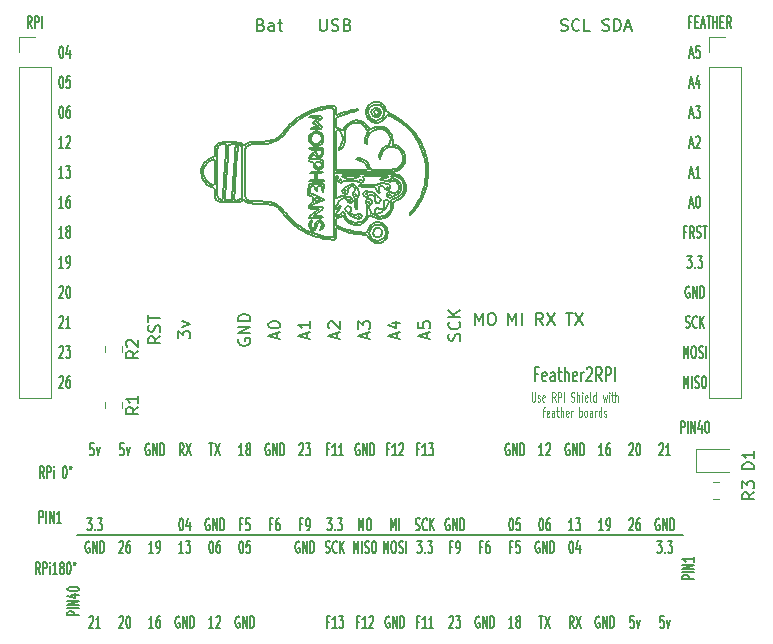
<source format=gto>
%TF.GenerationSoftware,KiCad,Pcbnew,(5.1.6)-1*%
%TF.CreationDate,2020-10-07T00:16:53+02:00*%
%TF.ProjectId,RPI_FEATHER,5250495f-4645-4415-9448-45522e6b6963,rev?*%
%TF.SameCoordinates,Original*%
%TF.FileFunction,Legend,Top*%
%TF.FilePolarity,Positive*%
%FSLAX46Y46*%
G04 Gerber Fmt 4.6, Leading zero omitted, Abs format (unit mm)*
G04 Created by KiCad (PCBNEW (5.1.6)-1) date 2020-10-07 00:16:53*
%MOMM*%
%LPD*%
G01*
G04 APERTURE LIST*
%ADD10C,0.150000*%
%ADD11C,0.100000*%
%ADD12C,0.200000*%
%ADD13C,0.120000*%
G04 APERTURE END LIST*
D10*
X113609880Y-83441800D02*
X113409880Y-82965610D01*
X113267022Y-83441800D02*
X113267022Y-82441800D01*
X113495594Y-82441800D01*
X113552737Y-82489420D01*
X113581308Y-82537039D01*
X113609880Y-82632277D01*
X113609880Y-82775134D01*
X113581308Y-82870372D01*
X113552737Y-82917991D01*
X113495594Y-82965610D01*
X113267022Y-82965610D01*
X113867022Y-83441800D02*
X113867022Y-82441800D01*
X114095594Y-82441800D01*
X114152737Y-82489420D01*
X114181308Y-82537039D01*
X114209880Y-82632277D01*
X114209880Y-82775134D01*
X114181308Y-82870372D01*
X114152737Y-82917991D01*
X114095594Y-82965610D01*
X113867022Y-82965610D01*
X114467022Y-83441800D02*
X114467022Y-82775134D01*
X114467022Y-82441800D02*
X114438451Y-82489420D01*
X114467022Y-82537039D01*
X114495594Y-82489420D01*
X114467022Y-82441800D01*
X114467022Y-82537039D01*
X115324165Y-82441800D02*
X115381308Y-82441800D01*
X115438451Y-82489420D01*
X115467022Y-82537039D01*
X115495594Y-82632277D01*
X115524165Y-82822753D01*
X115524165Y-83060848D01*
X115495594Y-83251324D01*
X115467022Y-83346562D01*
X115438451Y-83394181D01*
X115381308Y-83441800D01*
X115324165Y-83441800D01*
X115267022Y-83394181D01*
X115238451Y-83346562D01*
X115209880Y-83251324D01*
X115181308Y-83060848D01*
X115181308Y-82822753D01*
X115209880Y-82632277D01*
X115238451Y-82537039D01*
X115267022Y-82489420D01*
X115324165Y-82441800D01*
X115867022Y-82441800D02*
X115809880Y-82489420D01*
X115781308Y-82584658D01*
X115809880Y-82679896D01*
X115867022Y-82727515D01*
X115924165Y-82679896D01*
X115952737Y-82584658D01*
X115924165Y-82489420D01*
X115867022Y-82441800D01*
X116387880Y-88323420D02*
X167695880Y-88323420D01*
X158237594Y-88791800D02*
X158294737Y-88791800D01*
X158351880Y-88839420D01*
X158380451Y-88887039D01*
X158409022Y-88982277D01*
X158437594Y-89172753D01*
X158437594Y-89410848D01*
X158409022Y-89601324D01*
X158380451Y-89696562D01*
X158351880Y-89744181D01*
X158294737Y-89791800D01*
X158237594Y-89791800D01*
X158180451Y-89744181D01*
X158151880Y-89696562D01*
X158123308Y-89601324D01*
X158094737Y-89410848D01*
X158094737Y-89172753D01*
X158123308Y-88982277D01*
X158151880Y-88887039D01*
X158180451Y-88839420D01*
X158237594Y-88791800D01*
X158951880Y-89125134D02*
X158951880Y-89791800D01*
X158809022Y-88744181D02*
X158666165Y-89458467D01*
X159037594Y-89458467D01*
X153271880Y-89267991D02*
X153071880Y-89267991D01*
X153071880Y-89791800D02*
X153071880Y-88791800D01*
X153357594Y-88791800D01*
X153871880Y-88791800D02*
X153586165Y-88791800D01*
X153557594Y-89267991D01*
X153586165Y-89220372D01*
X153643308Y-89172753D01*
X153786165Y-89172753D01*
X153843308Y-89220372D01*
X153871880Y-89267991D01*
X153900451Y-89363229D01*
X153900451Y-89601324D01*
X153871880Y-89696562D01*
X153843308Y-89744181D01*
X153786165Y-89791800D01*
X153643308Y-89791800D01*
X153586165Y-89744181D01*
X153557594Y-89696562D01*
X150731880Y-89267991D02*
X150531880Y-89267991D01*
X150531880Y-89791800D02*
X150531880Y-88791800D01*
X150817594Y-88791800D01*
X151303308Y-88791800D02*
X151189022Y-88791800D01*
X151131880Y-88839420D01*
X151103308Y-88887039D01*
X151046165Y-89029896D01*
X151017594Y-89220372D01*
X151017594Y-89601324D01*
X151046165Y-89696562D01*
X151074737Y-89744181D01*
X151131880Y-89791800D01*
X151246165Y-89791800D01*
X151303308Y-89744181D01*
X151331880Y-89696562D01*
X151360451Y-89601324D01*
X151360451Y-89363229D01*
X151331880Y-89267991D01*
X151303308Y-89220372D01*
X151246165Y-89172753D01*
X151131880Y-89172753D01*
X151074737Y-89220372D01*
X151046165Y-89267991D01*
X151017594Y-89363229D01*
X148191880Y-89267991D02*
X147991880Y-89267991D01*
X147991880Y-89791800D02*
X147991880Y-88791800D01*
X148277594Y-88791800D01*
X148534737Y-89791800D02*
X148649022Y-89791800D01*
X148706165Y-89744181D01*
X148734737Y-89696562D01*
X148791880Y-89553705D01*
X148820451Y-89363229D01*
X148820451Y-88982277D01*
X148791880Y-88887039D01*
X148763308Y-88839420D01*
X148706165Y-88791800D01*
X148591880Y-88791800D01*
X148534737Y-88839420D01*
X148506165Y-88887039D01*
X148477594Y-88982277D01*
X148477594Y-89220372D01*
X148506165Y-89315610D01*
X148534737Y-89363229D01*
X148591880Y-89410848D01*
X148706165Y-89410848D01*
X148763308Y-89363229D01*
X148791880Y-89315610D01*
X148820451Y-89220372D01*
X145223308Y-88791800D02*
X145594737Y-88791800D01*
X145394737Y-89172753D01*
X145480451Y-89172753D01*
X145537594Y-89220372D01*
X145566165Y-89267991D01*
X145594737Y-89363229D01*
X145594737Y-89601324D01*
X145566165Y-89696562D01*
X145537594Y-89744181D01*
X145480451Y-89791800D01*
X145309022Y-89791800D01*
X145251880Y-89744181D01*
X145223308Y-89696562D01*
X145851880Y-89696562D02*
X145880451Y-89744181D01*
X145851880Y-89791800D01*
X145823308Y-89744181D01*
X145851880Y-89696562D01*
X145851880Y-89791800D01*
X146080451Y-88791800D02*
X146451880Y-88791800D01*
X146251880Y-89172753D01*
X146337594Y-89172753D01*
X146394737Y-89220372D01*
X146423308Y-89267991D01*
X146451880Y-89363229D01*
X146451880Y-89601324D01*
X146423308Y-89696562D01*
X146394737Y-89744181D01*
X146337594Y-89791800D01*
X146166165Y-89791800D01*
X146109022Y-89744181D01*
X146080451Y-89696562D01*
X142369022Y-89791800D02*
X142369022Y-88791800D01*
X142569022Y-89506086D01*
X142769022Y-88791800D01*
X142769022Y-89791800D01*
X143169022Y-88791800D02*
X143283308Y-88791800D01*
X143340451Y-88839420D01*
X143397594Y-88934658D01*
X143426165Y-89125134D01*
X143426165Y-89458467D01*
X143397594Y-89648943D01*
X143340451Y-89744181D01*
X143283308Y-89791800D01*
X143169022Y-89791800D01*
X143111880Y-89744181D01*
X143054737Y-89648943D01*
X143026165Y-89458467D01*
X143026165Y-89125134D01*
X143054737Y-88934658D01*
X143111880Y-88839420D01*
X143169022Y-88791800D01*
X143654737Y-89744181D02*
X143740451Y-89791800D01*
X143883308Y-89791800D01*
X143940451Y-89744181D01*
X143969022Y-89696562D01*
X143997594Y-89601324D01*
X143997594Y-89506086D01*
X143969022Y-89410848D01*
X143940451Y-89363229D01*
X143883308Y-89315610D01*
X143769022Y-89267991D01*
X143711880Y-89220372D01*
X143683308Y-89172753D01*
X143654737Y-89077515D01*
X143654737Y-88982277D01*
X143683308Y-88887039D01*
X143711880Y-88839420D01*
X143769022Y-88791800D01*
X143911880Y-88791800D01*
X143997594Y-88839420D01*
X144254737Y-89791800D02*
X144254737Y-88791800D01*
X139829022Y-89791800D02*
X139829022Y-88791800D01*
X140029022Y-89506086D01*
X140229022Y-88791800D01*
X140229022Y-89791800D01*
X140514737Y-89791800D02*
X140514737Y-88791800D01*
X140771880Y-89744181D02*
X140857594Y-89791800D01*
X141000451Y-89791800D01*
X141057594Y-89744181D01*
X141086165Y-89696562D01*
X141114737Y-89601324D01*
X141114737Y-89506086D01*
X141086165Y-89410848D01*
X141057594Y-89363229D01*
X141000451Y-89315610D01*
X140886165Y-89267991D01*
X140829022Y-89220372D01*
X140800451Y-89172753D01*
X140771880Y-89077515D01*
X140771880Y-88982277D01*
X140800451Y-88887039D01*
X140829022Y-88839420D01*
X140886165Y-88791800D01*
X141029022Y-88791800D01*
X141114737Y-88839420D01*
X141486165Y-88791800D02*
X141600451Y-88791800D01*
X141657594Y-88839420D01*
X141714737Y-88934658D01*
X141743308Y-89125134D01*
X141743308Y-89458467D01*
X141714737Y-89648943D01*
X141657594Y-89744181D01*
X141600451Y-89791800D01*
X141486165Y-89791800D01*
X141429022Y-89744181D01*
X141371880Y-89648943D01*
X141343308Y-89458467D01*
X141343308Y-89125134D01*
X141371880Y-88934658D01*
X141429022Y-88839420D01*
X141486165Y-88791800D01*
X137460451Y-89744181D02*
X137546165Y-89791800D01*
X137689022Y-89791800D01*
X137746165Y-89744181D01*
X137774737Y-89696562D01*
X137803308Y-89601324D01*
X137803308Y-89506086D01*
X137774737Y-89410848D01*
X137746165Y-89363229D01*
X137689022Y-89315610D01*
X137574737Y-89267991D01*
X137517594Y-89220372D01*
X137489022Y-89172753D01*
X137460451Y-89077515D01*
X137460451Y-88982277D01*
X137489022Y-88887039D01*
X137517594Y-88839420D01*
X137574737Y-88791800D01*
X137717594Y-88791800D01*
X137803308Y-88839420D01*
X138403308Y-89696562D02*
X138374737Y-89744181D01*
X138289022Y-89791800D01*
X138231880Y-89791800D01*
X138146165Y-89744181D01*
X138089022Y-89648943D01*
X138060451Y-89553705D01*
X138031880Y-89363229D01*
X138031880Y-89220372D01*
X138060451Y-89029896D01*
X138089022Y-88934658D01*
X138146165Y-88839420D01*
X138231880Y-88791800D01*
X138289022Y-88791800D01*
X138374737Y-88839420D01*
X138403308Y-88887039D01*
X138660451Y-89791800D02*
X138660451Y-88791800D01*
X139003308Y-89791800D02*
X138746165Y-89220372D01*
X139003308Y-88791800D02*
X138660451Y-89363229D01*
X130297594Y-88791800D02*
X130354737Y-88791800D01*
X130411880Y-88839420D01*
X130440451Y-88887039D01*
X130469022Y-88982277D01*
X130497594Y-89172753D01*
X130497594Y-89410848D01*
X130469022Y-89601324D01*
X130440451Y-89696562D01*
X130411880Y-89744181D01*
X130354737Y-89791800D01*
X130297594Y-89791800D01*
X130240451Y-89744181D01*
X130211880Y-89696562D01*
X130183308Y-89601324D01*
X130154737Y-89410848D01*
X130154737Y-89172753D01*
X130183308Y-88982277D01*
X130211880Y-88887039D01*
X130240451Y-88839420D01*
X130297594Y-88791800D01*
X131040451Y-88791800D02*
X130754737Y-88791800D01*
X130726165Y-89267991D01*
X130754737Y-89220372D01*
X130811880Y-89172753D01*
X130954737Y-89172753D01*
X131011880Y-89220372D01*
X131040451Y-89267991D01*
X131069022Y-89363229D01*
X131069022Y-89601324D01*
X131040451Y-89696562D01*
X131011880Y-89744181D01*
X130954737Y-89791800D01*
X130811880Y-89791800D01*
X130754737Y-89744181D01*
X130726165Y-89696562D01*
X127757594Y-88791800D02*
X127814737Y-88791800D01*
X127871880Y-88839420D01*
X127900451Y-88887039D01*
X127929022Y-88982277D01*
X127957594Y-89172753D01*
X127957594Y-89410848D01*
X127929022Y-89601324D01*
X127900451Y-89696562D01*
X127871880Y-89744181D01*
X127814737Y-89791800D01*
X127757594Y-89791800D01*
X127700451Y-89744181D01*
X127671880Y-89696562D01*
X127643308Y-89601324D01*
X127614737Y-89410848D01*
X127614737Y-89172753D01*
X127643308Y-88982277D01*
X127671880Y-88887039D01*
X127700451Y-88839420D01*
X127757594Y-88791800D01*
X128471880Y-88791800D02*
X128357594Y-88791800D01*
X128300451Y-88839420D01*
X128271880Y-88887039D01*
X128214737Y-89029896D01*
X128186165Y-89220372D01*
X128186165Y-89601324D01*
X128214737Y-89696562D01*
X128243308Y-89744181D01*
X128300451Y-89791800D01*
X128414737Y-89791800D01*
X128471880Y-89744181D01*
X128500451Y-89696562D01*
X128529022Y-89601324D01*
X128529022Y-89363229D01*
X128500451Y-89267991D01*
X128471880Y-89220372D01*
X128414737Y-89172753D01*
X128300451Y-89172753D01*
X128243308Y-89220372D01*
X128214737Y-89267991D01*
X128186165Y-89363229D01*
X125417594Y-89791800D02*
X125074737Y-89791800D01*
X125246165Y-89791800D02*
X125246165Y-88791800D01*
X125189022Y-88934658D01*
X125131880Y-89029896D01*
X125074737Y-89077515D01*
X125617594Y-88791800D02*
X125989022Y-88791800D01*
X125789022Y-89172753D01*
X125874737Y-89172753D01*
X125931880Y-89220372D01*
X125960451Y-89267991D01*
X125989022Y-89363229D01*
X125989022Y-89601324D01*
X125960451Y-89696562D01*
X125931880Y-89744181D01*
X125874737Y-89791800D01*
X125703308Y-89791800D01*
X125646165Y-89744181D01*
X125617594Y-89696562D01*
X122877594Y-89791800D02*
X122534737Y-89791800D01*
X122706165Y-89791800D02*
X122706165Y-88791800D01*
X122649022Y-88934658D01*
X122591880Y-89029896D01*
X122534737Y-89077515D01*
X123163308Y-89791800D02*
X123277594Y-89791800D01*
X123334737Y-89744181D01*
X123363308Y-89696562D01*
X123420451Y-89553705D01*
X123449022Y-89363229D01*
X123449022Y-88982277D01*
X123420451Y-88887039D01*
X123391880Y-88839420D01*
X123334737Y-88791800D01*
X123220451Y-88791800D01*
X123163308Y-88839420D01*
X123134737Y-88887039D01*
X123106165Y-88982277D01*
X123106165Y-89220372D01*
X123134737Y-89315610D01*
X123163308Y-89363229D01*
X123220451Y-89410848D01*
X123334737Y-89410848D01*
X123391880Y-89363229D01*
X123420451Y-89315610D01*
X123449022Y-89220372D01*
X119994737Y-88887039D02*
X120023308Y-88839420D01*
X120080451Y-88791800D01*
X120223308Y-88791800D01*
X120280451Y-88839420D01*
X120309022Y-88887039D01*
X120337594Y-88982277D01*
X120337594Y-89077515D01*
X120309022Y-89220372D01*
X119966165Y-89791800D01*
X120337594Y-89791800D01*
X120851880Y-88791800D02*
X120737594Y-88791800D01*
X120680451Y-88839420D01*
X120651880Y-88887039D01*
X120594737Y-89029896D01*
X120566165Y-89220372D01*
X120566165Y-89601324D01*
X120594737Y-89696562D01*
X120623308Y-89744181D01*
X120680451Y-89791800D01*
X120794737Y-89791800D01*
X120851880Y-89744181D01*
X120880451Y-89696562D01*
X120909022Y-89601324D01*
X120909022Y-89363229D01*
X120880451Y-89267991D01*
X120851880Y-89220372D01*
X120794737Y-89172753D01*
X120680451Y-89172753D01*
X120623308Y-89220372D01*
X120594737Y-89267991D01*
X120566165Y-89363229D01*
X117454737Y-95237039D02*
X117483308Y-95189420D01*
X117540451Y-95141800D01*
X117683308Y-95141800D01*
X117740451Y-95189420D01*
X117769022Y-95237039D01*
X117797594Y-95332277D01*
X117797594Y-95427515D01*
X117769022Y-95570372D01*
X117426165Y-96141800D01*
X117797594Y-96141800D01*
X118369022Y-96141800D02*
X118026165Y-96141800D01*
X118197594Y-96141800D02*
X118197594Y-95141800D01*
X118140451Y-95284658D01*
X118083308Y-95379896D01*
X118026165Y-95427515D01*
X119994737Y-95237039D02*
X120023308Y-95189420D01*
X120080451Y-95141800D01*
X120223308Y-95141800D01*
X120280451Y-95189420D01*
X120309022Y-95237039D01*
X120337594Y-95332277D01*
X120337594Y-95427515D01*
X120309022Y-95570372D01*
X119966165Y-96141800D01*
X120337594Y-96141800D01*
X120709022Y-95141800D02*
X120766165Y-95141800D01*
X120823308Y-95189420D01*
X120851880Y-95237039D01*
X120880451Y-95332277D01*
X120909022Y-95522753D01*
X120909022Y-95760848D01*
X120880451Y-95951324D01*
X120851880Y-96046562D01*
X120823308Y-96094181D01*
X120766165Y-96141800D01*
X120709022Y-96141800D01*
X120651880Y-96094181D01*
X120623308Y-96046562D01*
X120594737Y-95951324D01*
X120566165Y-95760848D01*
X120566165Y-95522753D01*
X120594737Y-95332277D01*
X120623308Y-95237039D01*
X120651880Y-95189420D01*
X120709022Y-95141800D01*
X122877594Y-96141800D02*
X122534737Y-96141800D01*
X122706165Y-96141800D02*
X122706165Y-95141800D01*
X122649022Y-95284658D01*
X122591880Y-95379896D01*
X122534737Y-95427515D01*
X123391880Y-95141800D02*
X123277594Y-95141800D01*
X123220451Y-95189420D01*
X123191880Y-95237039D01*
X123134737Y-95379896D01*
X123106165Y-95570372D01*
X123106165Y-95951324D01*
X123134737Y-96046562D01*
X123163308Y-96094181D01*
X123220451Y-96141800D01*
X123334737Y-96141800D01*
X123391880Y-96094181D01*
X123420451Y-96046562D01*
X123449022Y-95951324D01*
X123449022Y-95713229D01*
X123420451Y-95617991D01*
X123391880Y-95570372D01*
X123334737Y-95522753D01*
X123220451Y-95522753D01*
X123163308Y-95570372D01*
X123134737Y-95617991D01*
X123106165Y-95713229D01*
X127957594Y-96141800D02*
X127614737Y-96141800D01*
X127786165Y-96141800D02*
X127786165Y-95141800D01*
X127729022Y-95284658D01*
X127671880Y-95379896D01*
X127614737Y-95427515D01*
X128186165Y-95237039D02*
X128214737Y-95189420D01*
X128271880Y-95141800D01*
X128414737Y-95141800D01*
X128471880Y-95189420D01*
X128500451Y-95237039D01*
X128529022Y-95332277D01*
X128529022Y-95427515D01*
X128500451Y-95570372D01*
X128157594Y-96141800D01*
X128529022Y-96141800D01*
X137746165Y-95617991D02*
X137546165Y-95617991D01*
X137546165Y-96141800D02*
X137546165Y-95141800D01*
X137831880Y-95141800D01*
X138374737Y-96141800D02*
X138031880Y-96141800D01*
X138203308Y-96141800D02*
X138203308Y-95141800D01*
X138146165Y-95284658D01*
X138089022Y-95379896D01*
X138031880Y-95427515D01*
X138574737Y-95141800D02*
X138946165Y-95141800D01*
X138746165Y-95522753D01*
X138831880Y-95522753D01*
X138889022Y-95570372D01*
X138917594Y-95617991D01*
X138946165Y-95713229D01*
X138946165Y-95951324D01*
X138917594Y-96046562D01*
X138889022Y-96094181D01*
X138831880Y-96141800D01*
X138660451Y-96141800D01*
X138603308Y-96094181D01*
X138574737Y-96046562D01*
X140286165Y-95617991D02*
X140086165Y-95617991D01*
X140086165Y-96141800D02*
X140086165Y-95141800D01*
X140371880Y-95141800D01*
X140914737Y-96141800D02*
X140571880Y-96141800D01*
X140743308Y-96141800D02*
X140743308Y-95141800D01*
X140686165Y-95284658D01*
X140629022Y-95379896D01*
X140571880Y-95427515D01*
X141143308Y-95237039D02*
X141171880Y-95189420D01*
X141229022Y-95141800D01*
X141371880Y-95141800D01*
X141429022Y-95189420D01*
X141457594Y-95237039D01*
X141486165Y-95332277D01*
X141486165Y-95427515D01*
X141457594Y-95570372D01*
X141114737Y-96141800D01*
X141486165Y-96141800D01*
X142854737Y-95189420D02*
X142797594Y-95141800D01*
X142711880Y-95141800D01*
X142626165Y-95189420D01*
X142569022Y-95284658D01*
X142540451Y-95379896D01*
X142511880Y-95570372D01*
X142511880Y-95713229D01*
X142540451Y-95903705D01*
X142569022Y-95998943D01*
X142626165Y-96094181D01*
X142711880Y-96141800D01*
X142769022Y-96141800D01*
X142854737Y-96094181D01*
X142883308Y-96046562D01*
X142883308Y-95713229D01*
X142769022Y-95713229D01*
X143140451Y-96141800D02*
X143140451Y-95141800D01*
X143483308Y-96141800D01*
X143483308Y-95141800D01*
X143769022Y-96141800D02*
X143769022Y-95141800D01*
X143911880Y-95141800D01*
X143997594Y-95189420D01*
X144054737Y-95284658D01*
X144083308Y-95379896D01*
X144111880Y-95570372D01*
X144111880Y-95713229D01*
X144083308Y-95903705D01*
X144054737Y-95998943D01*
X143997594Y-96094181D01*
X143911880Y-96141800D01*
X143769022Y-96141800D01*
X145366165Y-95617991D02*
X145166165Y-95617991D01*
X145166165Y-96141800D02*
X145166165Y-95141800D01*
X145451880Y-95141800D01*
X145994737Y-96141800D02*
X145651880Y-96141800D01*
X145823308Y-96141800D02*
X145823308Y-95141800D01*
X145766165Y-95284658D01*
X145709022Y-95379896D01*
X145651880Y-95427515D01*
X146566165Y-96141800D02*
X146223308Y-96141800D01*
X146394737Y-96141800D02*
X146394737Y-95141800D01*
X146337594Y-95284658D01*
X146280451Y-95379896D01*
X146223308Y-95427515D01*
X147934737Y-95237039D02*
X147963308Y-95189420D01*
X148020451Y-95141800D01*
X148163308Y-95141800D01*
X148220451Y-95189420D01*
X148249022Y-95237039D01*
X148277594Y-95332277D01*
X148277594Y-95427515D01*
X148249022Y-95570372D01*
X147906165Y-96141800D01*
X148277594Y-96141800D01*
X148477594Y-95141800D02*
X148849022Y-95141800D01*
X148649022Y-95522753D01*
X148734737Y-95522753D01*
X148791880Y-95570372D01*
X148820451Y-95617991D01*
X148849022Y-95713229D01*
X148849022Y-95951324D01*
X148820451Y-96046562D01*
X148791880Y-96094181D01*
X148734737Y-96141800D01*
X148563308Y-96141800D01*
X148506165Y-96094181D01*
X148477594Y-96046562D01*
X153357594Y-96141800D02*
X153014737Y-96141800D01*
X153186165Y-96141800D02*
X153186165Y-95141800D01*
X153129022Y-95284658D01*
X153071880Y-95379896D01*
X153014737Y-95427515D01*
X153700451Y-95570372D02*
X153643308Y-95522753D01*
X153614737Y-95475134D01*
X153586165Y-95379896D01*
X153586165Y-95332277D01*
X153614737Y-95237039D01*
X153643308Y-95189420D01*
X153700451Y-95141800D01*
X153814737Y-95141800D01*
X153871880Y-95189420D01*
X153900451Y-95237039D01*
X153929022Y-95332277D01*
X153929022Y-95379896D01*
X153900451Y-95475134D01*
X153871880Y-95522753D01*
X153814737Y-95570372D01*
X153700451Y-95570372D01*
X153643308Y-95617991D01*
X153614737Y-95665610D01*
X153586165Y-95760848D01*
X153586165Y-95951324D01*
X153614737Y-96046562D01*
X153643308Y-96094181D01*
X153700451Y-96141800D01*
X153814737Y-96141800D01*
X153871880Y-96094181D01*
X153900451Y-96046562D01*
X153929022Y-95951324D01*
X153929022Y-95760848D01*
X153900451Y-95665610D01*
X153871880Y-95617991D01*
X153814737Y-95570372D01*
X155554737Y-95141800D02*
X155897594Y-95141800D01*
X155726165Y-96141800D02*
X155726165Y-95141800D01*
X156040451Y-95141800D02*
X156440451Y-96141800D01*
X156440451Y-95141800D02*
X156040451Y-96141800D01*
X158451880Y-96141800D02*
X158251880Y-95665610D01*
X158109022Y-96141800D02*
X158109022Y-95141800D01*
X158337594Y-95141800D01*
X158394737Y-95189420D01*
X158423308Y-95237039D01*
X158451880Y-95332277D01*
X158451880Y-95475134D01*
X158423308Y-95570372D01*
X158394737Y-95617991D01*
X158337594Y-95665610D01*
X158109022Y-95665610D01*
X158651880Y-95141800D02*
X159051880Y-96141800D01*
X159051880Y-95141800D02*
X158651880Y-96141800D01*
X165543308Y-88791800D02*
X165914737Y-88791800D01*
X165714737Y-89172753D01*
X165800451Y-89172753D01*
X165857594Y-89220372D01*
X165886165Y-89267991D01*
X165914737Y-89363229D01*
X165914737Y-89601324D01*
X165886165Y-89696562D01*
X165857594Y-89744181D01*
X165800451Y-89791800D01*
X165629022Y-89791800D01*
X165571880Y-89744181D01*
X165543308Y-89696562D01*
X166171880Y-89696562D02*
X166200451Y-89744181D01*
X166171880Y-89791800D01*
X166143308Y-89744181D01*
X166171880Y-89696562D01*
X166171880Y-89791800D01*
X166400451Y-88791800D02*
X166771880Y-88791800D01*
X166571880Y-89172753D01*
X166657594Y-89172753D01*
X166714737Y-89220372D01*
X166743308Y-89267991D01*
X166771880Y-89363229D01*
X166771880Y-89601324D01*
X166743308Y-89696562D01*
X166714737Y-89744181D01*
X166657594Y-89791800D01*
X166486165Y-89791800D01*
X166429022Y-89744181D01*
X166400451Y-89696562D01*
X166086165Y-95141800D02*
X165800451Y-95141800D01*
X165771880Y-95617991D01*
X165800451Y-95570372D01*
X165857594Y-95522753D01*
X166000451Y-95522753D01*
X166057594Y-95570372D01*
X166086165Y-95617991D01*
X166114737Y-95713229D01*
X166114737Y-95951324D01*
X166086165Y-96046562D01*
X166057594Y-96094181D01*
X166000451Y-96141800D01*
X165857594Y-96141800D01*
X165800451Y-96094181D01*
X165771880Y-96046562D01*
X166314737Y-95475134D02*
X166457594Y-96141800D01*
X166600451Y-95475134D01*
X163546165Y-95141800D02*
X163260451Y-95141800D01*
X163231880Y-95617991D01*
X163260451Y-95570372D01*
X163317594Y-95522753D01*
X163460451Y-95522753D01*
X163517594Y-95570372D01*
X163546165Y-95617991D01*
X163574737Y-95713229D01*
X163574737Y-95951324D01*
X163546165Y-96046562D01*
X163517594Y-96094181D01*
X163460451Y-96141800D01*
X163317594Y-96141800D01*
X163260451Y-96094181D01*
X163231880Y-96046562D01*
X163774737Y-95475134D02*
X163917594Y-96141800D01*
X164060451Y-95475134D01*
X135234737Y-88839420D02*
X135177594Y-88791800D01*
X135091880Y-88791800D01*
X135006165Y-88839420D01*
X134949022Y-88934658D01*
X134920451Y-89029896D01*
X134891880Y-89220372D01*
X134891880Y-89363229D01*
X134920451Y-89553705D01*
X134949022Y-89648943D01*
X135006165Y-89744181D01*
X135091880Y-89791800D01*
X135149022Y-89791800D01*
X135234737Y-89744181D01*
X135263308Y-89696562D01*
X135263308Y-89363229D01*
X135149022Y-89363229D01*
X135520451Y-89791800D02*
X135520451Y-88791800D01*
X135863308Y-89791800D01*
X135863308Y-88791800D01*
X136149022Y-89791800D02*
X136149022Y-88791800D01*
X136291880Y-88791800D01*
X136377594Y-88839420D01*
X136434737Y-88934658D01*
X136463308Y-89029896D01*
X136491880Y-89220372D01*
X136491880Y-89363229D01*
X136463308Y-89553705D01*
X136434737Y-89648943D01*
X136377594Y-89744181D01*
X136291880Y-89791800D01*
X136149022Y-89791800D01*
X155554737Y-88839420D02*
X155497594Y-88791800D01*
X155411880Y-88791800D01*
X155326165Y-88839420D01*
X155269022Y-88934658D01*
X155240451Y-89029896D01*
X155211880Y-89220372D01*
X155211880Y-89363229D01*
X155240451Y-89553705D01*
X155269022Y-89648943D01*
X155326165Y-89744181D01*
X155411880Y-89791800D01*
X155469022Y-89791800D01*
X155554737Y-89744181D01*
X155583308Y-89696562D01*
X155583308Y-89363229D01*
X155469022Y-89363229D01*
X155840451Y-89791800D02*
X155840451Y-88791800D01*
X156183308Y-89791800D01*
X156183308Y-88791800D01*
X156469022Y-89791800D02*
X156469022Y-88791800D01*
X156611880Y-88791800D01*
X156697594Y-88839420D01*
X156754737Y-88934658D01*
X156783308Y-89029896D01*
X156811880Y-89220372D01*
X156811880Y-89363229D01*
X156783308Y-89553705D01*
X156754737Y-89648943D01*
X156697594Y-89744181D01*
X156611880Y-89791800D01*
X156469022Y-89791800D01*
X160634737Y-95189420D02*
X160577594Y-95141800D01*
X160491880Y-95141800D01*
X160406165Y-95189420D01*
X160349022Y-95284658D01*
X160320451Y-95379896D01*
X160291880Y-95570372D01*
X160291880Y-95713229D01*
X160320451Y-95903705D01*
X160349022Y-95998943D01*
X160406165Y-96094181D01*
X160491880Y-96141800D01*
X160549022Y-96141800D01*
X160634737Y-96094181D01*
X160663308Y-96046562D01*
X160663308Y-95713229D01*
X160549022Y-95713229D01*
X160920451Y-96141800D02*
X160920451Y-95141800D01*
X161263308Y-96141800D01*
X161263308Y-95141800D01*
X161549022Y-96141800D02*
X161549022Y-95141800D01*
X161691880Y-95141800D01*
X161777594Y-95189420D01*
X161834737Y-95284658D01*
X161863308Y-95379896D01*
X161891880Y-95570372D01*
X161891880Y-95713229D01*
X161863308Y-95903705D01*
X161834737Y-95998943D01*
X161777594Y-96094181D01*
X161691880Y-96141800D01*
X161549022Y-96141800D01*
X150474737Y-95189420D02*
X150417594Y-95141800D01*
X150331880Y-95141800D01*
X150246165Y-95189420D01*
X150189022Y-95284658D01*
X150160451Y-95379896D01*
X150131880Y-95570372D01*
X150131880Y-95713229D01*
X150160451Y-95903705D01*
X150189022Y-95998943D01*
X150246165Y-96094181D01*
X150331880Y-96141800D01*
X150389022Y-96141800D01*
X150474737Y-96094181D01*
X150503308Y-96046562D01*
X150503308Y-95713229D01*
X150389022Y-95713229D01*
X150760451Y-96141800D02*
X150760451Y-95141800D01*
X151103308Y-96141800D01*
X151103308Y-95141800D01*
X151389022Y-96141800D02*
X151389022Y-95141800D01*
X151531880Y-95141800D01*
X151617594Y-95189420D01*
X151674737Y-95284658D01*
X151703308Y-95379896D01*
X151731880Y-95570372D01*
X151731880Y-95713229D01*
X151703308Y-95903705D01*
X151674737Y-95998943D01*
X151617594Y-96094181D01*
X151531880Y-96141800D01*
X151389022Y-96141800D01*
X130154737Y-95189420D02*
X130097594Y-95141800D01*
X130011880Y-95141800D01*
X129926165Y-95189420D01*
X129869022Y-95284658D01*
X129840451Y-95379896D01*
X129811880Y-95570372D01*
X129811880Y-95713229D01*
X129840451Y-95903705D01*
X129869022Y-95998943D01*
X129926165Y-96094181D01*
X130011880Y-96141800D01*
X130069022Y-96141800D01*
X130154737Y-96094181D01*
X130183308Y-96046562D01*
X130183308Y-95713229D01*
X130069022Y-95713229D01*
X130440451Y-96141800D02*
X130440451Y-95141800D01*
X130783308Y-96141800D01*
X130783308Y-95141800D01*
X131069022Y-96141800D02*
X131069022Y-95141800D01*
X131211880Y-95141800D01*
X131297594Y-95189420D01*
X131354737Y-95284658D01*
X131383308Y-95379896D01*
X131411880Y-95570372D01*
X131411880Y-95713229D01*
X131383308Y-95903705D01*
X131354737Y-95998943D01*
X131297594Y-96094181D01*
X131211880Y-96141800D01*
X131069022Y-96141800D01*
X125074737Y-95189420D02*
X125017594Y-95141800D01*
X124931880Y-95141800D01*
X124846165Y-95189420D01*
X124789022Y-95284658D01*
X124760451Y-95379896D01*
X124731880Y-95570372D01*
X124731880Y-95713229D01*
X124760451Y-95903705D01*
X124789022Y-95998943D01*
X124846165Y-96094181D01*
X124931880Y-96141800D01*
X124989022Y-96141800D01*
X125074737Y-96094181D01*
X125103308Y-96046562D01*
X125103308Y-95713229D01*
X124989022Y-95713229D01*
X125360451Y-96141800D02*
X125360451Y-95141800D01*
X125703308Y-96141800D01*
X125703308Y-95141800D01*
X125989022Y-96141800D02*
X125989022Y-95141800D01*
X126131880Y-95141800D01*
X126217594Y-95189420D01*
X126274737Y-95284658D01*
X126303308Y-95379896D01*
X126331880Y-95570372D01*
X126331880Y-95713229D01*
X126303308Y-95903705D01*
X126274737Y-95998943D01*
X126217594Y-96094181D01*
X126131880Y-96141800D01*
X125989022Y-96141800D01*
X117454737Y-88839420D02*
X117397594Y-88791800D01*
X117311880Y-88791800D01*
X117226165Y-88839420D01*
X117169022Y-88934658D01*
X117140451Y-89029896D01*
X117111880Y-89220372D01*
X117111880Y-89363229D01*
X117140451Y-89553705D01*
X117169022Y-89648943D01*
X117226165Y-89744181D01*
X117311880Y-89791800D01*
X117369022Y-89791800D01*
X117454737Y-89744181D01*
X117483308Y-89696562D01*
X117483308Y-89363229D01*
X117369022Y-89363229D01*
X117740451Y-89791800D02*
X117740451Y-88791800D01*
X118083308Y-89791800D01*
X118083308Y-88791800D01*
X118369022Y-89791800D02*
X118369022Y-88791800D01*
X118511880Y-88791800D01*
X118597594Y-88839420D01*
X118654737Y-88934658D01*
X118683308Y-89029896D01*
X118711880Y-89220372D01*
X118711880Y-89363229D01*
X118683308Y-89553705D01*
X118654737Y-89648943D01*
X118597594Y-89744181D01*
X118511880Y-89791800D01*
X118369022Y-89791800D01*
X113267022Y-91569800D02*
X113067022Y-91093610D01*
X112924165Y-91569800D02*
X112924165Y-90569800D01*
X113152737Y-90569800D01*
X113209880Y-90617420D01*
X113238451Y-90665039D01*
X113267022Y-90760277D01*
X113267022Y-90903134D01*
X113238451Y-90998372D01*
X113209880Y-91045991D01*
X113152737Y-91093610D01*
X112924165Y-91093610D01*
X113524165Y-91569800D02*
X113524165Y-90569800D01*
X113752737Y-90569800D01*
X113809880Y-90617420D01*
X113838451Y-90665039D01*
X113867022Y-90760277D01*
X113867022Y-90903134D01*
X113838451Y-90998372D01*
X113809880Y-91045991D01*
X113752737Y-91093610D01*
X113524165Y-91093610D01*
X114124165Y-91569800D02*
X114124165Y-90903134D01*
X114124165Y-90569800D02*
X114095594Y-90617420D01*
X114124165Y-90665039D01*
X114152737Y-90617420D01*
X114124165Y-90569800D01*
X114124165Y-90665039D01*
X114724165Y-91569800D02*
X114381308Y-91569800D01*
X114552737Y-91569800D02*
X114552737Y-90569800D01*
X114495594Y-90712658D01*
X114438451Y-90807896D01*
X114381308Y-90855515D01*
X115067022Y-90998372D02*
X115009880Y-90950753D01*
X114981308Y-90903134D01*
X114952737Y-90807896D01*
X114952737Y-90760277D01*
X114981308Y-90665039D01*
X115009880Y-90617420D01*
X115067022Y-90569800D01*
X115181308Y-90569800D01*
X115238451Y-90617420D01*
X115267022Y-90665039D01*
X115295594Y-90760277D01*
X115295594Y-90807896D01*
X115267022Y-90903134D01*
X115238451Y-90950753D01*
X115181308Y-90998372D01*
X115067022Y-90998372D01*
X115009880Y-91045991D01*
X114981308Y-91093610D01*
X114952737Y-91188848D01*
X114952737Y-91379324D01*
X114981308Y-91474562D01*
X115009880Y-91522181D01*
X115067022Y-91569800D01*
X115181308Y-91569800D01*
X115238451Y-91522181D01*
X115267022Y-91474562D01*
X115295594Y-91379324D01*
X115295594Y-91188848D01*
X115267022Y-91093610D01*
X115238451Y-91045991D01*
X115181308Y-90998372D01*
X115667022Y-90569800D02*
X115724165Y-90569800D01*
X115781308Y-90617420D01*
X115809880Y-90665039D01*
X115838451Y-90760277D01*
X115867022Y-90950753D01*
X115867022Y-91188848D01*
X115838451Y-91379324D01*
X115809880Y-91474562D01*
X115781308Y-91522181D01*
X115724165Y-91569800D01*
X115667022Y-91569800D01*
X115609880Y-91522181D01*
X115581308Y-91474562D01*
X115552737Y-91379324D01*
X115524165Y-91188848D01*
X115524165Y-90950753D01*
X115552737Y-90760277D01*
X115581308Y-90665039D01*
X115609880Y-90617420D01*
X115667022Y-90569800D01*
X116209880Y-90569800D02*
X116152737Y-90617420D01*
X116124165Y-90712658D01*
X116152737Y-90807896D01*
X116209880Y-90855515D01*
X116267022Y-90807896D01*
X116295594Y-90712658D01*
X116267022Y-90617420D01*
X116209880Y-90569800D01*
X116586260Y-95097134D02*
X115586260Y-95097134D01*
X115586260Y-94868562D01*
X115633880Y-94811420D01*
X115681499Y-94782848D01*
X115776737Y-94754277D01*
X115919594Y-94754277D01*
X116014832Y-94782848D01*
X116062451Y-94811420D01*
X116110070Y-94868562D01*
X116110070Y-95097134D01*
X116586260Y-94497134D02*
X115586260Y-94497134D01*
X116586260Y-94211420D02*
X115586260Y-94211420D01*
X116586260Y-93868562D01*
X115586260Y-93868562D01*
X115919594Y-93325705D02*
X116586260Y-93325705D01*
X115538641Y-93468562D02*
X116252927Y-93611420D01*
X116252927Y-93239991D01*
X115586260Y-92897134D02*
X115586260Y-92839991D01*
X115633880Y-92782848D01*
X115681499Y-92754277D01*
X115776737Y-92725705D01*
X115967213Y-92697134D01*
X116205308Y-92697134D01*
X116395784Y-92725705D01*
X116491022Y-92754277D01*
X116538641Y-92782848D01*
X116586260Y-92839991D01*
X116586260Y-92897134D01*
X116538641Y-92954277D01*
X116491022Y-92982848D01*
X116395784Y-93011420D01*
X116205308Y-93039991D01*
X115967213Y-93039991D01*
X115776737Y-93011420D01*
X115681499Y-92982848D01*
X115633880Y-92954277D01*
X115586260Y-92897134D01*
X168656260Y-92017420D02*
X167656260Y-92017420D01*
X167656260Y-91788848D01*
X167703880Y-91731705D01*
X167751499Y-91703134D01*
X167846737Y-91674562D01*
X167989594Y-91674562D01*
X168084832Y-91703134D01*
X168132451Y-91731705D01*
X168180070Y-91788848D01*
X168180070Y-92017420D01*
X168656260Y-91417420D02*
X167656260Y-91417420D01*
X168656260Y-91131705D02*
X167656260Y-91131705D01*
X168656260Y-90788848D01*
X167656260Y-90788848D01*
X168656260Y-90188848D02*
X168656260Y-90531705D01*
X168656260Y-90360277D02*
X167656260Y-90360277D01*
X167799118Y-90417420D01*
X167894356Y-90474562D01*
X167941975Y-90531705D01*
D11*
X154897118Y-76186324D02*
X154897118Y-76833943D01*
X154920927Y-76910134D01*
X154944737Y-76948229D01*
X154992356Y-76986324D01*
X155087594Y-76986324D01*
X155135213Y-76948229D01*
X155159022Y-76910134D01*
X155182832Y-76833943D01*
X155182832Y-76186324D01*
X155397118Y-76948229D02*
X155444737Y-76986324D01*
X155539975Y-76986324D01*
X155587594Y-76948229D01*
X155611403Y-76872039D01*
X155611403Y-76833943D01*
X155587594Y-76757753D01*
X155539975Y-76719658D01*
X155468546Y-76719658D01*
X155420927Y-76681562D01*
X155397118Y-76605372D01*
X155397118Y-76567277D01*
X155420927Y-76491086D01*
X155468546Y-76452991D01*
X155539975Y-76452991D01*
X155587594Y-76491086D01*
X156016165Y-76948229D02*
X155968546Y-76986324D01*
X155873308Y-76986324D01*
X155825689Y-76948229D01*
X155801880Y-76872039D01*
X155801880Y-76567277D01*
X155825689Y-76491086D01*
X155873308Y-76452991D01*
X155968546Y-76452991D01*
X156016165Y-76491086D01*
X156039975Y-76567277D01*
X156039975Y-76643467D01*
X155801880Y-76719658D01*
X156920927Y-76986324D02*
X156754260Y-76605372D01*
X156635213Y-76986324D02*
X156635213Y-76186324D01*
X156825689Y-76186324D01*
X156873308Y-76224420D01*
X156897118Y-76262515D01*
X156920927Y-76338705D01*
X156920927Y-76452991D01*
X156897118Y-76529181D01*
X156873308Y-76567277D01*
X156825689Y-76605372D01*
X156635213Y-76605372D01*
X157135213Y-76986324D02*
X157135213Y-76186324D01*
X157325689Y-76186324D01*
X157373308Y-76224420D01*
X157397118Y-76262515D01*
X157420927Y-76338705D01*
X157420927Y-76452991D01*
X157397118Y-76529181D01*
X157373308Y-76567277D01*
X157325689Y-76605372D01*
X157135213Y-76605372D01*
X157635213Y-76986324D02*
X157635213Y-76186324D01*
X158230451Y-76948229D02*
X158301880Y-76986324D01*
X158420927Y-76986324D01*
X158468546Y-76948229D01*
X158492356Y-76910134D01*
X158516165Y-76833943D01*
X158516165Y-76757753D01*
X158492356Y-76681562D01*
X158468546Y-76643467D01*
X158420927Y-76605372D01*
X158325689Y-76567277D01*
X158278070Y-76529181D01*
X158254260Y-76491086D01*
X158230451Y-76414896D01*
X158230451Y-76338705D01*
X158254260Y-76262515D01*
X158278070Y-76224420D01*
X158325689Y-76186324D01*
X158444737Y-76186324D01*
X158516165Y-76224420D01*
X158730451Y-76986324D02*
X158730451Y-76186324D01*
X158944737Y-76986324D02*
X158944737Y-76567277D01*
X158920927Y-76491086D01*
X158873308Y-76452991D01*
X158801880Y-76452991D01*
X158754260Y-76491086D01*
X158730451Y-76529181D01*
X159182832Y-76986324D02*
X159182832Y-76452991D01*
X159182832Y-76186324D02*
X159159022Y-76224420D01*
X159182832Y-76262515D01*
X159206641Y-76224420D01*
X159182832Y-76186324D01*
X159182832Y-76262515D01*
X159611403Y-76948229D02*
X159563784Y-76986324D01*
X159468546Y-76986324D01*
X159420927Y-76948229D01*
X159397118Y-76872039D01*
X159397118Y-76567277D01*
X159420927Y-76491086D01*
X159468546Y-76452991D01*
X159563784Y-76452991D01*
X159611403Y-76491086D01*
X159635213Y-76567277D01*
X159635213Y-76643467D01*
X159397118Y-76719658D01*
X159920927Y-76986324D02*
X159873308Y-76948229D01*
X159849499Y-76872039D01*
X159849499Y-76186324D01*
X160325689Y-76986324D02*
X160325689Y-76186324D01*
X160325689Y-76948229D02*
X160278070Y-76986324D01*
X160182832Y-76986324D01*
X160135213Y-76948229D01*
X160111403Y-76910134D01*
X160087594Y-76833943D01*
X160087594Y-76605372D01*
X160111403Y-76529181D01*
X160135213Y-76491086D01*
X160182832Y-76452991D01*
X160278070Y-76452991D01*
X160325689Y-76491086D01*
X160897118Y-76452991D02*
X160992356Y-76986324D01*
X161087594Y-76605372D01*
X161182832Y-76986324D01*
X161278070Y-76452991D01*
X161468546Y-76986324D02*
X161468546Y-76452991D01*
X161468546Y-76186324D02*
X161444737Y-76224420D01*
X161468546Y-76262515D01*
X161492356Y-76224420D01*
X161468546Y-76186324D01*
X161468546Y-76262515D01*
X161635213Y-76452991D02*
X161825689Y-76452991D01*
X161706641Y-76186324D02*
X161706641Y-76872039D01*
X161730451Y-76948229D01*
X161778070Y-76986324D01*
X161825689Y-76986324D01*
X161992356Y-76986324D02*
X161992356Y-76186324D01*
X162206641Y-76986324D02*
X162206641Y-76567277D01*
X162182832Y-76491086D01*
X162135213Y-76452991D01*
X162063784Y-76452991D01*
X162016165Y-76491086D01*
X161992356Y-76529181D01*
X155825689Y-77752991D02*
X156016165Y-77752991D01*
X155897118Y-78286324D02*
X155897118Y-77600610D01*
X155920927Y-77524420D01*
X155968546Y-77486324D01*
X156016165Y-77486324D01*
X156373308Y-78248229D02*
X156325689Y-78286324D01*
X156230451Y-78286324D01*
X156182832Y-78248229D01*
X156159022Y-78172039D01*
X156159022Y-77867277D01*
X156182832Y-77791086D01*
X156230451Y-77752991D01*
X156325689Y-77752991D01*
X156373308Y-77791086D01*
X156397118Y-77867277D01*
X156397118Y-77943467D01*
X156159022Y-78019658D01*
X156825689Y-78286324D02*
X156825689Y-77867277D01*
X156801880Y-77791086D01*
X156754260Y-77752991D01*
X156659022Y-77752991D01*
X156611403Y-77791086D01*
X156825689Y-78248229D02*
X156778070Y-78286324D01*
X156659022Y-78286324D01*
X156611403Y-78248229D01*
X156587594Y-78172039D01*
X156587594Y-78095848D01*
X156611403Y-78019658D01*
X156659022Y-77981562D01*
X156778070Y-77981562D01*
X156825689Y-77943467D01*
X156992356Y-77752991D02*
X157182832Y-77752991D01*
X157063784Y-77486324D02*
X157063784Y-78172039D01*
X157087594Y-78248229D01*
X157135213Y-78286324D01*
X157182832Y-78286324D01*
X157349499Y-78286324D02*
X157349499Y-77486324D01*
X157563784Y-78286324D02*
X157563784Y-77867277D01*
X157539975Y-77791086D01*
X157492356Y-77752991D01*
X157420927Y-77752991D01*
X157373308Y-77791086D01*
X157349499Y-77829181D01*
X157992356Y-78248229D02*
X157944737Y-78286324D01*
X157849499Y-78286324D01*
X157801880Y-78248229D01*
X157778070Y-78172039D01*
X157778070Y-77867277D01*
X157801880Y-77791086D01*
X157849499Y-77752991D01*
X157944737Y-77752991D01*
X157992356Y-77791086D01*
X158016165Y-77867277D01*
X158016165Y-77943467D01*
X157778070Y-78019658D01*
X158230451Y-78286324D02*
X158230451Y-77752991D01*
X158230451Y-77905372D02*
X158254260Y-77829181D01*
X158278070Y-77791086D01*
X158325689Y-77752991D01*
X158373308Y-77752991D01*
X158920927Y-78286324D02*
X158920927Y-77486324D01*
X158920927Y-77791086D02*
X158968546Y-77752991D01*
X159063784Y-77752991D01*
X159111403Y-77791086D01*
X159135213Y-77829181D01*
X159159022Y-77905372D01*
X159159022Y-78133943D01*
X159135213Y-78210134D01*
X159111403Y-78248229D01*
X159063784Y-78286324D01*
X158968546Y-78286324D01*
X158920927Y-78248229D01*
X159444737Y-78286324D02*
X159397118Y-78248229D01*
X159373308Y-78210134D01*
X159349499Y-78133943D01*
X159349499Y-77905372D01*
X159373308Y-77829181D01*
X159397118Y-77791086D01*
X159444737Y-77752991D01*
X159516165Y-77752991D01*
X159563784Y-77791086D01*
X159587594Y-77829181D01*
X159611403Y-77905372D01*
X159611403Y-78133943D01*
X159587594Y-78210134D01*
X159563784Y-78248229D01*
X159516165Y-78286324D01*
X159444737Y-78286324D01*
X160039975Y-78286324D02*
X160039975Y-77867277D01*
X160016165Y-77791086D01*
X159968546Y-77752991D01*
X159873308Y-77752991D01*
X159825689Y-77791086D01*
X160039975Y-78248229D02*
X159992356Y-78286324D01*
X159873308Y-78286324D01*
X159825689Y-78248229D01*
X159801880Y-78172039D01*
X159801880Y-78095848D01*
X159825689Y-78019658D01*
X159873308Y-77981562D01*
X159992356Y-77981562D01*
X160039975Y-77943467D01*
X160278070Y-78286324D02*
X160278070Y-77752991D01*
X160278070Y-77905372D02*
X160301880Y-77829181D01*
X160325689Y-77791086D01*
X160373308Y-77752991D01*
X160420927Y-77752991D01*
X160801880Y-78286324D02*
X160801880Y-77486324D01*
X160801880Y-78248229D02*
X160754260Y-78286324D01*
X160659022Y-78286324D01*
X160611403Y-78248229D01*
X160587594Y-78210134D01*
X160563784Y-78133943D01*
X160563784Y-77905372D01*
X160587594Y-77829181D01*
X160611403Y-77791086D01*
X160659022Y-77752991D01*
X160754260Y-77752991D01*
X160801880Y-77791086D01*
X161016165Y-78248229D02*
X161063784Y-78286324D01*
X161159022Y-78286324D01*
X161206641Y-78248229D01*
X161230451Y-78172039D01*
X161230451Y-78133943D01*
X161206641Y-78057753D01*
X161159022Y-78019658D01*
X161087594Y-78019658D01*
X161039975Y-77981562D01*
X161016165Y-77905372D01*
X161016165Y-77867277D01*
X161039975Y-77791086D01*
X161087594Y-77752991D01*
X161159022Y-77752991D01*
X161206641Y-77791086D01*
D10*
X155409022Y-74648705D02*
X155142356Y-74648705D01*
X155142356Y-75277277D02*
X155142356Y-74077277D01*
X155523308Y-74077277D01*
X156132832Y-75220134D02*
X156056641Y-75277277D01*
X155904260Y-75277277D01*
X155828070Y-75220134D01*
X155789975Y-75105848D01*
X155789975Y-74648705D01*
X155828070Y-74534420D01*
X155904260Y-74477277D01*
X156056641Y-74477277D01*
X156132832Y-74534420D01*
X156170927Y-74648705D01*
X156170927Y-74762991D01*
X155789975Y-74877277D01*
X156856641Y-75277277D02*
X156856641Y-74648705D01*
X156818546Y-74534420D01*
X156742356Y-74477277D01*
X156589975Y-74477277D01*
X156513784Y-74534420D01*
X156856641Y-75220134D02*
X156780451Y-75277277D01*
X156589975Y-75277277D01*
X156513784Y-75220134D01*
X156475689Y-75105848D01*
X156475689Y-74991562D01*
X156513784Y-74877277D01*
X156589975Y-74820134D01*
X156780451Y-74820134D01*
X156856641Y-74762991D01*
X157123308Y-74477277D02*
X157428070Y-74477277D01*
X157237594Y-74077277D02*
X157237594Y-75105848D01*
X157275689Y-75220134D01*
X157351880Y-75277277D01*
X157428070Y-75277277D01*
X157694737Y-75277277D02*
X157694737Y-74077277D01*
X158037594Y-75277277D02*
X158037594Y-74648705D01*
X157999499Y-74534420D01*
X157923308Y-74477277D01*
X157809022Y-74477277D01*
X157732832Y-74534420D01*
X157694737Y-74591562D01*
X158723308Y-75220134D02*
X158647118Y-75277277D01*
X158494737Y-75277277D01*
X158418546Y-75220134D01*
X158380451Y-75105848D01*
X158380451Y-74648705D01*
X158418546Y-74534420D01*
X158494737Y-74477277D01*
X158647118Y-74477277D01*
X158723308Y-74534420D01*
X158761403Y-74648705D01*
X158761403Y-74762991D01*
X158380451Y-74877277D01*
X159104260Y-75277277D02*
X159104260Y-74477277D01*
X159104260Y-74705848D02*
X159142356Y-74591562D01*
X159180451Y-74534420D01*
X159256641Y-74477277D01*
X159332832Y-74477277D01*
X159561403Y-74191562D02*
X159599499Y-74134420D01*
X159675689Y-74077277D01*
X159866165Y-74077277D01*
X159942356Y-74134420D01*
X159980451Y-74191562D01*
X160018546Y-74305848D01*
X160018546Y-74420134D01*
X159980451Y-74591562D01*
X159523308Y-75277277D01*
X160018546Y-75277277D01*
X160818546Y-75277277D02*
X160551880Y-74705848D01*
X160361403Y-75277277D02*
X160361403Y-74077277D01*
X160666165Y-74077277D01*
X160742356Y-74134420D01*
X160780451Y-74191562D01*
X160818546Y-74305848D01*
X160818546Y-74477277D01*
X160780451Y-74591562D01*
X160742356Y-74648705D01*
X160666165Y-74705848D01*
X160361403Y-74705848D01*
X161161403Y-75277277D02*
X161161403Y-74077277D01*
X161466165Y-74077277D01*
X161542356Y-74134420D01*
X161580451Y-74191562D01*
X161618546Y-74305848D01*
X161618546Y-74477277D01*
X161580451Y-74591562D01*
X161542356Y-74648705D01*
X161466165Y-74705848D01*
X161161403Y-74705848D01*
X161961403Y-75277277D02*
X161961403Y-74077277D01*
X168424737Y-44817991D02*
X168224737Y-44817991D01*
X168224737Y-45341800D02*
X168224737Y-44341800D01*
X168510451Y-44341800D01*
X168739022Y-44817991D02*
X168939022Y-44817991D01*
X169024737Y-45341800D02*
X168739022Y-45341800D01*
X168739022Y-44341800D01*
X169024737Y-44341800D01*
X169253308Y-45056086D02*
X169539022Y-45056086D01*
X169196165Y-45341800D02*
X169396165Y-44341800D01*
X169596165Y-45341800D01*
X169710451Y-44341800D02*
X170053308Y-44341800D01*
X169881880Y-45341800D02*
X169881880Y-44341800D01*
X170253308Y-45341800D02*
X170253308Y-44341800D01*
X170253308Y-44817991D02*
X170596165Y-44817991D01*
X170596165Y-45341800D02*
X170596165Y-44341800D01*
X170881880Y-44817991D02*
X171081880Y-44817991D01*
X171167594Y-45341800D02*
X170881880Y-45341800D01*
X170881880Y-44341800D01*
X171167594Y-44341800D01*
X171767594Y-45341800D02*
X171567594Y-44865610D01*
X171424737Y-45341800D02*
X171424737Y-44341800D01*
X171653308Y-44341800D01*
X171710451Y-44389420D01*
X171739022Y-44437039D01*
X171767594Y-44532277D01*
X171767594Y-44675134D01*
X171739022Y-44770372D01*
X171710451Y-44817991D01*
X171653308Y-44865610D01*
X171424737Y-44865610D01*
X112574737Y-45341800D02*
X112374737Y-44865610D01*
X112231880Y-45341800D02*
X112231880Y-44341800D01*
X112460451Y-44341800D01*
X112517594Y-44389420D01*
X112546165Y-44437039D01*
X112574737Y-44532277D01*
X112574737Y-44675134D01*
X112546165Y-44770372D01*
X112517594Y-44817991D01*
X112460451Y-44865610D01*
X112231880Y-44865610D01*
X112831880Y-45341800D02*
X112831880Y-44341800D01*
X113060451Y-44341800D01*
X113117594Y-44389420D01*
X113146165Y-44437039D01*
X113174737Y-44532277D01*
X113174737Y-44675134D01*
X113146165Y-44770372D01*
X113117594Y-44817991D01*
X113060451Y-44865610D01*
X112831880Y-44865610D01*
X113431880Y-45341800D02*
X113431880Y-44341800D01*
X113201880Y-87251800D02*
X113201880Y-86251800D01*
X113430451Y-86251800D01*
X113487594Y-86299420D01*
X113516165Y-86347039D01*
X113544737Y-86442277D01*
X113544737Y-86585134D01*
X113516165Y-86680372D01*
X113487594Y-86727991D01*
X113430451Y-86775610D01*
X113201880Y-86775610D01*
X113801880Y-87251800D02*
X113801880Y-86251800D01*
X114087594Y-87251800D02*
X114087594Y-86251800D01*
X114430451Y-87251800D01*
X114430451Y-86251800D01*
X115030451Y-87251800D02*
X114687594Y-87251800D01*
X114859022Y-87251800D02*
X114859022Y-86251800D01*
X114801880Y-86394658D01*
X114744737Y-86489896D01*
X114687594Y-86537515D01*
X167769022Y-75821800D02*
X167769022Y-74821800D01*
X167969022Y-75536086D01*
X168169022Y-74821800D01*
X168169022Y-75821800D01*
X168454737Y-75821800D02*
X168454737Y-74821800D01*
X168711880Y-75774181D02*
X168797594Y-75821800D01*
X168940451Y-75821800D01*
X168997594Y-75774181D01*
X169026165Y-75726562D01*
X169054737Y-75631324D01*
X169054737Y-75536086D01*
X169026165Y-75440848D01*
X168997594Y-75393229D01*
X168940451Y-75345610D01*
X168826165Y-75297991D01*
X168769022Y-75250372D01*
X168740451Y-75202753D01*
X168711880Y-75107515D01*
X168711880Y-75012277D01*
X168740451Y-74917039D01*
X168769022Y-74869420D01*
X168826165Y-74821800D01*
X168969022Y-74821800D01*
X169054737Y-74869420D01*
X169426165Y-74821800D02*
X169540451Y-74821800D01*
X169597594Y-74869420D01*
X169654737Y-74964658D01*
X169683308Y-75155134D01*
X169683308Y-75488467D01*
X169654737Y-75678943D01*
X169597594Y-75774181D01*
X169540451Y-75821800D01*
X169426165Y-75821800D01*
X169369022Y-75774181D01*
X169311880Y-75678943D01*
X169283308Y-75488467D01*
X169283308Y-75155134D01*
X169311880Y-74964658D01*
X169369022Y-74869420D01*
X169426165Y-74821800D01*
X167769022Y-73281800D02*
X167769022Y-72281800D01*
X167969022Y-72996086D01*
X168169022Y-72281800D01*
X168169022Y-73281800D01*
X168569022Y-72281800D02*
X168683308Y-72281800D01*
X168740451Y-72329420D01*
X168797594Y-72424658D01*
X168826165Y-72615134D01*
X168826165Y-72948467D01*
X168797594Y-73138943D01*
X168740451Y-73234181D01*
X168683308Y-73281800D01*
X168569022Y-73281800D01*
X168511880Y-73234181D01*
X168454737Y-73138943D01*
X168426165Y-72948467D01*
X168426165Y-72615134D01*
X168454737Y-72424658D01*
X168511880Y-72329420D01*
X168569022Y-72281800D01*
X169054737Y-73234181D02*
X169140451Y-73281800D01*
X169283308Y-73281800D01*
X169340451Y-73234181D01*
X169369022Y-73186562D01*
X169397594Y-73091324D01*
X169397594Y-72996086D01*
X169369022Y-72900848D01*
X169340451Y-72853229D01*
X169283308Y-72805610D01*
X169169022Y-72757991D01*
X169111880Y-72710372D01*
X169083308Y-72662753D01*
X169054737Y-72567515D01*
X169054737Y-72472277D01*
X169083308Y-72377039D01*
X169111880Y-72329420D01*
X169169022Y-72281800D01*
X169311880Y-72281800D01*
X169397594Y-72329420D01*
X169654737Y-73281800D02*
X169654737Y-72281800D01*
X167940451Y-70694181D02*
X168026165Y-70741800D01*
X168169022Y-70741800D01*
X168226165Y-70694181D01*
X168254737Y-70646562D01*
X168283308Y-70551324D01*
X168283308Y-70456086D01*
X168254737Y-70360848D01*
X168226165Y-70313229D01*
X168169022Y-70265610D01*
X168054737Y-70217991D01*
X167997594Y-70170372D01*
X167969022Y-70122753D01*
X167940451Y-70027515D01*
X167940451Y-69932277D01*
X167969022Y-69837039D01*
X167997594Y-69789420D01*
X168054737Y-69741800D01*
X168197594Y-69741800D01*
X168283308Y-69789420D01*
X168883308Y-70646562D02*
X168854737Y-70694181D01*
X168769022Y-70741800D01*
X168711880Y-70741800D01*
X168626165Y-70694181D01*
X168569022Y-70598943D01*
X168540451Y-70503705D01*
X168511880Y-70313229D01*
X168511880Y-70170372D01*
X168540451Y-69979896D01*
X168569022Y-69884658D01*
X168626165Y-69789420D01*
X168711880Y-69741800D01*
X168769022Y-69741800D01*
X168854737Y-69789420D01*
X168883308Y-69837039D01*
X169140451Y-70741800D02*
X169140451Y-69741800D01*
X169483308Y-70741800D02*
X169226165Y-70170372D01*
X169483308Y-69741800D02*
X169140451Y-70313229D01*
X168254737Y-67249420D02*
X168197594Y-67201800D01*
X168111880Y-67201800D01*
X168026165Y-67249420D01*
X167969022Y-67344658D01*
X167940451Y-67439896D01*
X167911880Y-67630372D01*
X167911880Y-67773229D01*
X167940451Y-67963705D01*
X167969022Y-68058943D01*
X168026165Y-68154181D01*
X168111880Y-68201800D01*
X168169022Y-68201800D01*
X168254737Y-68154181D01*
X168283308Y-68106562D01*
X168283308Y-67773229D01*
X168169022Y-67773229D01*
X168540451Y-68201800D02*
X168540451Y-67201800D01*
X168883308Y-68201800D01*
X168883308Y-67201800D01*
X169169022Y-68201800D02*
X169169022Y-67201800D01*
X169311880Y-67201800D01*
X169397594Y-67249420D01*
X169454737Y-67344658D01*
X169483308Y-67439896D01*
X169511880Y-67630372D01*
X169511880Y-67773229D01*
X169483308Y-67963705D01*
X169454737Y-68058943D01*
X169397594Y-68154181D01*
X169311880Y-68201800D01*
X169169022Y-68201800D01*
X168083308Y-64661800D02*
X168454737Y-64661800D01*
X168254737Y-65042753D01*
X168340451Y-65042753D01*
X168397594Y-65090372D01*
X168426165Y-65137991D01*
X168454737Y-65233229D01*
X168454737Y-65471324D01*
X168426165Y-65566562D01*
X168397594Y-65614181D01*
X168340451Y-65661800D01*
X168169022Y-65661800D01*
X168111880Y-65614181D01*
X168083308Y-65566562D01*
X168711880Y-65566562D02*
X168740451Y-65614181D01*
X168711880Y-65661800D01*
X168683308Y-65614181D01*
X168711880Y-65566562D01*
X168711880Y-65661800D01*
X168940451Y-64661800D02*
X169311880Y-64661800D01*
X169111880Y-65042753D01*
X169197594Y-65042753D01*
X169254737Y-65090372D01*
X169283308Y-65137991D01*
X169311880Y-65233229D01*
X169311880Y-65471324D01*
X169283308Y-65566562D01*
X169254737Y-65614181D01*
X169197594Y-65661800D01*
X169026165Y-65661800D01*
X168969022Y-65614181D01*
X168940451Y-65566562D01*
X167983308Y-62597991D02*
X167783308Y-62597991D01*
X167783308Y-63121800D02*
X167783308Y-62121800D01*
X168069022Y-62121800D01*
X168640451Y-63121800D02*
X168440451Y-62645610D01*
X168297594Y-63121800D02*
X168297594Y-62121800D01*
X168526165Y-62121800D01*
X168583308Y-62169420D01*
X168611880Y-62217039D01*
X168640451Y-62312277D01*
X168640451Y-62455134D01*
X168611880Y-62550372D01*
X168583308Y-62597991D01*
X168526165Y-62645610D01*
X168297594Y-62645610D01*
X168869022Y-63074181D02*
X168954737Y-63121800D01*
X169097594Y-63121800D01*
X169154737Y-63074181D01*
X169183308Y-63026562D01*
X169211880Y-62931324D01*
X169211880Y-62836086D01*
X169183308Y-62740848D01*
X169154737Y-62693229D01*
X169097594Y-62645610D01*
X168983308Y-62597991D01*
X168926165Y-62550372D01*
X168897594Y-62502753D01*
X168869022Y-62407515D01*
X168869022Y-62312277D01*
X168897594Y-62217039D01*
X168926165Y-62169420D01*
X168983308Y-62121800D01*
X169126165Y-62121800D01*
X169211880Y-62169420D01*
X169383308Y-62121800D02*
X169726165Y-62121800D01*
X169554737Y-63121800D02*
X169554737Y-62121800D01*
X168283308Y-60296086D02*
X168569022Y-60296086D01*
X168226165Y-60581800D02*
X168426165Y-59581800D01*
X168626165Y-60581800D01*
X168940451Y-59581800D02*
X168997594Y-59581800D01*
X169054737Y-59629420D01*
X169083308Y-59677039D01*
X169111880Y-59772277D01*
X169140451Y-59962753D01*
X169140451Y-60200848D01*
X169111880Y-60391324D01*
X169083308Y-60486562D01*
X169054737Y-60534181D01*
X168997594Y-60581800D01*
X168940451Y-60581800D01*
X168883308Y-60534181D01*
X168854737Y-60486562D01*
X168826165Y-60391324D01*
X168797594Y-60200848D01*
X168797594Y-59962753D01*
X168826165Y-59772277D01*
X168854737Y-59677039D01*
X168883308Y-59629420D01*
X168940451Y-59581800D01*
X168283308Y-57756086D02*
X168569022Y-57756086D01*
X168226165Y-58041800D02*
X168426165Y-57041800D01*
X168626165Y-58041800D01*
X169140451Y-58041800D02*
X168797594Y-58041800D01*
X168969022Y-58041800D02*
X168969022Y-57041800D01*
X168911880Y-57184658D01*
X168854737Y-57279896D01*
X168797594Y-57327515D01*
X168283308Y-55216086D02*
X168569022Y-55216086D01*
X168226165Y-55501800D02*
X168426165Y-54501800D01*
X168626165Y-55501800D01*
X168797594Y-54597039D02*
X168826165Y-54549420D01*
X168883308Y-54501800D01*
X169026165Y-54501800D01*
X169083308Y-54549420D01*
X169111880Y-54597039D01*
X169140451Y-54692277D01*
X169140451Y-54787515D01*
X169111880Y-54930372D01*
X168769022Y-55501800D01*
X169140451Y-55501800D01*
X168283308Y-52676086D02*
X168569022Y-52676086D01*
X168226165Y-52961800D02*
X168426165Y-51961800D01*
X168626165Y-52961800D01*
X168769022Y-51961800D02*
X169140451Y-51961800D01*
X168940451Y-52342753D01*
X169026165Y-52342753D01*
X169083308Y-52390372D01*
X169111880Y-52437991D01*
X169140451Y-52533229D01*
X169140451Y-52771324D01*
X169111880Y-52866562D01*
X169083308Y-52914181D01*
X169026165Y-52961800D01*
X168854737Y-52961800D01*
X168797594Y-52914181D01*
X168769022Y-52866562D01*
X168283308Y-50136086D02*
X168569022Y-50136086D01*
X168226165Y-50421800D02*
X168426165Y-49421800D01*
X168626165Y-50421800D01*
X169083308Y-49755134D02*
X169083308Y-50421800D01*
X168940451Y-49374181D02*
X168797594Y-50088467D01*
X169169022Y-50088467D01*
X168283308Y-47596086D02*
X168569022Y-47596086D01*
X168226165Y-47881800D02*
X168426165Y-46881800D01*
X168626165Y-47881800D01*
X169111880Y-46881800D02*
X168826165Y-46881800D01*
X168797594Y-47357991D01*
X168826165Y-47310372D01*
X168883308Y-47262753D01*
X169026165Y-47262753D01*
X169083308Y-47310372D01*
X169111880Y-47357991D01*
X169140451Y-47453229D01*
X169140451Y-47691324D01*
X169111880Y-47786562D01*
X169083308Y-47834181D01*
X169026165Y-47881800D01*
X168883308Y-47881800D01*
X168826165Y-47834181D01*
X168797594Y-47786562D01*
X115057594Y-46881800D02*
X115114737Y-46881800D01*
X115171880Y-46929420D01*
X115200451Y-46977039D01*
X115229022Y-47072277D01*
X115257594Y-47262753D01*
X115257594Y-47500848D01*
X115229022Y-47691324D01*
X115200451Y-47786562D01*
X115171880Y-47834181D01*
X115114737Y-47881800D01*
X115057594Y-47881800D01*
X115000451Y-47834181D01*
X114971880Y-47786562D01*
X114943308Y-47691324D01*
X114914737Y-47500848D01*
X114914737Y-47262753D01*
X114943308Y-47072277D01*
X114971880Y-46977039D01*
X115000451Y-46929420D01*
X115057594Y-46881800D01*
X115771880Y-47215134D02*
X115771880Y-47881800D01*
X115629022Y-46834181D02*
X115486165Y-47548467D01*
X115857594Y-47548467D01*
X114914737Y-74917039D02*
X114943308Y-74869420D01*
X115000451Y-74821800D01*
X115143308Y-74821800D01*
X115200451Y-74869420D01*
X115229022Y-74917039D01*
X115257594Y-75012277D01*
X115257594Y-75107515D01*
X115229022Y-75250372D01*
X114886165Y-75821800D01*
X115257594Y-75821800D01*
X115771880Y-74821800D02*
X115657594Y-74821800D01*
X115600451Y-74869420D01*
X115571880Y-74917039D01*
X115514737Y-75059896D01*
X115486165Y-75250372D01*
X115486165Y-75631324D01*
X115514737Y-75726562D01*
X115543308Y-75774181D01*
X115600451Y-75821800D01*
X115714737Y-75821800D01*
X115771880Y-75774181D01*
X115800451Y-75726562D01*
X115829022Y-75631324D01*
X115829022Y-75393229D01*
X115800451Y-75297991D01*
X115771880Y-75250372D01*
X115714737Y-75202753D01*
X115600451Y-75202753D01*
X115543308Y-75250372D01*
X115514737Y-75297991D01*
X115486165Y-75393229D01*
X114914737Y-72377039D02*
X114943308Y-72329420D01*
X115000451Y-72281800D01*
X115143308Y-72281800D01*
X115200451Y-72329420D01*
X115229022Y-72377039D01*
X115257594Y-72472277D01*
X115257594Y-72567515D01*
X115229022Y-72710372D01*
X114886165Y-73281800D01*
X115257594Y-73281800D01*
X115457594Y-72281800D02*
X115829022Y-72281800D01*
X115629022Y-72662753D01*
X115714737Y-72662753D01*
X115771880Y-72710372D01*
X115800451Y-72757991D01*
X115829022Y-72853229D01*
X115829022Y-73091324D01*
X115800451Y-73186562D01*
X115771880Y-73234181D01*
X115714737Y-73281800D01*
X115543308Y-73281800D01*
X115486165Y-73234181D01*
X115457594Y-73186562D01*
X114914737Y-69837039D02*
X114943308Y-69789420D01*
X115000451Y-69741800D01*
X115143308Y-69741800D01*
X115200451Y-69789420D01*
X115229022Y-69837039D01*
X115257594Y-69932277D01*
X115257594Y-70027515D01*
X115229022Y-70170372D01*
X114886165Y-70741800D01*
X115257594Y-70741800D01*
X115829022Y-70741800D02*
X115486165Y-70741800D01*
X115657594Y-70741800D02*
X115657594Y-69741800D01*
X115600451Y-69884658D01*
X115543308Y-69979896D01*
X115486165Y-70027515D01*
X114914737Y-67297039D02*
X114943308Y-67249420D01*
X115000451Y-67201800D01*
X115143308Y-67201800D01*
X115200451Y-67249420D01*
X115229022Y-67297039D01*
X115257594Y-67392277D01*
X115257594Y-67487515D01*
X115229022Y-67630372D01*
X114886165Y-68201800D01*
X115257594Y-68201800D01*
X115629022Y-67201800D02*
X115686165Y-67201800D01*
X115743308Y-67249420D01*
X115771880Y-67297039D01*
X115800451Y-67392277D01*
X115829022Y-67582753D01*
X115829022Y-67820848D01*
X115800451Y-68011324D01*
X115771880Y-68106562D01*
X115743308Y-68154181D01*
X115686165Y-68201800D01*
X115629022Y-68201800D01*
X115571880Y-68154181D01*
X115543308Y-68106562D01*
X115514737Y-68011324D01*
X115486165Y-67820848D01*
X115486165Y-67582753D01*
X115514737Y-67392277D01*
X115543308Y-67297039D01*
X115571880Y-67249420D01*
X115629022Y-67201800D01*
X115257594Y-65661800D02*
X114914737Y-65661800D01*
X115086165Y-65661800D02*
X115086165Y-64661800D01*
X115029022Y-64804658D01*
X114971880Y-64899896D01*
X114914737Y-64947515D01*
X115543308Y-65661800D02*
X115657594Y-65661800D01*
X115714737Y-65614181D01*
X115743308Y-65566562D01*
X115800451Y-65423705D01*
X115829022Y-65233229D01*
X115829022Y-64852277D01*
X115800451Y-64757039D01*
X115771880Y-64709420D01*
X115714737Y-64661800D01*
X115600451Y-64661800D01*
X115543308Y-64709420D01*
X115514737Y-64757039D01*
X115486165Y-64852277D01*
X115486165Y-65090372D01*
X115514737Y-65185610D01*
X115543308Y-65233229D01*
X115600451Y-65280848D01*
X115714737Y-65280848D01*
X115771880Y-65233229D01*
X115800451Y-65185610D01*
X115829022Y-65090372D01*
X115257594Y-63121800D02*
X114914737Y-63121800D01*
X115086165Y-63121800D02*
X115086165Y-62121800D01*
X115029022Y-62264658D01*
X114971880Y-62359896D01*
X114914737Y-62407515D01*
X115600451Y-62550372D02*
X115543308Y-62502753D01*
X115514737Y-62455134D01*
X115486165Y-62359896D01*
X115486165Y-62312277D01*
X115514737Y-62217039D01*
X115543308Y-62169420D01*
X115600451Y-62121800D01*
X115714737Y-62121800D01*
X115771880Y-62169420D01*
X115800451Y-62217039D01*
X115829022Y-62312277D01*
X115829022Y-62359896D01*
X115800451Y-62455134D01*
X115771880Y-62502753D01*
X115714737Y-62550372D01*
X115600451Y-62550372D01*
X115543308Y-62597991D01*
X115514737Y-62645610D01*
X115486165Y-62740848D01*
X115486165Y-62931324D01*
X115514737Y-63026562D01*
X115543308Y-63074181D01*
X115600451Y-63121800D01*
X115714737Y-63121800D01*
X115771880Y-63074181D01*
X115800451Y-63026562D01*
X115829022Y-62931324D01*
X115829022Y-62740848D01*
X115800451Y-62645610D01*
X115771880Y-62597991D01*
X115714737Y-62550372D01*
X115257594Y-60581800D02*
X114914737Y-60581800D01*
X115086165Y-60581800D02*
X115086165Y-59581800D01*
X115029022Y-59724658D01*
X114971880Y-59819896D01*
X114914737Y-59867515D01*
X115771880Y-59581800D02*
X115657594Y-59581800D01*
X115600451Y-59629420D01*
X115571880Y-59677039D01*
X115514737Y-59819896D01*
X115486165Y-60010372D01*
X115486165Y-60391324D01*
X115514737Y-60486562D01*
X115543308Y-60534181D01*
X115600451Y-60581800D01*
X115714737Y-60581800D01*
X115771880Y-60534181D01*
X115800451Y-60486562D01*
X115829022Y-60391324D01*
X115829022Y-60153229D01*
X115800451Y-60057991D01*
X115771880Y-60010372D01*
X115714737Y-59962753D01*
X115600451Y-59962753D01*
X115543308Y-60010372D01*
X115514737Y-60057991D01*
X115486165Y-60153229D01*
X115257594Y-58041800D02*
X114914737Y-58041800D01*
X115086165Y-58041800D02*
X115086165Y-57041800D01*
X115029022Y-57184658D01*
X114971880Y-57279896D01*
X114914737Y-57327515D01*
X115457594Y-57041800D02*
X115829022Y-57041800D01*
X115629022Y-57422753D01*
X115714737Y-57422753D01*
X115771880Y-57470372D01*
X115800451Y-57517991D01*
X115829022Y-57613229D01*
X115829022Y-57851324D01*
X115800451Y-57946562D01*
X115771880Y-57994181D01*
X115714737Y-58041800D01*
X115543308Y-58041800D01*
X115486165Y-57994181D01*
X115457594Y-57946562D01*
X115257594Y-55501800D02*
X114914737Y-55501800D01*
X115086165Y-55501800D02*
X115086165Y-54501800D01*
X115029022Y-54644658D01*
X114971880Y-54739896D01*
X114914737Y-54787515D01*
X115486165Y-54597039D02*
X115514737Y-54549420D01*
X115571880Y-54501800D01*
X115714737Y-54501800D01*
X115771880Y-54549420D01*
X115800451Y-54597039D01*
X115829022Y-54692277D01*
X115829022Y-54787515D01*
X115800451Y-54930372D01*
X115457594Y-55501800D01*
X115829022Y-55501800D01*
X115057594Y-51961800D02*
X115114737Y-51961800D01*
X115171880Y-52009420D01*
X115200451Y-52057039D01*
X115229022Y-52152277D01*
X115257594Y-52342753D01*
X115257594Y-52580848D01*
X115229022Y-52771324D01*
X115200451Y-52866562D01*
X115171880Y-52914181D01*
X115114737Y-52961800D01*
X115057594Y-52961800D01*
X115000451Y-52914181D01*
X114971880Y-52866562D01*
X114943308Y-52771324D01*
X114914737Y-52580848D01*
X114914737Y-52342753D01*
X114943308Y-52152277D01*
X114971880Y-52057039D01*
X115000451Y-52009420D01*
X115057594Y-51961800D01*
X115771880Y-51961800D02*
X115657594Y-51961800D01*
X115600451Y-52009420D01*
X115571880Y-52057039D01*
X115514737Y-52199896D01*
X115486165Y-52390372D01*
X115486165Y-52771324D01*
X115514737Y-52866562D01*
X115543308Y-52914181D01*
X115600451Y-52961800D01*
X115714737Y-52961800D01*
X115771880Y-52914181D01*
X115800451Y-52866562D01*
X115829022Y-52771324D01*
X115829022Y-52533229D01*
X115800451Y-52437991D01*
X115771880Y-52390372D01*
X115714737Y-52342753D01*
X115600451Y-52342753D01*
X115543308Y-52390372D01*
X115514737Y-52437991D01*
X115486165Y-52533229D01*
X115057594Y-49421800D02*
X115114737Y-49421800D01*
X115171880Y-49469420D01*
X115200451Y-49517039D01*
X115229022Y-49612277D01*
X115257594Y-49802753D01*
X115257594Y-50040848D01*
X115229022Y-50231324D01*
X115200451Y-50326562D01*
X115171880Y-50374181D01*
X115114737Y-50421800D01*
X115057594Y-50421800D01*
X115000451Y-50374181D01*
X114971880Y-50326562D01*
X114943308Y-50231324D01*
X114914737Y-50040848D01*
X114914737Y-49802753D01*
X114943308Y-49612277D01*
X114971880Y-49517039D01*
X115000451Y-49469420D01*
X115057594Y-49421800D01*
X115800451Y-49421800D02*
X115514737Y-49421800D01*
X115486165Y-49897991D01*
X115514737Y-49850372D01*
X115571880Y-49802753D01*
X115714737Y-49802753D01*
X115771880Y-49850372D01*
X115800451Y-49897991D01*
X115829022Y-49993229D01*
X115829022Y-50231324D01*
X115800451Y-50326562D01*
X115771880Y-50374181D01*
X115714737Y-50421800D01*
X115571880Y-50421800D01*
X115514737Y-50374181D01*
X115486165Y-50326562D01*
X125217594Y-86886800D02*
X125274737Y-86886800D01*
X125331880Y-86934420D01*
X125360451Y-86982039D01*
X125389022Y-87077277D01*
X125417594Y-87267753D01*
X125417594Y-87505848D01*
X125389022Y-87696324D01*
X125360451Y-87791562D01*
X125331880Y-87839181D01*
X125274737Y-87886800D01*
X125217594Y-87886800D01*
X125160451Y-87839181D01*
X125131880Y-87791562D01*
X125103308Y-87696324D01*
X125074737Y-87505848D01*
X125074737Y-87267753D01*
X125103308Y-87077277D01*
X125131880Y-86982039D01*
X125160451Y-86934420D01*
X125217594Y-86886800D01*
X125931880Y-87220134D02*
X125931880Y-87886800D01*
X125789022Y-86839181D02*
X125646165Y-87553467D01*
X126017594Y-87553467D01*
X130411880Y-87362991D02*
X130211880Y-87362991D01*
X130211880Y-87886800D02*
X130211880Y-86886800D01*
X130497594Y-86886800D01*
X131011880Y-86886800D02*
X130726165Y-86886800D01*
X130697594Y-87362991D01*
X130726165Y-87315372D01*
X130783308Y-87267753D01*
X130926165Y-87267753D01*
X130983308Y-87315372D01*
X131011880Y-87362991D01*
X131040451Y-87458229D01*
X131040451Y-87696324D01*
X131011880Y-87791562D01*
X130983308Y-87839181D01*
X130926165Y-87886800D01*
X130783308Y-87886800D01*
X130726165Y-87839181D01*
X130697594Y-87791562D01*
X132951880Y-87362991D02*
X132751880Y-87362991D01*
X132751880Y-87886800D02*
X132751880Y-86886800D01*
X133037594Y-86886800D01*
X133523308Y-86886800D02*
X133409022Y-86886800D01*
X133351880Y-86934420D01*
X133323308Y-86982039D01*
X133266165Y-87124896D01*
X133237594Y-87315372D01*
X133237594Y-87696324D01*
X133266165Y-87791562D01*
X133294737Y-87839181D01*
X133351880Y-87886800D01*
X133466165Y-87886800D01*
X133523308Y-87839181D01*
X133551880Y-87791562D01*
X133580451Y-87696324D01*
X133580451Y-87458229D01*
X133551880Y-87362991D01*
X133523308Y-87315372D01*
X133466165Y-87267753D01*
X133351880Y-87267753D01*
X133294737Y-87315372D01*
X133266165Y-87362991D01*
X133237594Y-87458229D01*
X135491880Y-87362991D02*
X135291880Y-87362991D01*
X135291880Y-87886800D02*
X135291880Y-86886800D01*
X135577594Y-86886800D01*
X135834737Y-87886800D02*
X135949022Y-87886800D01*
X136006165Y-87839181D01*
X136034737Y-87791562D01*
X136091880Y-87648705D01*
X136120451Y-87458229D01*
X136120451Y-87077277D01*
X136091880Y-86982039D01*
X136063308Y-86934420D01*
X136006165Y-86886800D01*
X135891880Y-86886800D01*
X135834737Y-86934420D01*
X135806165Y-86982039D01*
X135777594Y-87077277D01*
X135777594Y-87315372D01*
X135806165Y-87410610D01*
X135834737Y-87458229D01*
X135891880Y-87505848D01*
X136006165Y-87505848D01*
X136063308Y-87458229D01*
X136091880Y-87410610D01*
X136120451Y-87315372D01*
X140257594Y-87886800D02*
X140257594Y-86886800D01*
X140457594Y-87601086D01*
X140657594Y-86886800D01*
X140657594Y-87886800D01*
X141057594Y-86886800D02*
X141171880Y-86886800D01*
X141229022Y-86934420D01*
X141286165Y-87029658D01*
X141314737Y-87220134D01*
X141314737Y-87553467D01*
X141286165Y-87743943D01*
X141229022Y-87839181D01*
X141171880Y-87886800D01*
X141057594Y-87886800D01*
X141000451Y-87839181D01*
X140943308Y-87743943D01*
X140914737Y-87553467D01*
X140914737Y-87220134D01*
X140943308Y-87029658D01*
X141000451Y-86934420D01*
X141057594Y-86886800D01*
X142969022Y-87886800D02*
X142969022Y-86886800D01*
X143169022Y-87601086D01*
X143369022Y-86886800D01*
X143369022Y-87886800D01*
X143654737Y-87886800D02*
X143654737Y-86886800D01*
X145080451Y-87839181D02*
X145166165Y-87886800D01*
X145309022Y-87886800D01*
X145366165Y-87839181D01*
X145394737Y-87791562D01*
X145423308Y-87696324D01*
X145423308Y-87601086D01*
X145394737Y-87505848D01*
X145366165Y-87458229D01*
X145309022Y-87410610D01*
X145194737Y-87362991D01*
X145137594Y-87315372D01*
X145109022Y-87267753D01*
X145080451Y-87172515D01*
X145080451Y-87077277D01*
X145109022Y-86982039D01*
X145137594Y-86934420D01*
X145194737Y-86886800D01*
X145337594Y-86886800D01*
X145423308Y-86934420D01*
X146023308Y-87791562D02*
X145994737Y-87839181D01*
X145909022Y-87886800D01*
X145851880Y-87886800D01*
X145766165Y-87839181D01*
X145709022Y-87743943D01*
X145680451Y-87648705D01*
X145651880Y-87458229D01*
X145651880Y-87315372D01*
X145680451Y-87124896D01*
X145709022Y-87029658D01*
X145766165Y-86934420D01*
X145851880Y-86886800D01*
X145909022Y-86886800D01*
X145994737Y-86934420D01*
X146023308Y-86982039D01*
X146280451Y-87886800D02*
X146280451Y-86886800D01*
X146623308Y-87886800D02*
X146366165Y-87315372D01*
X146623308Y-86886800D02*
X146280451Y-87458229D01*
X153157594Y-86886800D02*
X153214737Y-86886800D01*
X153271880Y-86934420D01*
X153300451Y-86982039D01*
X153329022Y-87077277D01*
X153357594Y-87267753D01*
X153357594Y-87505848D01*
X153329022Y-87696324D01*
X153300451Y-87791562D01*
X153271880Y-87839181D01*
X153214737Y-87886800D01*
X153157594Y-87886800D01*
X153100451Y-87839181D01*
X153071880Y-87791562D01*
X153043308Y-87696324D01*
X153014737Y-87505848D01*
X153014737Y-87267753D01*
X153043308Y-87077277D01*
X153071880Y-86982039D01*
X153100451Y-86934420D01*
X153157594Y-86886800D01*
X153900451Y-86886800D02*
X153614737Y-86886800D01*
X153586165Y-87362991D01*
X153614737Y-87315372D01*
X153671880Y-87267753D01*
X153814737Y-87267753D01*
X153871880Y-87315372D01*
X153900451Y-87362991D01*
X153929022Y-87458229D01*
X153929022Y-87696324D01*
X153900451Y-87791562D01*
X153871880Y-87839181D01*
X153814737Y-87886800D01*
X153671880Y-87886800D01*
X153614737Y-87839181D01*
X153586165Y-87791562D01*
X155697594Y-86886800D02*
X155754737Y-86886800D01*
X155811880Y-86934420D01*
X155840451Y-86982039D01*
X155869022Y-87077277D01*
X155897594Y-87267753D01*
X155897594Y-87505848D01*
X155869022Y-87696324D01*
X155840451Y-87791562D01*
X155811880Y-87839181D01*
X155754737Y-87886800D01*
X155697594Y-87886800D01*
X155640451Y-87839181D01*
X155611880Y-87791562D01*
X155583308Y-87696324D01*
X155554737Y-87505848D01*
X155554737Y-87267753D01*
X155583308Y-87077277D01*
X155611880Y-86982039D01*
X155640451Y-86934420D01*
X155697594Y-86886800D01*
X156411880Y-86886800D02*
X156297594Y-86886800D01*
X156240451Y-86934420D01*
X156211880Y-86982039D01*
X156154737Y-87124896D01*
X156126165Y-87315372D01*
X156126165Y-87696324D01*
X156154737Y-87791562D01*
X156183308Y-87839181D01*
X156240451Y-87886800D01*
X156354737Y-87886800D01*
X156411880Y-87839181D01*
X156440451Y-87791562D01*
X156469022Y-87696324D01*
X156469022Y-87458229D01*
X156440451Y-87362991D01*
X156411880Y-87315372D01*
X156354737Y-87267753D01*
X156240451Y-87267753D01*
X156183308Y-87315372D01*
X156154737Y-87362991D01*
X156126165Y-87458229D01*
X158437594Y-87886800D02*
X158094737Y-87886800D01*
X158266165Y-87886800D02*
X158266165Y-86886800D01*
X158209022Y-87029658D01*
X158151880Y-87124896D01*
X158094737Y-87172515D01*
X158637594Y-86886800D02*
X159009022Y-86886800D01*
X158809022Y-87267753D01*
X158894737Y-87267753D01*
X158951880Y-87315372D01*
X158980451Y-87362991D01*
X159009022Y-87458229D01*
X159009022Y-87696324D01*
X158980451Y-87791562D01*
X158951880Y-87839181D01*
X158894737Y-87886800D01*
X158723308Y-87886800D01*
X158666165Y-87839181D01*
X158637594Y-87791562D01*
X160977594Y-87886800D02*
X160634737Y-87886800D01*
X160806165Y-87886800D02*
X160806165Y-86886800D01*
X160749022Y-87029658D01*
X160691880Y-87124896D01*
X160634737Y-87172515D01*
X161263308Y-87886800D02*
X161377594Y-87886800D01*
X161434737Y-87839181D01*
X161463308Y-87791562D01*
X161520451Y-87648705D01*
X161549022Y-87458229D01*
X161549022Y-87077277D01*
X161520451Y-86982039D01*
X161491880Y-86934420D01*
X161434737Y-86886800D01*
X161320451Y-86886800D01*
X161263308Y-86934420D01*
X161234737Y-86982039D01*
X161206165Y-87077277D01*
X161206165Y-87315372D01*
X161234737Y-87410610D01*
X161263308Y-87458229D01*
X161320451Y-87505848D01*
X161434737Y-87505848D01*
X161491880Y-87458229D01*
X161520451Y-87410610D01*
X161549022Y-87315372D01*
X163174737Y-86982039D02*
X163203308Y-86934420D01*
X163260451Y-86886800D01*
X163403308Y-86886800D01*
X163460451Y-86934420D01*
X163489022Y-86982039D01*
X163517594Y-87077277D01*
X163517594Y-87172515D01*
X163489022Y-87315372D01*
X163146165Y-87886800D01*
X163517594Y-87886800D01*
X164031880Y-86886800D02*
X163917594Y-86886800D01*
X163860451Y-86934420D01*
X163831880Y-86982039D01*
X163774737Y-87124896D01*
X163746165Y-87315372D01*
X163746165Y-87696324D01*
X163774737Y-87791562D01*
X163803308Y-87839181D01*
X163860451Y-87886800D01*
X163974737Y-87886800D01*
X164031880Y-87839181D01*
X164060451Y-87791562D01*
X164089022Y-87696324D01*
X164089022Y-87458229D01*
X164060451Y-87362991D01*
X164031880Y-87315372D01*
X163974737Y-87267753D01*
X163860451Y-87267753D01*
X163803308Y-87315372D01*
X163774737Y-87362991D01*
X163746165Y-87458229D01*
X167526165Y-79631800D02*
X167526165Y-78631800D01*
X167754737Y-78631800D01*
X167811880Y-78679420D01*
X167840451Y-78727039D01*
X167869022Y-78822277D01*
X167869022Y-78965134D01*
X167840451Y-79060372D01*
X167811880Y-79107991D01*
X167754737Y-79155610D01*
X167526165Y-79155610D01*
X168126165Y-79631800D02*
X168126165Y-78631800D01*
X168411880Y-79631800D02*
X168411880Y-78631800D01*
X168754737Y-79631800D01*
X168754737Y-78631800D01*
X169297594Y-78965134D02*
X169297594Y-79631800D01*
X169154737Y-78584181D02*
X169011880Y-79298467D01*
X169383308Y-79298467D01*
X169726165Y-78631800D02*
X169783308Y-78631800D01*
X169840451Y-78679420D01*
X169869022Y-78727039D01*
X169897594Y-78822277D01*
X169926165Y-79012753D01*
X169926165Y-79250848D01*
X169897594Y-79441324D01*
X169869022Y-79536562D01*
X169840451Y-79584181D01*
X169783308Y-79631800D01*
X169726165Y-79631800D01*
X169669022Y-79584181D01*
X169640451Y-79536562D01*
X169611880Y-79441324D01*
X169583308Y-79250848D01*
X169583308Y-79012753D01*
X169611880Y-78822277D01*
X169640451Y-78727039D01*
X169669022Y-78679420D01*
X169726165Y-78631800D01*
X165714737Y-80632039D02*
X165743308Y-80584420D01*
X165800451Y-80536800D01*
X165943308Y-80536800D01*
X166000451Y-80584420D01*
X166029022Y-80632039D01*
X166057594Y-80727277D01*
X166057594Y-80822515D01*
X166029022Y-80965372D01*
X165686165Y-81536800D01*
X166057594Y-81536800D01*
X166629022Y-81536800D02*
X166286165Y-81536800D01*
X166457594Y-81536800D02*
X166457594Y-80536800D01*
X166400451Y-80679658D01*
X166343308Y-80774896D01*
X166286165Y-80822515D01*
X163174737Y-80632039D02*
X163203308Y-80584420D01*
X163260451Y-80536800D01*
X163403308Y-80536800D01*
X163460451Y-80584420D01*
X163489022Y-80632039D01*
X163517594Y-80727277D01*
X163517594Y-80822515D01*
X163489022Y-80965372D01*
X163146165Y-81536800D01*
X163517594Y-81536800D01*
X163889022Y-80536800D02*
X163946165Y-80536800D01*
X164003308Y-80584420D01*
X164031880Y-80632039D01*
X164060451Y-80727277D01*
X164089022Y-80917753D01*
X164089022Y-81155848D01*
X164060451Y-81346324D01*
X164031880Y-81441562D01*
X164003308Y-81489181D01*
X163946165Y-81536800D01*
X163889022Y-81536800D01*
X163831880Y-81489181D01*
X163803308Y-81441562D01*
X163774737Y-81346324D01*
X163746165Y-81155848D01*
X163746165Y-80917753D01*
X163774737Y-80727277D01*
X163803308Y-80632039D01*
X163831880Y-80584420D01*
X163889022Y-80536800D01*
X160977594Y-81536800D02*
X160634737Y-81536800D01*
X160806165Y-81536800D02*
X160806165Y-80536800D01*
X160749022Y-80679658D01*
X160691880Y-80774896D01*
X160634737Y-80822515D01*
X161491880Y-80536800D02*
X161377594Y-80536800D01*
X161320451Y-80584420D01*
X161291880Y-80632039D01*
X161234737Y-80774896D01*
X161206165Y-80965372D01*
X161206165Y-81346324D01*
X161234737Y-81441562D01*
X161263308Y-81489181D01*
X161320451Y-81536800D01*
X161434737Y-81536800D01*
X161491880Y-81489181D01*
X161520451Y-81441562D01*
X161549022Y-81346324D01*
X161549022Y-81108229D01*
X161520451Y-81012991D01*
X161491880Y-80965372D01*
X161434737Y-80917753D01*
X161320451Y-80917753D01*
X161263308Y-80965372D01*
X161234737Y-81012991D01*
X161206165Y-81108229D01*
X155897594Y-81536800D02*
X155554737Y-81536800D01*
X155726165Y-81536800D02*
X155726165Y-80536800D01*
X155669022Y-80679658D01*
X155611880Y-80774896D01*
X155554737Y-80822515D01*
X156126165Y-80632039D02*
X156154737Y-80584420D01*
X156211880Y-80536800D01*
X156354737Y-80536800D01*
X156411880Y-80584420D01*
X156440451Y-80632039D01*
X156469022Y-80727277D01*
X156469022Y-80822515D01*
X156440451Y-80965372D01*
X156097594Y-81536800D01*
X156469022Y-81536800D01*
X145366165Y-81012991D02*
X145166165Y-81012991D01*
X145166165Y-81536800D02*
X145166165Y-80536800D01*
X145451880Y-80536800D01*
X145994737Y-81536800D02*
X145651880Y-81536800D01*
X145823308Y-81536800D02*
X145823308Y-80536800D01*
X145766165Y-80679658D01*
X145709022Y-80774896D01*
X145651880Y-80822515D01*
X146194737Y-80536800D02*
X146566165Y-80536800D01*
X146366165Y-80917753D01*
X146451880Y-80917753D01*
X146509022Y-80965372D01*
X146537594Y-81012991D01*
X146566165Y-81108229D01*
X146566165Y-81346324D01*
X146537594Y-81441562D01*
X146509022Y-81489181D01*
X146451880Y-81536800D01*
X146280451Y-81536800D01*
X146223308Y-81489181D01*
X146194737Y-81441562D01*
X142826165Y-81012991D02*
X142626165Y-81012991D01*
X142626165Y-81536800D02*
X142626165Y-80536800D01*
X142911880Y-80536800D01*
X143454737Y-81536800D02*
X143111880Y-81536800D01*
X143283308Y-81536800D02*
X143283308Y-80536800D01*
X143226165Y-80679658D01*
X143169022Y-80774896D01*
X143111880Y-80822515D01*
X143683308Y-80632039D02*
X143711880Y-80584420D01*
X143769022Y-80536800D01*
X143911880Y-80536800D01*
X143969022Y-80584420D01*
X143997594Y-80632039D01*
X144026165Y-80727277D01*
X144026165Y-80822515D01*
X143997594Y-80965372D01*
X143654737Y-81536800D01*
X144026165Y-81536800D01*
X137746165Y-81012991D02*
X137546165Y-81012991D01*
X137546165Y-81536800D02*
X137546165Y-80536800D01*
X137831880Y-80536800D01*
X138374737Y-81536800D02*
X138031880Y-81536800D01*
X138203308Y-81536800D02*
X138203308Y-80536800D01*
X138146165Y-80679658D01*
X138089022Y-80774896D01*
X138031880Y-80822515D01*
X138946165Y-81536800D02*
X138603308Y-81536800D01*
X138774737Y-81536800D02*
X138774737Y-80536800D01*
X138717594Y-80679658D01*
X138660451Y-80774896D01*
X138603308Y-80822515D01*
X135234737Y-80632039D02*
X135263308Y-80584420D01*
X135320451Y-80536800D01*
X135463308Y-80536800D01*
X135520451Y-80584420D01*
X135549022Y-80632039D01*
X135577594Y-80727277D01*
X135577594Y-80822515D01*
X135549022Y-80965372D01*
X135206165Y-81536800D01*
X135577594Y-81536800D01*
X135777594Y-80536800D02*
X136149022Y-80536800D01*
X135949022Y-80917753D01*
X136034737Y-80917753D01*
X136091880Y-80965372D01*
X136120451Y-81012991D01*
X136149022Y-81108229D01*
X136149022Y-81346324D01*
X136120451Y-81441562D01*
X136091880Y-81489181D01*
X136034737Y-81536800D01*
X135863308Y-81536800D01*
X135806165Y-81489181D01*
X135777594Y-81441562D01*
X130497594Y-81536800D02*
X130154737Y-81536800D01*
X130326165Y-81536800D02*
X130326165Y-80536800D01*
X130269022Y-80679658D01*
X130211880Y-80774896D01*
X130154737Y-80822515D01*
X130840451Y-80965372D02*
X130783308Y-80917753D01*
X130754737Y-80870134D01*
X130726165Y-80774896D01*
X130726165Y-80727277D01*
X130754737Y-80632039D01*
X130783308Y-80584420D01*
X130840451Y-80536800D01*
X130954737Y-80536800D01*
X131011880Y-80584420D01*
X131040451Y-80632039D01*
X131069022Y-80727277D01*
X131069022Y-80774896D01*
X131040451Y-80870134D01*
X131011880Y-80917753D01*
X130954737Y-80965372D01*
X130840451Y-80965372D01*
X130783308Y-81012991D01*
X130754737Y-81060610D01*
X130726165Y-81155848D01*
X130726165Y-81346324D01*
X130754737Y-81441562D01*
X130783308Y-81489181D01*
X130840451Y-81536800D01*
X130954737Y-81536800D01*
X131011880Y-81489181D01*
X131040451Y-81441562D01*
X131069022Y-81346324D01*
X131069022Y-81155848D01*
X131040451Y-81060610D01*
X131011880Y-81012991D01*
X130954737Y-80965372D01*
X127614737Y-80536800D02*
X127957594Y-80536800D01*
X127786165Y-81536800D02*
X127786165Y-80536800D01*
X128100451Y-80536800D02*
X128500451Y-81536800D01*
X128500451Y-80536800D02*
X128100451Y-81536800D01*
X125431880Y-81536800D02*
X125231880Y-81060610D01*
X125089022Y-81536800D02*
X125089022Y-80536800D01*
X125317594Y-80536800D01*
X125374737Y-80584420D01*
X125403308Y-80632039D01*
X125431880Y-80727277D01*
X125431880Y-80870134D01*
X125403308Y-80965372D01*
X125374737Y-81012991D01*
X125317594Y-81060610D01*
X125089022Y-81060610D01*
X125631880Y-80536800D02*
X126031880Y-81536800D01*
X126031880Y-80536800D02*
X125631880Y-81536800D01*
X120366165Y-80536800D02*
X120080451Y-80536800D01*
X120051880Y-81012991D01*
X120080451Y-80965372D01*
X120137594Y-80917753D01*
X120280451Y-80917753D01*
X120337594Y-80965372D01*
X120366165Y-81012991D01*
X120394737Y-81108229D01*
X120394737Y-81346324D01*
X120366165Y-81441562D01*
X120337594Y-81489181D01*
X120280451Y-81536800D01*
X120137594Y-81536800D01*
X120080451Y-81489181D01*
X120051880Y-81441562D01*
X120594737Y-80870134D02*
X120737594Y-81536800D01*
X120880451Y-80870134D01*
X117826165Y-80536800D02*
X117540451Y-80536800D01*
X117511880Y-81012991D01*
X117540451Y-80965372D01*
X117597594Y-80917753D01*
X117740451Y-80917753D01*
X117797594Y-80965372D01*
X117826165Y-81012991D01*
X117854737Y-81108229D01*
X117854737Y-81346324D01*
X117826165Y-81441562D01*
X117797594Y-81489181D01*
X117740451Y-81536800D01*
X117597594Y-81536800D01*
X117540451Y-81489181D01*
X117511880Y-81441562D01*
X118054737Y-80870134D02*
X118197594Y-81536800D01*
X118340451Y-80870134D01*
X117283308Y-86886800D02*
X117654737Y-86886800D01*
X117454737Y-87267753D01*
X117540451Y-87267753D01*
X117597594Y-87315372D01*
X117626165Y-87362991D01*
X117654737Y-87458229D01*
X117654737Y-87696324D01*
X117626165Y-87791562D01*
X117597594Y-87839181D01*
X117540451Y-87886800D01*
X117369022Y-87886800D01*
X117311880Y-87839181D01*
X117283308Y-87791562D01*
X117911880Y-87791562D02*
X117940451Y-87839181D01*
X117911880Y-87886800D01*
X117883308Y-87839181D01*
X117911880Y-87791562D01*
X117911880Y-87886800D01*
X118140451Y-86886800D02*
X118511880Y-86886800D01*
X118311880Y-87267753D01*
X118397594Y-87267753D01*
X118454737Y-87315372D01*
X118483308Y-87362991D01*
X118511880Y-87458229D01*
X118511880Y-87696324D01*
X118483308Y-87791562D01*
X118454737Y-87839181D01*
X118397594Y-87886800D01*
X118226165Y-87886800D01*
X118169022Y-87839181D01*
X118140451Y-87791562D01*
X137603308Y-86886800D02*
X137974737Y-86886800D01*
X137774737Y-87267753D01*
X137860451Y-87267753D01*
X137917594Y-87315372D01*
X137946165Y-87362991D01*
X137974737Y-87458229D01*
X137974737Y-87696324D01*
X137946165Y-87791562D01*
X137917594Y-87839181D01*
X137860451Y-87886800D01*
X137689022Y-87886800D01*
X137631880Y-87839181D01*
X137603308Y-87791562D01*
X138231880Y-87791562D02*
X138260451Y-87839181D01*
X138231880Y-87886800D01*
X138203308Y-87839181D01*
X138231880Y-87791562D01*
X138231880Y-87886800D01*
X138460451Y-86886800D02*
X138831880Y-86886800D01*
X138631880Y-87267753D01*
X138717594Y-87267753D01*
X138774737Y-87315372D01*
X138803308Y-87362991D01*
X138831880Y-87458229D01*
X138831880Y-87696324D01*
X138803308Y-87791562D01*
X138774737Y-87839181D01*
X138717594Y-87886800D01*
X138546165Y-87886800D01*
X138489022Y-87839181D01*
X138460451Y-87791562D01*
X147934737Y-86934420D02*
X147877594Y-86886800D01*
X147791880Y-86886800D01*
X147706165Y-86934420D01*
X147649022Y-87029658D01*
X147620451Y-87124896D01*
X147591880Y-87315372D01*
X147591880Y-87458229D01*
X147620451Y-87648705D01*
X147649022Y-87743943D01*
X147706165Y-87839181D01*
X147791880Y-87886800D01*
X147849022Y-87886800D01*
X147934737Y-87839181D01*
X147963308Y-87791562D01*
X147963308Y-87458229D01*
X147849022Y-87458229D01*
X148220451Y-87886800D02*
X148220451Y-86886800D01*
X148563308Y-87886800D01*
X148563308Y-86886800D01*
X148849022Y-87886800D02*
X148849022Y-86886800D01*
X148991880Y-86886800D01*
X149077594Y-86934420D01*
X149134737Y-87029658D01*
X149163308Y-87124896D01*
X149191880Y-87315372D01*
X149191880Y-87458229D01*
X149163308Y-87648705D01*
X149134737Y-87743943D01*
X149077594Y-87839181D01*
X148991880Y-87886800D01*
X148849022Y-87886800D01*
X165714737Y-86934420D02*
X165657594Y-86886800D01*
X165571880Y-86886800D01*
X165486165Y-86934420D01*
X165429022Y-87029658D01*
X165400451Y-87124896D01*
X165371880Y-87315372D01*
X165371880Y-87458229D01*
X165400451Y-87648705D01*
X165429022Y-87743943D01*
X165486165Y-87839181D01*
X165571880Y-87886800D01*
X165629022Y-87886800D01*
X165714737Y-87839181D01*
X165743308Y-87791562D01*
X165743308Y-87458229D01*
X165629022Y-87458229D01*
X166000451Y-87886800D02*
X166000451Y-86886800D01*
X166343308Y-87886800D01*
X166343308Y-86886800D01*
X166629022Y-87886800D02*
X166629022Y-86886800D01*
X166771880Y-86886800D01*
X166857594Y-86934420D01*
X166914737Y-87029658D01*
X166943308Y-87124896D01*
X166971880Y-87315372D01*
X166971880Y-87458229D01*
X166943308Y-87648705D01*
X166914737Y-87743943D01*
X166857594Y-87839181D01*
X166771880Y-87886800D01*
X166629022Y-87886800D01*
X127614737Y-86934420D02*
X127557594Y-86886800D01*
X127471880Y-86886800D01*
X127386165Y-86934420D01*
X127329022Y-87029658D01*
X127300451Y-87124896D01*
X127271880Y-87315372D01*
X127271880Y-87458229D01*
X127300451Y-87648705D01*
X127329022Y-87743943D01*
X127386165Y-87839181D01*
X127471880Y-87886800D01*
X127529022Y-87886800D01*
X127614737Y-87839181D01*
X127643308Y-87791562D01*
X127643308Y-87458229D01*
X127529022Y-87458229D01*
X127900451Y-87886800D02*
X127900451Y-86886800D01*
X128243308Y-87886800D01*
X128243308Y-86886800D01*
X128529022Y-87886800D02*
X128529022Y-86886800D01*
X128671880Y-86886800D01*
X128757594Y-86934420D01*
X128814737Y-87029658D01*
X128843308Y-87124896D01*
X128871880Y-87315372D01*
X128871880Y-87458229D01*
X128843308Y-87648705D01*
X128814737Y-87743943D01*
X128757594Y-87839181D01*
X128671880Y-87886800D01*
X128529022Y-87886800D01*
X158094737Y-80584420D02*
X158037594Y-80536800D01*
X157951880Y-80536800D01*
X157866165Y-80584420D01*
X157809022Y-80679658D01*
X157780451Y-80774896D01*
X157751880Y-80965372D01*
X157751880Y-81108229D01*
X157780451Y-81298705D01*
X157809022Y-81393943D01*
X157866165Y-81489181D01*
X157951880Y-81536800D01*
X158009022Y-81536800D01*
X158094737Y-81489181D01*
X158123308Y-81441562D01*
X158123308Y-81108229D01*
X158009022Y-81108229D01*
X158380451Y-81536800D02*
X158380451Y-80536800D01*
X158723308Y-81536800D01*
X158723308Y-80536800D01*
X159009022Y-81536800D02*
X159009022Y-80536800D01*
X159151880Y-80536800D01*
X159237594Y-80584420D01*
X159294737Y-80679658D01*
X159323308Y-80774896D01*
X159351880Y-80965372D01*
X159351880Y-81108229D01*
X159323308Y-81298705D01*
X159294737Y-81393943D01*
X159237594Y-81489181D01*
X159151880Y-81536800D01*
X159009022Y-81536800D01*
X153014737Y-80584420D02*
X152957594Y-80536800D01*
X152871880Y-80536800D01*
X152786165Y-80584420D01*
X152729022Y-80679658D01*
X152700451Y-80774896D01*
X152671880Y-80965372D01*
X152671880Y-81108229D01*
X152700451Y-81298705D01*
X152729022Y-81393943D01*
X152786165Y-81489181D01*
X152871880Y-81536800D01*
X152929022Y-81536800D01*
X153014737Y-81489181D01*
X153043308Y-81441562D01*
X153043308Y-81108229D01*
X152929022Y-81108229D01*
X153300451Y-81536800D02*
X153300451Y-80536800D01*
X153643308Y-81536800D01*
X153643308Y-80536800D01*
X153929022Y-81536800D02*
X153929022Y-80536800D01*
X154071880Y-80536800D01*
X154157594Y-80584420D01*
X154214737Y-80679658D01*
X154243308Y-80774896D01*
X154271880Y-80965372D01*
X154271880Y-81108229D01*
X154243308Y-81298705D01*
X154214737Y-81393943D01*
X154157594Y-81489181D01*
X154071880Y-81536800D01*
X153929022Y-81536800D01*
X140314737Y-80584420D02*
X140257594Y-80536800D01*
X140171880Y-80536800D01*
X140086165Y-80584420D01*
X140029022Y-80679658D01*
X140000451Y-80774896D01*
X139971880Y-80965372D01*
X139971880Y-81108229D01*
X140000451Y-81298705D01*
X140029022Y-81393943D01*
X140086165Y-81489181D01*
X140171880Y-81536800D01*
X140229022Y-81536800D01*
X140314737Y-81489181D01*
X140343308Y-81441562D01*
X140343308Y-81108229D01*
X140229022Y-81108229D01*
X140600451Y-81536800D02*
X140600451Y-80536800D01*
X140943308Y-81536800D01*
X140943308Y-80536800D01*
X141229022Y-81536800D02*
X141229022Y-80536800D01*
X141371880Y-80536800D01*
X141457594Y-80584420D01*
X141514737Y-80679658D01*
X141543308Y-80774896D01*
X141571880Y-80965372D01*
X141571880Y-81108229D01*
X141543308Y-81298705D01*
X141514737Y-81393943D01*
X141457594Y-81489181D01*
X141371880Y-81536800D01*
X141229022Y-81536800D01*
X132694737Y-80584420D02*
X132637594Y-80536800D01*
X132551880Y-80536800D01*
X132466165Y-80584420D01*
X132409022Y-80679658D01*
X132380451Y-80774896D01*
X132351880Y-80965372D01*
X132351880Y-81108229D01*
X132380451Y-81298705D01*
X132409022Y-81393943D01*
X132466165Y-81489181D01*
X132551880Y-81536800D01*
X132609022Y-81536800D01*
X132694737Y-81489181D01*
X132723308Y-81441562D01*
X132723308Y-81108229D01*
X132609022Y-81108229D01*
X132980451Y-81536800D02*
X132980451Y-80536800D01*
X133323308Y-81536800D01*
X133323308Y-80536800D01*
X133609022Y-81536800D02*
X133609022Y-80536800D01*
X133751880Y-80536800D01*
X133837594Y-80584420D01*
X133894737Y-80679658D01*
X133923308Y-80774896D01*
X133951880Y-80965372D01*
X133951880Y-81108229D01*
X133923308Y-81298705D01*
X133894737Y-81393943D01*
X133837594Y-81489181D01*
X133751880Y-81536800D01*
X133609022Y-81536800D01*
X122534737Y-80584420D02*
X122477594Y-80536800D01*
X122391880Y-80536800D01*
X122306165Y-80584420D01*
X122249022Y-80679658D01*
X122220451Y-80774896D01*
X122191880Y-80965372D01*
X122191880Y-81108229D01*
X122220451Y-81298705D01*
X122249022Y-81393943D01*
X122306165Y-81489181D01*
X122391880Y-81536800D01*
X122449022Y-81536800D01*
X122534737Y-81489181D01*
X122563308Y-81441562D01*
X122563308Y-81108229D01*
X122449022Y-81108229D01*
X122820451Y-81536800D02*
X122820451Y-80536800D01*
X123163308Y-81536800D01*
X123163308Y-80536800D01*
X123449022Y-81536800D02*
X123449022Y-80536800D01*
X123591880Y-80536800D01*
X123677594Y-80584420D01*
X123734737Y-80679658D01*
X123763308Y-80774896D01*
X123791880Y-80965372D01*
X123791880Y-81108229D01*
X123763308Y-81298705D01*
X123734737Y-81393943D01*
X123677594Y-81489181D01*
X123591880Y-81536800D01*
X123449022Y-81536800D01*
X146018546Y-71638705D02*
X146018546Y-71162515D01*
X146304260Y-71733943D02*
X145304260Y-71400610D01*
X146304260Y-71067277D01*
X145304260Y-70257753D02*
X145304260Y-70733943D01*
X145780451Y-70781562D01*
X145732832Y-70733943D01*
X145685213Y-70638705D01*
X145685213Y-70400610D01*
X145732832Y-70305372D01*
X145780451Y-70257753D01*
X145875689Y-70210134D01*
X146113784Y-70210134D01*
X146209022Y-70257753D01*
X146256641Y-70305372D01*
X146304260Y-70400610D01*
X146304260Y-70638705D01*
X146256641Y-70733943D01*
X146209022Y-70781562D01*
X143478546Y-71638705D02*
X143478546Y-71162515D01*
X143764260Y-71733943D02*
X142764260Y-71400610D01*
X143764260Y-71067277D01*
X143097594Y-70305372D02*
X143764260Y-70305372D01*
X142716641Y-70543467D02*
X143430927Y-70781562D01*
X143430927Y-70162515D01*
X140938546Y-71638705D02*
X140938546Y-71162515D01*
X141224260Y-71733943D02*
X140224260Y-71400610D01*
X141224260Y-71067277D01*
X140224260Y-70829181D02*
X140224260Y-70210134D01*
X140605213Y-70543467D01*
X140605213Y-70400610D01*
X140652832Y-70305372D01*
X140700451Y-70257753D01*
X140795689Y-70210134D01*
X141033784Y-70210134D01*
X141129022Y-70257753D01*
X141176641Y-70305372D01*
X141224260Y-70400610D01*
X141224260Y-70686324D01*
X141176641Y-70781562D01*
X141129022Y-70829181D01*
X138398546Y-71638705D02*
X138398546Y-71162515D01*
X138684260Y-71733943D02*
X137684260Y-71400610D01*
X138684260Y-71067277D01*
X137779499Y-70781562D02*
X137731880Y-70733943D01*
X137684260Y-70638705D01*
X137684260Y-70400610D01*
X137731880Y-70305372D01*
X137779499Y-70257753D01*
X137874737Y-70210134D01*
X137969975Y-70210134D01*
X138112832Y-70257753D01*
X138684260Y-70829181D01*
X138684260Y-70210134D01*
X135858546Y-71638705D02*
X135858546Y-71162515D01*
X136144260Y-71733943D02*
X135144260Y-71400610D01*
X136144260Y-71067277D01*
X136144260Y-70210134D02*
X136144260Y-70781562D01*
X136144260Y-70495848D02*
X135144260Y-70495848D01*
X135287118Y-70591086D01*
X135382356Y-70686324D01*
X135429975Y-70781562D01*
X133318546Y-71638705D02*
X133318546Y-71162515D01*
X133604260Y-71733943D02*
X132604260Y-71400610D01*
X133604260Y-71067277D01*
X132604260Y-70543467D02*
X132604260Y-70448229D01*
X132651880Y-70352991D01*
X132699499Y-70305372D01*
X132794737Y-70257753D01*
X132985213Y-70210134D01*
X133223308Y-70210134D01*
X133413784Y-70257753D01*
X133509022Y-70305372D01*
X133556641Y-70352991D01*
X133604260Y-70448229D01*
X133604260Y-70543467D01*
X133556641Y-70638705D01*
X133509022Y-70686324D01*
X133413784Y-70733943D01*
X133223308Y-70781562D01*
X132985213Y-70781562D01*
X132794737Y-70733943D01*
X132699499Y-70686324D01*
X132651880Y-70638705D01*
X132604260Y-70543467D01*
X124984260Y-71638705D02*
X124984260Y-71019658D01*
X125365213Y-71352991D01*
X125365213Y-71210134D01*
X125412832Y-71114896D01*
X125460451Y-71067277D01*
X125555689Y-71019658D01*
X125793784Y-71019658D01*
X125889022Y-71067277D01*
X125936641Y-71114896D01*
X125984260Y-71210134D01*
X125984260Y-71495848D01*
X125936641Y-71591086D01*
X125889022Y-71638705D01*
X125317594Y-70686324D02*
X125984260Y-70448229D01*
X125317594Y-70210134D01*
X130111880Y-71686324D02*
X130064260Y-71781562D01*
X130064260Y-71924420D01*
X130111880Y-72067277D01*
X130207118Y-72162515D01*
X130302356Y-72210134D01*
X130492832Y-72257753D01*
X130635689Y-72257753D01*
X130826165Y-72210134D01*
X130921403Y-72162515D01*
X131016641Y-72067277D01*
X131064260Y-71924420D01*
X131064260Y-71829181D01*
X131016641Y-71686324D01*
X130969022Y-71638705D01*
X130635689Y-71638705D01*
X130635689Y-71829181D01*
X131064260Y-71210134D02*
X130064260Y-71210134D01*
X131064260Y-70638705D01*
X130064260Y-70638705D01*
X131064260Y-70162515D02*
X130064260Y-70162515D01*
X130064260Y-69924420D01*
X130111880Y-69781562D01*
X130207118Y-69686324D01*
X130302356Y-69638705D01*
X130492832Y-69591086D01*
X130635689Y-69591086D01*
X130826165Y-69638705D01*
X130921403Y-69686324D01*
X131016641Y-69781562D01*
X131064260Y-69924420D01*
X131064260Y-70162515D01*
X148796641Y-71829134D02*
X148844260Y-71686277D01*
X148844260Y-71448181D01*
X148796641Y-71352943D01*
X148749022Y-71305324D01*
X148653784Y-71257705D01*
X148558546Y-71257705D01*
X148463308Y-71305324D01*
X148415689Y-71352943D01*
X148368070Y-71448181D01*
X148320451Y-71638658D01*
X148272832Y-71733896D01*
X148225213Y-71781515D01*
X148129975Y-71829134D01*
X148034737Y-71829134D01*
X147939499Y-71781515D01*
X147891880Y-71733896D01*
X147844260Y-71638658D01*
X147844260Y-71400562D01*
X147891880Y-71257705D01*
X148749022Y-70257705D02*
X148796641Y-70305324D01*
X148844260Y-70448181D01*
X148844260Y-70543420D01*
X148796641Y-70686277D01*
X148701403Y-70781515D01*
X148606165Y-70829134D01*
X148415689Y-70876753D01*
X148272832Y-70876753D01*
X148082356Y-70829134D01*
X147987118Y-70781515D01*
X147891880Y-70686277D01*
X147844260Y-70543420D01*
X147844260Y-70448181D01*
X147891880Y-70305324D01*
X147939499Y-70257705D01*
X148844260Y-69829134D02*
X147844260Y-69829134D01*
X148844260Y-69257705D02*
X148272832Y-69686277D01*
X147844260Y-69257705D02*
X148415689Y-69829134D01*
X150074737Y-70487800D02*
X150074737Y-69487800D01*
X150408070Y-70202086D01*
X150741403Y-69487800D01*
X150741403Y-70487800D01*
X151408070Y-69487800D02*
X151598546Y-69487800D01*
X151693784Y-69535420D01*
X151789022Y-69630658D01*
X151836641Y-69821134D01*
X151836641Y-70154467D01*
X151789022Y-70344943D01*
X151693784Y-70440181D01*
X151598546Y-70487800D01*
X151408070Y-70487800D01*
X151312832Y-70440181D01*
X151217594Y-70344943D01*
X151169975Y-70154467D01*
X151169975Y-69821134D01*
X151217594Y-69630658D01*
X151312832Y-69535420D01*
X151408070Y-69487800D01*
X152900451Y-70487800D02*
X152900451Y-69487800D01*
X153233784Y-70202086D01*
X153567118Y-69487800D01*
X153567118Y-70487800D01*
X154043308Y-70487800D02*
X154043308Y-69487800D01*
X155845213Y-70487800D02*
X155511880Y-70011610D01*
X155273784Y-70487800D02*
X155273784Y-69487800D01*
X155654737Y-69487800D01*
X155749975Y-69535420D01*
X155797594Y-69583039D01*
X155845213Y-69678277D01*
X155845213Y-69821134D01*
X155797594Y-69916372D01*
X155749975Y-69963991D01*
X155654737Y-70011610D01*
X155273784Y-70011610D01*
X156178546Y-69487800D02*
X156845213Y-70487800D01*
X156845213Y-69487800D02*
X156178546Y-70487800D01*
X157789975Y-69487800D02*
X158361403Y-69487800D01*
X158075689Y-70487800D02*
X158075689Y-69487800D01*
X158599499Y-69487800D02*
X159266165Y-70487800D01*
X159266165Y-69487800D02*
X158599499Y-70487800D01*
X136969975Y-44595800D02*
X136969975Y-45405324D01*
X137017594Y-45500562D01*
X137065213Y-45548181D01*
X137160451Y-45595800D01*
X137350927Y-45595800D01*
X137446165Y-45548181D01*
X137493784Y-45500562D01*
X137541403Y-45405324D01*
X137541403Y-44595800D01*
X137969975Y-45548181D02*
X138112832Y-45595800D01*
X138350927Y-45595800D01*
X138446165Y-45548181D01*
X138493784Y-45500562D01*
X138541403Y-45405324D01*
X138541403Y-45310086D01*
X138493784Y-45214848D01*
X138446165Y-45167229D01*
X138350927Y-45119610D01*
X138160451Y-45071991D01*
X138065213Y-45024372D01*
X138017594Y-44976753D01*
X137969975Y-44881515D01*
X137969975Y-44786277D01*
X138017594Y-44691039D01*
X138065213Y-44643420D01*
X138160451Y-44595800D01*
X138398546Y-44595800D01*
X138541403Y-44643420D01*
X139303308Y-45071991D02*
X139446165Y-45119610D01*
X139493784Y-45167229D01*
X139541403Y-45262467D01*
X139541403Y-45405324D01*
X139493784Y-45500562D01*
X139446165Y-45548181D01*
X139350927Y-45595800D01*
X138969975Y-45595800D01*
X138969975Y-44595800D01*
X139303308Y-44595800D01*
X139398546Y-44643420D01*
X139446165Y-44691039D01*
X139493784Y-44786277D01*
X139493784Y-44881515D01*
X139446165Y-44976753D01*
X139398546Y-45024372D01*
X139303308Y-45071991D01*
X138969975Y-45071991D01*
X157361403Y-45548181D02*
X157504260Y-45595800D01*
X157742356Y-45595800D01*
X157837594Y-45548181D01*
X157885213Y-45500562D01*
X157932832Y-45405324D01*
X157932832Y-45310086D01*
X157885213Y-45214848D01*
X157837594Y-45167229D01*
X157742356Y-45119610D01*
X157551880Y-45071991D01*
X157456641Y-45024372D01*
X157409022Y-44976753D01*
X157361403Y-44881515D01*
X157361403Y-44786277D01*
X157409022Y-44691039D01*
X157456641Y-44643420D01*
X157551880Y-44595800D01*
X157789975Y-44595800D01*
X157932832Y-44643420D01*
X158932832Y-45500562D02*
X158885213Y-45548181D01*
X158742356Y-45595800D01*
X158647118Y-45595800D01*
X158504260Y-45548181D01*
X158409022Y-45452943D01*
X158361403Y-45357705D01*
X158313784Y-45167229D01*
X158313784Y-45024372D01*
X158361403Y-44833896D01*
X158409022Y-44738658D01*
X158504260Y-44643420D01*
X158647118Y-44595800D01*
X158742356Y-44595800D01*
X158885213Y-44643420D01*
X158932832Y-44691039D01*
X159837594Y-45595800D02*
X159361403Y-45595800D01*
X159361403Y-44595800D01*
X160893594Y-45548181D02*
X161036451Y-45595800D01*
X161274546Y-45595800D01*
X161369784Y-45548181D01*
X161417403Y-45500562D01*
X161465022Y-45405324D01*
X161465022Y-45310086D01*
X161417403Y-45214848D01*
X161369784Y-45167229D01*
X161274546Y-45119610D01*
X161084070Y-45071991D01*
X160988832Y-45024372D01*
X160941213Y-44976753D01*
X160893594Y-44881515D01*
X160893594Y-44786277D01*
X160941213Y-44691039D01*
X160988832Y-44643420D01*
X161084070Y-44595800D01*
X161322165Y-44595800D01*
X161465022Y-44643420D01*
X161893594Y-45595800D02*
X161893594Y-44595800D01*
X162131689Y-44595800D01*
X162274546Y-44643420D01*
X162369784Y-44738658D01*
X162417403Y-44833896D01*
X162465022Y-45024372D01*
X162465022Y-45167229D01*
X162417403Y-45357705D01*
X162369784Y-45452943D01*
X162274546Y-45548181D01*
X162131689Y-45595800D01*
X161893594Y-45595800D01*
X162845975Y-45310086D02*
X163322165Y-45310086D01*
X162750737Y-45595800D02*
X163084070Y-44595800D01*
X163417403Y-45595800D01*
X123444260Y-71472039D02*
X122968070Y-71805372D01*
X123444260Y-72043467D02*
X122444260Y-72043467D01*
X122444260Y-71662515D01*
X122491880Y-71567277D01*
X122539499Y-71519658D01*
X122634737Y-71472039D01*
X122777594Y-71472039D01*
X122872832Y-71519658D01*
X122920451Y-71567277D01*
X122968070Y-71662515D01*
X122968070Y-72043467D01*
X123396641Y-71091086D02*
X123444260Y-70948229D01*
X123444260Y-70710134D01*
X123396641Y-70614896D01*
X123349022Y-70567277D01*
X123253784Y-70519658D01*
X123158546Y-70519658D01*
X123063308Y-70567277D01*
X123015689Y-70614896D01*
X122968070Y-70710134D01*
X122920451Y-70900610D01*
X122872832Y-70995848D01*
X122825213Y-71043467D01*
X122729975Y-71091086D01*
X122634737Y-71091086D01*
X122539499Y-71043467D01*
X122491880Y-70995848D01*
X122444260Y-70900610D01*
X122444260Y-70662515D01*
X122491880Y-70519658D01*
X122444260Y-70233943D02*
X122444260Y-69662515D01*
X123444260Y-69948229D02*
X122444260Y-69948229D01*
X131977213Y-45071991D02*
X132120070Y-45119610D01*
X132167689Y-45167229D01*
X132215308Y-45262467D01*
X132215308Y-45405324D01*
X132167689Y-45500562D01*
X132120070Y-45548181D01*
X132024832Y-45595800D01*
X131643880Y-45595800D01*
X131643880Y-44595800D01*
X131977213Y-44595800D01*
X132072451Y-44643420D01*
X132120070Y-44691039D01*
X132167689Y-44786277D01*
X132167689Y-44881515D01*
X132120070Y-44976753D01*
X132072451Y-45024372D01*
X131977213Y-45071991D01*
X131643880Y-45071991D01*
X133072451Y-45595800D02*
X133072451Y-45071991D01*
X133024832Y-44976753D01*
X132929594Y-44929134D01*
X132739118Y-44929134D01*
X132643880Y-44976753D01*
X133072451Y-45548181D02*
X132977213Y-45595800D01*
X132739118Y-45595800D01*
X132643880Y-45548181D01*
X132596260Y-45452943D01*
X132596260Y-45357705D01*
X132643880Y-45262467D01*
X132739118Y-45214848D01*
X132977213Y-45214848D01*
X133072451Y-45167229D01*
X133405784Y-44929134D02*
X133786737Y-44929134D01*
X133548641Y-44595800D02*
X133548641Y-45452943D01*
X133596260Y-45548181D01*
X133691499Y-45595800D01*
X133786737Y-45595800D01*
D12*
%TO.C,REF\u002A\u002A*%
X128071880Y-57589420D02*
X128070974Y-57365072D01*
X128070974Y-57365072D02*
X128068378Y-57154694D01*
X128068378Y-57154694D02*
X128063033Y-56918497D01*
X128063033Y-56918497D02*
X128054009Y-56686403D01*
X128054009Y-56686403D02*
X128036415Y-56476198D01*
X128036415Y-56476198D02*
X128027501Y-56447951D01*
X128027501Y-56447951D02*
X127822204Y-56501316D01*
X127822204Y-56501316D02*
X127634223Y-56607985D01*
X127634223Y-56607985D02*
X127460008Y-56737674D01*
X127460008Y-56737674D02*
X127408485Y-56786631D01*
X142797965Y-54080074D02*
X142931871Y-54234409D01*
X142931871Y-54234409D02*
X143039852Y-54424663D01*
X143039852Y-54424663D02*
X143103555Y-54639389D01*
X143103555Y-54639389D02*
X143126074Y-54855288D01*
X143126074Y-54855288D02*
X143127207Y-54922782D01*
X127062836Y-57563323D02*
X127107297Y-57769527D01*
X127107297Y-57769527D02*
X127142209Y-57893296D01*
X128651742Y-59927037D02*
X128743524Y-59719984D01*
X128743524Y-59719984D02*
X128767268Y-59477027D01*
X128767268Y-59477027D02*
X128784106Y-59241653D01*
X128784106Y-59241653D02*
X128798152Y-59020478D01*
X128798152Y-59020478D02*
X128808485Y-58849756D01*
X128808485Y-58849756D02*
X128822368Y-58621409D01*
X128822368Y-58621409D02*
X128837162Y-58385293D01*
X128837162Y-58385293D02*
X128852409Y-58148226D01*
X128852409Y-58148226D02*
X128867655Y-57917027D01*
X128867655Y-57917027D02*
X128882445Y-57698515D01*
X128882445Y-57698515D02*
X128899595Y-57453603D01*
X128899595Y-57453603D02*
X128914431Y-57252486D01*
X128914431Y-57252486D02*
X128919519Y-57187286D01*
X139055012Y-61487937D02*
X138942497Y-61317198D01*
X138942497Y-61317198D02*
X138895080Y-61257028D01*
X128919519Y-57187286D02*
X128934940Y-56981936D01*
X128934940Y-56981936D02*
X128948771Y-56782014D01*
X128948771Y-56782014D02*
X128962793Y-56566935D01*
X128962793Y-56566935D02*
X128976351Y-56347034D01*
X128976351Y-56347034D02*
X128988790Y-56132647D01*
X128988790Y-56132647D02*
X129001316Y-55897210D01*
X129001316Y-55897210D02*
X129036452Y-55192322D01*
X129036452Y-55192322D02*
X128850224Y-55192322D01*
X143127207Y-54922782D02*
X143127207Y-55225422D01*
X141202715Y-61216569D02*
X141080816Y-61378904D01*
X141080816Y-61378904D02*
X141076122Y-61388673D01*
X141076122Y-61388673D02*
X140968309Y-61558057D01*
X140968309Y-61558057D02*
X140816112Y-61719154D01*
X140816112Y-61719154D02*
X140635697Y-61858604D01*
X140635697Y-61858604D02*
X140443232Y-61963046D01*
X140443232Y-61963046D02*
X140334063Y-62001870D01*
X138610200Y-61397578D02*
X138339295Y-61538128D01*
X143990482Y-58115750D02*
X144122700Y-58296407D01*
X144122700Y-58296407D02*
X144212942Y-58481651D01*
X144212942Y-58481651D02*
X144265894Y-58706904D01*
X144265894Y-58706904D02*
X144267047Y-58910668D01*
X144267047Y-58910668D02*
X144227939Y-59126941D01*
X144227939Y-59126941D02*
X144217545Y-59164379D01*
X133364038Y-60542980D02*
X133175979Y-60445493D01*
X133175979Y-60445493D02*
X132981445Y-60377402D01*
X132981445Y-60377402D02*
X132756593Y-60322094D01*
X132756593Y-60322094D02*
X132557442Y-60287571D01*
X132557442Y-60287571D02*
X132343275Y-60262122D01*
X132343275Y-60262122D02*
X132116042Y-60246146D01*
X132116042Y-60246146D02*
X131877694Y-60240039D01*
X127704059Y-58599395D02*
X127902108Y-58693018D01*
X127902108Y-58693018D02*
X128051342Y-58545504D01*
X128051342Y-58545504D02*
X128068105Y-58299140D01*
X128068105Y-58299140D02*
X128071343Y-58082627D01*
X128071343Y-58082627D02*
X128071944Y-57807792D01*
X128071944Y-57807792D02*
X128071880Y-57589420D01*
X140334063Y-62001870D02*
X140106727Y-62040291D01*
X140106727Y-62040291D02*
X139880157Y-62030959D01*
X139880157Y-62030959D02*
X139660772Y-61976451D01*
X139660772Y-61976451D02*
X139454990Y-61879348D01*
X139454990Y-61879348D02*
X139269227Y-61742226D01*
X139269227Y-61742226D02*
X139109901Y-61567666D01*
X139109901Y-61567666D02*
X139055012Y-61487937D01*
X130652247Y-59992555D02*
X130516953Y-59857261D01*
X128071879Y-59318314D02*
X128062665Y-59102529D01*
X128062665Y-59102529D02*
X127979977Y-58916713D01*
X127979977Y-58916713D02*
X127802657Y-58845321D01*
X140783326Y-62685148D02*
X140969537Y-62605082D01*
X140969537Y-62605082D02*
X141013886Y-62482551D01*
X127408485Y-56786631D02*
X127286294Y-56966750D01*
X127286294Y-56966750D02*
X127189039Y-57162930D01*
X127189039Y-57162930D02*
X127109631Y-57363722D01*
X127109631Y-57363722D02*
X127062836Y-57563323D01*
X127142209Y-57893296D02*
X127142209Y-57893296D01*
X138339295Y-62273663D02*
X138339295Y-62691978D01*
X135817929Y-62683154D02*
X135599611Y-62570358D01*
X135599611Y-62570358D02*
X135400866Y-62460289D01*
X135400866Y-62460289D02*
X135218099Y-62350053D01*
X135218099Y-62350053D02*
X135047717Y-62236755D01*
X135047717Y-62236755D02*
X134886125Y-62117502D01*
X134886125Y-62117502D02*
X134729728Y-61989399D01*
X134729728Y-61989399D02*
X134574933Y-61849552D01*
X134574933Y-61849552D02*
X134418143Y-61695067D01*
X134418143Y-61695067D02*
X134255767Y-61523050D01*
X134255767Y-61523050D02*
X134084207Y-61330605D01*
X134084207Y-61330605D02*
X133962959Y-61189532D01*
X141514441Y-63485003D02*
X141340960Y-63366007D01*
X141340960Y-63366007D02*
X141194006Y-63226485D01*
X141194006Y-63226485D02*
X141070792Y-63060779D01*
X141070792Y-63060779D02*
X141052446Y-63000490D01*
X128309308Y-59710437D02*
X128438746Y-59869676D01*
X128438746Y-59869676D02*
X128636580Y-59926852D01*
X128636580Y-59926852D02*
X128651742Y-59927037D01*
X130380863Y-59985256D02*
X130207675Y-60085412D01*
X130207675Y-60085412D02*
X129992907Y-60111369D01*
X129992907Y-60111369D02*
X129771691Y-60120268D01*
X129771691Y-60120268D02*
X129530199Y-60125677D01*
X129530199Y-60125677D02*
X129384423Y-60128318D01*
X143172317Y-60370742D02*
X143156315Y-60574604D01*
X143156315Y-60574604D02*
X143112525Y-60777505D01*
X143112525Y-60777505D02*
X143017304Y-60965474D01*
X143017304Y-60965474D02*
X143006453Y-60982077D01*
X138895080Y-61257028D02*
X138703949Y-61349381D01*
X138703949Y-61349381D02*
X138610200Y-61397578D01*
X131877694Y-60240039D02*
X131617268Y-60236106D01*
X131617268Y-60236106D02*
X131395856Y-60226149D01*
X131395856Y-60226149D02*
X131167576Y-60203943D01*
X131167576Y-60203943D02*
X130953960Y-60160801D01*
X130953960Y-60160801D02*
X130748302Y-60070607D01*
X130748302Y-60070607D02*
X130652247Y-59992555D01*
X130516953Y-59857261D02*
X130380863Y-59985256D01*
X138339295Y-61538128D02*
X138339335Y-61809870D01*
X141013886Y-62482551D02*
X141097248Y-62267812D01*
X141097248Y-62267812D02*
X141222122Y-62089537D01*
X141222122Y-62089537D02*
X141379800Y-61951042D01*
X141379800Y-61951042D02*
X141561576Y-61855646D01*
X141561576Y-61855646D02*
X141758744Y-61806665D01*
X141758744Y-61806665D02*
X141962597Y-61807417D01*
X141962597Y-61807417D02*
X142164431Y-61861220D01*
X142164431Y-61861220D02*
X142355539Y-61971391D01*
X138618601Y-62208401D02*
X138811942Y-62290007D01*
X138811942Y-62290007D02*
X139020573Y-62366906D01*
X139020573Y-62366906D02*
X139239890Y-62438084D01*
X139239890Y-62438084D02*
X139465286Y-62502527D01*
X139465286Y-62502527D02*
X139692158Y-62559220D01*
X139692158Y-62559220D02*
X139915899Y-62607150D01*
X139915899Y-62607150D02*
X140131904Y-62645302D01*
X140131904Y-62645302D02*
X140335570Y-62672662D01*
X140335570Y-62672662D02*
X140579968Y-62690601D01*
X140579968Y-62690601D02*
X140783326Y-62685148D01*
X142277140Y-63464211D02*
X142078738Y-63523869D01*
X142078738Y-63523869D02*
X141861879Y-63542361D01*
X141861879Y-63542361D02*
X141653833Y-63527067D01*
X141653833Y-63527067D02*
X141514441Y-63485003D01*
X143386638Y-57499828D02*
X143180885Y-57511236D01*
X143180885Y-57511236D02*
X142945940Y-57517045D01*
X142945940Y-57517045D02*
X142721900Y-57520958D01*
X142721900Y-57520958D02*
X142461872Y-57524427D01*
X142461872Y-57524427D02*
X142170367Y-57527394D01*
X142170367Y-57527394D02*
X141960772Y-57529065D01*
X141960772Y-57529065D02*
X141740528Y-57530471D01*
X141740528Y-57530471D02*
X141510973Y-57531593D01*
X141510973Y-57531593D02*
X141273442Y-57532417D01*
X141273442Y-57532417D02*
X141029272Y-57532923D01*
X141029272Y-57532923D02*
X140779801Y-57533096D01*
X144217545Y-59164379D02*
X144137494Y-59362184D01*
X144137494Y-59362184D02*
X144020949Y-59545181D01*
X144020949Y-59545181D02*
X143876580Y-59705705D01*
X143876580Y-59705705D02*
X143713057Y-59836097D01*
X143713057Y-59836097D02*
X143503751Y-59942005D01*
X143503751Y-59942005D02*
X143294329Y-59980250D01*
X143294329Y-59980250D02*
X143186054Y-60165039D01*
X143186054Y-60165039D02*
X143172317Y-60370742D01*
X142144795Y-61511787D02*
X141930660Y-61509455D01*
X141930660Y-61509455D02*
X141733024Y-61462543D01*
X141733024Y-61462543D02*
X141522222Y-61376772D01*
X141522222Y-61376772D02*
X141334657Y-61285139D01*
X141334657Y-61285139D02*
X141202715Y-61216569D01*
X140779801Y-57533096D02*
X140400741Y-57533225D01*
X140400741Y-57533225D02*
X140062280Y-57533662D01*
X140062280Y-57533662D02*
X139762191Y-57534479D01*
X139762191Y-57534479D02*
X139498244Y-57535750D01*
X139498244Y-57535750D02*
X139268214Y-57537547D01*
X139268214Y-57537547D02*
X138981889Y-57541389D01*
X138981889Y-57541389D02*
X138759346Y-57546825D01*
X138759346Y-57546825D02*
X138548845Y-57556977D01*
X138548845Y-57556977D02*
X138348633Y-57594802D01*
X138348633Y-57594802D02*
X138339296Y-57612895D01*
X138339335Y-61809870D02*
X138339375Y-62081613D01*
X141052446Y-63000490D02*
X140899949Y-62870551D01*
X140899949Y-62870551D02*
X140684266Y-62848991D01*
X140684266Y-62848991D02*
X140445149Y-62833973D01*
X140445149Y-62833973D02*
X140387458Y-62830660D01*
X138339295Y-62691978D02*
X138337320Y-62918273D01*
X138337320Y-62918273D02*
X138319510Y-63124899D01*
X138319510Y-63124899D02*
X138167445Y-63272497D01*
X138167445Y-63272497D02*
X138027709Y-63278189D01*
X133962959Y-61189532D02*
X133813626Y-61016333D01*
X133813626Y-61016333D02*
X133672175Y-60857175D01*
X133672175Y-60857175D02*
X133528170Y-60701180D01*
X133528170Y-60701180D02*
X133378014Y-60553456D01*
X133378014Y-60553456D02*
X133364038Y-60542980D01*
X128349847Y-60035195D02*
X128188918Y-59894873D01*
X128188918Y-59894873D02*
X128102433Y-59696800D01*
X128102433Y-59696800D02*
X128074894Y-59465944D01*
X128074894Y-59465944D02*
X128071879Y-59318314D01*
X142355539Y-61971391D02*
X142515172Y-62118783D01*
X142515172Y-62118783D02*
X142632400Y-62304614D01*
X142632400Y-62304614D02*
X142687242Y-62500452D01*
X142687242Y-62500452D02*
X142701616Y-62705012D01*
X127802657Y-58845321D02*
X127586789Y-58758890D01*
X127586789Y-58758890D02*
X127392100Y-58614126D01*
X127392100Y-58614126D02*
X127224165Y-58422461D01*
X127224165Y-58422461D02*
X127088562Y-58195324D01*
X127088562Y-58195324D02*
X127011430Y-58008571D01*
X127011430Y-58008571D02*
X126957972Y-57813118D01*
X126957972Y-57813118D02*
X126930542Y-57613788D01*
X126930542Y-57613788D02*
X126938519Y-57350320D01*
X126938519Y-57350320D02*
X126980966Y-57160699D01*
X144118662Y-56848649D02*
X144011222Y-57021392D01*
X144011222Y-57021392D02*
X143873329Y-57175806D01*
X143873329Y-57175806D02*
X143713757Y-57317754D01*
X143713757Y-57317754D02*
X143526228Y-57444444D01*
X143526228Y-57444444D02*
X143386638Y-57499828D01*
X138339296Y-57612895D02*
X138554982Y-57668912D01*
X138554982Y-57668912D02*
X138771732Y-57679165D01*
X138771732Y-57679165D02*
X139000916Y-57684707D01*
X139000916Y-57684707D02*
X139295816Y-57688685D01*
X139295816Y-57688685D02*
X139532752Y-57690592D01*
X139532752Y-57690592D02*
X139804637Y-57691989D01*
X139804637Y-57691989D02*
X140113767Y-57692950D01*
X140113767Y-57692950D02*
X140462439Y-57693549D01*
X140462439Y-57693549D02*
X140852950Y-57693860D01*
X140387458Y-62830660D02*
X140170601Y-62812653D01*
X140170601Y-62812653D02*
X139947771Y-62783389D01*
X139947771Y-62783389D02*
X139721823Y-62743557D01*
X139721823Y-62743557D02*
X139495611Y-62693847D01*
X139495611Y-62693847D02*
X139271987Y-62634947D01*
X139271987Y-62634947D02*
X139053806Y-62567547D01*
X139053806Y-62567547D02*
X138843922Y-62492335D01*
X138843922Y-62492335D02*
X138645189Y-62410001D01*
X141461006Y-53851361D02*
X141684710Y-53759751D01*
X141684710Y-53759751D02*
X141903553Y-53715413D01*
X141903553Y-53715413D02*
X142117111Y-53718275D01*
X142117111Y-53718275D02*
X142324960Y-53768263D01*
X142324960Y-53768263D02*
X142526675Y-53865305D01*
X142526675Y-53865305D02*
X142721833Y-54009327D01*
X142721833Y-54009327D02*
X142797965Y-54080074D01*
X126980966Y-57160699D02*
X126980968Y-57160686D01*
X138339375Y-62081613D02*
X138618601Y-62208401D01*
X129384423Y-60128318D02*
X129180731Y-60131566D01*
X129180731Y-60131566D02*
X128959977Y-60133528D01*
X128959977Y-60133528D02*
X128753011Y-60131025D01*
X128753011Y-60131025D02*
X128539611Y-60111818D01*
X128539611Y-60111818D02*
X128349847Y-60035195D01*
X143127207Y-55225422D02*
X143384118Y-55291266D01*
X144126350Y-55937125D02*
X144182989Y-56146467D01*
X144182989Y-56146467D02*
X144200355Y-56359641D01*
X144200355Y-56359641D02*
X144187877Y-56576825D01*
X144187877Y-56576825D02*
X144145746Y-56775121D01*
X144145746Y-56775121D02*
X144118662Y-56848649D01*
X142701616Y-62705012D02*
X142678439Y-62914281D01*
X142678439Y-62914281D02*
X142612119Y-63106739D01*
X142612119Y-63106739D02*
X142489668Y-63295064D01*
X142489668Y-63295064D02*
X142324332Y-63437342D01*
X142324332Y-63437342D02*
X142277140Y-63464211D01*
X138027709Y-63278189D02*
X137781602Y-63267246D01*
X137781602Y-63267246D02*
X137518526Y-63235925D01*
X137518526Y-63235925D02*
X137312599Y-63199739D01*
X137312599Y-63199739D02*
X137101244Y-63153199D01*
X137101244Y-63153199D02*
X136886225Y-63096781D01*
X136886225Y-63096781D02*
X136669306Y-63030959D01*
X136669306Y-63030959D02*
X136452253Y-62956211D01*
X136452253Y-62956211D02*
X136236829Y-62873010D01*
X136236829Y-62873010D02*
X136024800Y-62781832D01*
X136024800Y-62781832D02*
X135817929Y-62683154D01*
X127142209Y-57893296D02*
X127219241Y-58095593D01*
X127219241Y-58095593D02*
X127322201Y-58271402D01*
X127322201Y-58271402D02*
X127471260Y-58439442D01*
X127471260Y-58439442D02*
X127653403Y-58571901D01*
X127653403Y-58571901D02*
X127704059Y-58599395D01*
X140852950Y-57693860D02*
X141111048Y-57693955D01*
X141111048Y-57693955D02*
X141352669Y-57694068D01*
X141352669Y-57694068D02*
X141578427Y-57694281D01*
X141578427Y-57694281D02*
X141788938Y-57694678D01*
X141788938Y-57694678D02*
X142166677Y-57696351D01*
X142166677Y-57696351D02*
X142490809Y-57699748D01*
X142490809Y-57699748D02*
X142766255Y-57705530D01*
X142766255Y-57705530D02*
X142997936Y-57714360D01*
X142997936Y-57714360D02*
X143274166Y-57734764D01*
X143274166Y-57734764D02*
X143479610Y-57765745D01*
X143479610Y-57765745D02*
X143672136Y-57827362D01*
X143672136Y-57827362D02*
X143837340Y-57944466D01*
X143837340Y-57944466D02*
X143990482Y-58115750D01*
X138645189Y-62410001D02*
X138339295Y-62273663D01*
X143006453Y-60982077D02*
X142880104Y-61144295D01*
X142880104Y-61144295D02*
X142708956Y-61298828D01*
X142708956Y-61298828D02*
X142515868Y-61413737D01*
X142515868Y-61413737D02*
X142304652Y-61486678D01*
X142304652Y-61486678D02*
X142144795Y-61511787D01*
X143384118Y-55291266D02*
X143579988Y-55368586D01*
X143579988Y-55368586D02*
X143769569Y-55492580D01*
X143769569Y-55492580D02*
X143938308Y-55650582D01*
X143938308Y-55650582D02*
X144071648Y-55829930D01*
X144071648Y-55829930D02*
X144126350Y-55937125D01*
X129859308Y-59980236D02*
X130073988Y-59936077D01*
X130073988Y-59936077D02*
X130264690Y-59843920D01*
X130264690Y-59843920D02*
X130384139Y-59726609D01*
X129859310Y-59980236D02*
X129859308Y-59980236D01*
X129248955Y-59957402D02*
X129495046Y-59976491D01*
X131716015Y-55200179D02*
X131485357Y-55203467D01*
X131485357Y-55203467D02*
X131245954Y-55217313D01*
X131245954Y-55217313D02*
X131023179Y-55250031D01*
X131023179Y-55250031D02*
X130820057Y-55324904D01*
X130820057Y-55324904D02*
X130694104Y-55458313D01*
X136982149Y-53591258D02*
X137158960Y-53705598D01*
X137158960Y-53705598D02*
X137082953Y-53901632D01*
X137082953Y-53901632D02*
X136849342Y-53906938D01*
X136849342Y-53906938D02*
X136663327Y-53903934D01*
X136409317Y-53366306D02*
X136589621Y-53216765D01*
X136589621Y-53216765D02*
X136750049Y-53096455D01*
X136750049Y-53096455D02*
X136809823Y-53065791D01*
X138121455Y-63088581D02*
X138132735Y-62815829D01*
X138132735Y-62815829D02*
X138139862Y-62375811D01*
X138139862Y-62375811D02*
X138143272Y-62089885D01*
X138143272Y-62089885D02*
X138146563Y-61765143D01*
X138146563Y-61765143D02*
X138149723Y-61405433D01*
X138149723Y-61405433D02*
X138152740Y-61014599D01*
X138152740Y-61014599D02*
X138155603Y-60596489D01*
X138155603Y-60596489D02*
X138158299Y-60154949D01*
X138158299Y-60154949D02*
X138160816Y-59693826D01*
X138160816Y-59693826D02*
X138163143Y-59216965D01*
X138163143Y-59216965D02*
X138165267Y-58728213D01*
X138165267Y-58728213D02*
X138167176Y-58231417D01*
X138167176Y-58231417D02*
X138168859Y-57730423D01*
X138168859Y-57730423D02*
X138170302Y-57229077D01*
X138170302Y-57229077D02*
X138171496Y-56731226D01*
X138171496Y-56731226D02*
X138172426Y-56240716D01*
X138172426Y-56240716D02*
X138173082Y-55761394D01*
X138173082Y-55761394D02*
X138173451Y-55297106D01*
X138173451Y-55297106D02*
X138173522Y-54851698D01*
X138173522Y-54851698D02*
X138173282Y-54429017D01*
X138173282Y-54429017D02*
X138172719Y-54032909D01*
X138172719Y-54032909D02*
X138171822Y-53667220D01*
X138171822Y-53667220D02*
X138170578Y-53335798D01*
X138170578Y-53335798D02*
X138168975Y-53042488D01*
X138168975Y-53042488D02*
X138167001Y-52791137D01*
X138167001Y-52791137D02*
X138164645Y-52585591D01*
X138164645Y-52585591D02*
X138158737Y-52327300D01*
X138158737Y-52327300D02*
X138155162Y-52282248D01*
X128309309Y-59710437D02*
X128309308Y-59710437D01*
X136809823Y-53065791D02*
X136849723Y-53013399D01*
X136849723Y-53013399D02*
X136652860Y-52962346D01*
X136652860Y-52962346D02*
X136441700Y-52946899D01*
X129527005Y-59725674D02*
X129548040Y-59510837D01*
X129548040Y-59510837D02*
X129565049Y-59289214D01*
X129565049Y-59289214D02*
X129579281Y-59074510D01*
X129579281Y-59074510D02*
X129589896Y-58889664D01*
X130679851Y-59769715D02*
X130679853Y-59769717D01*
X136483279Y-53755949D02*
X136916029Y-53729350D01*
X128962964Y-59932681D02*
X129174182Y-59951491D01*
X129174182Y-59951491D02*
X129248955Y-59957402D01*
X129694945Y-57346892D02*
X129710491Y-57142262D01*
X129710491Y-57142262D02*
X129726265Y-56927639D01*
X129726265Y-56927639D02*
X129741832Y-56709416D01*
X129741832Y-56709416D02*
X129756756Y-56493986D01*
X129756756Y-56493986D02*
X129770599Y-56287744D01*
X129770599Y-56287744D02*
X129785719Y-56052601D01*
X129785719Y-56052601D02*
X129799538Y-55820146D01*
X129799538Y-55820146D02*
X129801287Y-55788076D01*
X136916029Y-53729350D02*
X136662673Y-53547828D01*
X136662673Y-53547828D02*
X136409317Y-53366306D01*
X129214589Y-55298735D02*
X129200650Y-55510770D01*
X129200650Y-55510770D02*
X129189037Y-55729236D01*
X129189037Y-55729236D02*
X129177841Y-55955007D01*
X129177841Y-55955007D02*
X129168148Y-56160745D01*
X129168148Y-56160745D02*
X129166207Y-56203117D01*
X136441700Y-52946899D02*
X136226357Y-52932139D01*
X136226357Y-52932139D02*
X136028174Y-52884163D01*
X136028174Y-52884163D02*
X136011674Y-52864864D01*
X134070973Y-61046207D02*
X134259193Y-61262463D01*
X134259193Y-61262463D02*
X134450803Y-61465856D01*
X134450803Y-61465856D02*
X134646122Y-61656567D01*
X134646122Y-61656567D02*
X134845474Y-61834776D01*
X134845474Y-61834776D02*
X135049178Y-62000663D01*
X135049178Y-62000663D02*
X135257558Y-62154410D01*
X135257558Y-62154410D02*
X135470935Y-62296195D01*
X135470935Y-62296195D02*
X135689631Y-62426200D01*
X135689631Y-62426200D02*
X135913966Y-62544604D01*
X135913966Y-62544604D02*
X136144264Y-62651589D01*
X136144264Y-62651589D02*
X136380845Y-62747335D01*
X136380845Y-62747335D02*
X136624031Y-62832021D01*
X136624031Y-62832021D02*
X136874144Y-62905829D01*
X136874144Y-62905829D02*
X137131506Y-62968939D01*
X137131506Y-62968939D02*
X137396438Y-63021530D01*
X137396438Y-63021530D02*
X137669262Y-63063785D01*
X129801287Y-55788076D02*
X129833512Y-55186839D01*
X137669262Y-63063785D02*
X137873127Y-63086789D01*
X137873127Y-63086789D02*
X138075983Y-63096408D01*
X138075983Y-63096408D02*
X138121455Y-63088581D01*
X136636394Y-52798364D02*
X136883016Y-52800429D01*
X136883016Y-52800429D02*
X137102191Y-52811628D01*
X137102191Y-52811628D02*
X137153361Y-53008685D01*
X137153361Y-53008685D02*
X136986205Y-53129279D01*
X136663327Y-53903934D02*
X136424141Y-53894179D01*
X136424141Y-53894179D02*
X136207428Y-53874536D01*
X136207428Y-53874536D02*
X136425057Y-53759809D01*
X136425057Y-53759809D02*
X136483279Y-53755949D01*
X136011674Y-52864864D02*
X136217365Y-52806022D01*
X136217365Y-52806022D02*
X136429631Y-52799591D01*
X136429631Y-52799591D02*
X136636394Y-52798365D01*
X130384139Y-59726609D02*
X130397790Y-59514962D01*
X130397790Y-59514962D02*
X130402981Y-59298819D01*
X130402981Y-59298819D02*
X130407104Y-59024610D01*
X130407104Y-59024610D02*
X130410172Y-58703948D01*
X130410172Y-58703948D02*
X130412200Y-58348443D01*
X130412200Y-58348443D02*
X130413205Y-57969707D01*
X130413205Y-57969707D02*
X130413199Y-57579350D01*
X130413199Y-57579350D02*
X130412200Y-57188985D01*
X130412200Y-57188985D02*
X130410220Y-56810223D01*
X130410220Y-56810223D02*
X130407276Y-56454674D01*
X130407276Y-56454674D02*
X130403382Y-56133951D01*
X130403382Y-56133951D02*
X130398553Y-55859664D01*
X130398553Y-55859664D02*
X130392805Y-55643425D01*
X130392805Y-55643425D02*
X130378609Y-55431536D01*
X128932359Y-59780755D02*
X128962964Y-59932695D01*
X129495046Y-59976491D02*
X129527005Y-59725674D01*
X136636394Y-52798365D02*
X136636394Y-52798364D01*
X136119082Y-54390794D02*
X136257525Y-54238957D01*
X136257525Y-54238957D02*
X136459041Y-54127599D01*
X136459041Y-54127599D02*
X136678062Y-54094220D01*
X136678062Y-54094220D02*
X136892251Y-54139554D01*
X136892251Y-54139554D02*
X137079273Y-54264333D01*
X137079273Y-54264333D02*
X137155617Y-54356744D01*
X137155617Y-54356744D02*
X137248061Y-54561165D01*
X137248061Y-54561165D02*
X137265882Y-54771372D01*
X137265882Y-54771372D02*
X137217197Y-54970984D01*
X137217197Y-54970984D02*
X137110127Y-55143617D01*
X137110127Y-55143617D02*
X136952789Y-55272890D01*
X136952789Y-55272890D02*
X136753303Y-55342421D01*
X136753303Y-55342421D02*
X136663526Y-55349836D01*
X136986205Y-53129279D02*
X136815497Y-53255638D01*
X136815497Y-53255638D02*
X136706339Y-53361514D01*
X136663526Y-55349836D02*
X136466934Y-55311178D01*
X136466934Y-55311178D02*
X136278812Y-55204821D01*
X136278812Y-55204821D02*
X136129775Y-55051419D01*
X136129775Y-55051419D02*
X136075135Y-54953470D01*
X131822413Y-60039455D02*
X132051973Y-60050607D01*
X132051973Y-60050607D02*
X132259691Y-60064197D01*
X132259691Y-60064197D02*
X132534987Y-60091245D01*
X132534987Y-60091245D02*
X132773157Y-60129159D01*
X132773157Y-60129159D02*
X132981413Y-60181169D01*
X132981413Y-60181169D02*
X133225023Y-60278023D01*
X133225023Y-60278023D02*
X133445373Y-60413333D01*
X133445373Y-60413333D02*
X133605655Y-60544655D01*
X133605655Y-60544655D02*
X133769682Y-60705143D01*
X133769682Y-60705143D02*
X133944667Y-60898026D01*
X133944667Y-60898026D02*
X134070973Y-61046207D01*
X136119082Y-54390794D02*
X136119082Y-54390794D01*
X136299068Y-55041494D02*
X136482031Y-55147401D01*
X136482031Y-55147401D02*
X136693755Y-55177879D01*
X136693755Y-55177879D02*
X136839973Y-55144341D01*
X136839973Y-55144341D02*
X137005373Y-55026488D01*
X137005373Y-55026488D02*
X137104646Y-54835393D01*
X137104646Y-54835393D02*
X137115718Y-54709731D01*
X137115718Y-54709731D02*
X137075222Y-54508865D01*
X137075222Y-54508865D02*
X136940827Y-54335460D01*
X136940827Y-54335460D02*
X136748415Y-54246137D01*
X136748415Y-54246137D02*
X136535664Y-54251803D01*
X136535664Y-54251803D02*
X136340250Y-54363363D01*
X136340250Y-54363363D02*
X136260819Y-54462262D01*
X129109179Y-57240499D02*
X129092823Y-57444839D01*
X129092823Y-57444839D02*
X129075528Y-57677483D01*
X129075528Y-57677483D02*
X129058367Y-57915237D01*
X129058367Y-57915237D02*
X129043246Y-58129151D01*
X129043246Y-58129151D02*
X129031062Y-58304479D01*
X129833512Y-55186839D02*
X129529445Y-55202891D01*
X130679853Y-59769717D02*
X130835858Y-59920248D01*
X130835858Y-59920248D02*
X131030494Y-59976534D01*
X131030494Y-59976534D02*
X131241352Y-60004164D01*
X131241352Y-60004164D02*
X131464168Y-60021328D01*
X131464168Y-60021328D02*
X131667681Y-60032458D01*
X131667681Y-60032458D02*
X131822413Y-60039455D01*
X136260819Y-54462262D02*
X136187958Y-54649921D01*
X136187958Y-54649921D02*
X136197427Y-54857857D01*
X136197427Y-54857857D02*
X136299068Y-55041494D01*
X129589896Y-58889664D02*
X129602413Y-58672904D01*
X129602413Y-58672904D02*
X129616672Y-58447674D01*
X129616672Y-58447674D02*
X129629978Y-58247198D01*
X129629978Y-58247198D02*
X129644505Y-58035538D01*
X129644505Y-58035538D02*
X129659823Y-57819024D01*
X129659823Y-57819024D02*
X129675499Y-57603982D01*
X129675499Y-57603982D02*
X129691105Y-57396741D01*
X129691105Y-57396741D02*
X129694945Y-57346892D01*
X129529445Y-55202891D02*
X129322883Y-55225419D01*
X129322883Y-55225419D02*
X129214589Y-55298735D01*
X136299068Y-55041494D02*
X136299068Y-55041494D01*
X136706339Y-53361514D02*
X136857059Y-53509249D01*
X136857059Y-53509249D02*
X136982149Y-53591258D01*
X136075135Y-54953470D02*
X136010594Y-54753914D01*
X136010594Y-54753914D02*
X136031452Y-54547477D01*
X136031452Y-54547477D02*
X136119082Y-54390794D01*
X136065261Y-55535772D02*
X136280177Y-55520339D01*
X136280177Y-55520339D02*
X136498927Y-55519325D01*
X136498927Y-55519325D02*
X136693722Y-55522850D01*
X129031062Y-58304479D02*
X129017123Y-58506859D01*
X129017123Y-58506859D02*
X129001175Y-58739231D01*
X129001175Y-58739231D02*
X128984607Y-58982496D01*
X128984607Y-58982496D02*
X128970650Y-59190198D01*
X128970650Y-59190198D02*
X128955646Y-59417956D01*
X128955646Y-59417956D02*
X128940574Y-59651792D01*
X128940574Y-59651792D02*
X128932359Y-59780755D01*
X130020691Y-55420049D02*
X129991432Y-55699279D01*
X129991432Y-55699279D02*
X129972580Y-55914875D01*
X129972580Y-55914875D02*
X129951622Y-56170945D01*
X129951622Y-56170945D02*
X129929087Y-56459852D01*
X129929087Y-56459852D02*
X129905505Y-56773960D01*
X129905505Y-56773960D02*
X129881408Y-57105633D01*
X129881408Y-57105633D02*
X129857326Y-57447234D01*
X129857326Y-57447234D02*
X129833788Y-57791128D01*
X129833788Y-57791128D02*
X129811327Y-58129678D01*
X129811327Y-58129678D02*
X129790471Y-58455248D01*
X129790471Y-58455248D02*
X129771752Y-58760203D01*
X129771752Y-58760203D02*
X129755699Y-59036906D01*
X129755699Y-59036906D02*
X129742845Y-59277721D01*
X129742845Y-59277721D02*
X129730718Y-59554949D01*
X129730718Y-59554949D02*
X129728850Y-59621143D01*
X128962964Y-59932695D02*
X128962964Y-59932681D01*
X129728850Y-59621143D02*
X129726874Y-59826262D01*
X129726874Y-59826262D02*
X129859310Y-59980236D01*
X135540814Y-52893638D02*
X135323522Y-53027630D01*
X135323522Y-53027630D02*
X135120106Y-53167403D01*
X135120106Y-53167403D02*
X134925270Y-53317794D01*
X134925270Y-53317794D02*
X134733721Y-53483642D01*
X134733721Y-53483642D02*
X134540166Y-53669784D01*
X134540166Y-53669784D02*
X134390498Y-53825620D01*
X134390498Y-53825620D02*
X134234492Y-53997635D01*
X134234492Y-53997635D02*
X134069912Y-54187869D01*
X134069912Y-54187869D02*
X133894528Y-54398365D01*
X130199192Y-55271782D02*
X130051838Y-55195585D01*
X129166207Y-56203117D02*
X129156225Y-56415295D01*
X129156225Y-56415295D02*
X129145971Y-56621110D01*
X129145971Y-56621110D02*
X129133947Y-56847990D01*
X129133947Y-56847990D02*
X129121307Y-57066820D01*
X129121307Y-57066820D02*
X129109179Y-57240499D01*
X130378609Y-55431536D02*
X130229447Y-55288794D01*
X130229447Y-55288794D02*
X130199192Y-55271782D01*
X130051838Y-55195585D02*
X130020691Y-55420049D01*
X137816783Y-52159975D02*
X137582179Y-52174594D01*
X137582179Y-52174594D02*
X137316537Y-52216648D01*
X137316537Y-52216648D02*
X137101985Y-52264566D01*
X137101985Y-52264566D02*
X136878235Y-52325254D01*
X136878235Y-52325254D02*
X136648826Y-52397570D01*
X136648826Y-52397570D02*
X136417299Y-52480374D01*
X136417299Y-52480374D02*
X136187194Y-52572523D01*
X136187194Y-52572523D02*
X135962051Y-52672878D01*
X135962051Y-52672878D02*
X135745411Y-52780296D01*
X135745411Y-52780296D02*
X135540814Y-52893638D01*
X128316389Y-55442568D02*
X128277359Y-55679185D01*
X128277359Y-55679185D02*
X128261817Y-55897869D01*
X128261817Y-55897869D02*
X128248948Y-56169403D01*
X128248948Y-56169403D02*
X128238768Y-56483239D01*
X128238768Y-56483239D02*
X128231295Y-56828829D01*
X128231295Y-56828829D02*
X128226547Y-57195624D01*
X128226547Y-57195624D02*
X128224541Y-57573075D01*
X128224541Y-57573075D02*
X128225295Y-57950632D01*
X128225295Y-57950632D02*
X128228825Y-58317748D01*
X128228825Y-58317748D02*
X128235151Y-58663874D01*
X128235151Y-58663874D02*
X128244288Y-58978460D01*
X128244288Y-58978460D02*
X128256255Y-59250958D01*
X128256255Y-59250958D02*
X128271069Y-59470819D01*
X128271069Y-59470819D02*
X128298667Y-59678842D01*
X128298667Y-59678842D02*
X128309309Y-59710437D01*
X133894528Y-54398365D02*
X133755554Y-54554623D01*
X133755554Y-54554623D02*
X133609674Y-54691677D01*
X133609674Y-54691677D02*
X133400478Y-54845994D01*
X133400478Y-54845994D02*
X133169532Y-54969655D01*
X133169532Y-54969655D02*
X132978795Y-55043482D01*
X132978795Y-55043482D02*
X132770495Y-55102025D01*
X132770495Y-55102025D02*
X132542351Y-55146126D01*
X132542351Y-55146126D02*
X132292078Y-55176625D01*
X132292078Y-55176625D02*
X132017394Y-55194363D01*
X132017394Y-55194363D02*
X131716015Y-55200179D01*
X130694104Y-55458313D02*
X130665367Y-55685925D01*
X130665367Y-55685925D02*
X130653647Y-55905804D01*
X130653647Y-55905804D02*
X130643740Y-56181481D01*
X130643740Y-56181481D02*
X130635686Y-56501769D01*
X130635686Y-56501769D02*
X130629519Y-56855482D01*
X130629519Y-56855482D02*
X130625278Y-57231431D01*
X130625278Y-57231431D02*
X130622999Y-57618429D01*
X130622999Y-57618429D02*
X130622720Y-58005289D01*
X130622720Y-58005289D02*
X130624477Y-58380824D01*
X130624477Y-58380824D02*
X130628307Y-58733847D01*
X130628307Y-58733847D02*
X130634247Y-59053169D01*
X130634247Y-59053169D02*
X130642335Y-59327605D01*
X130642335Y-59327605D02*
X130652606Y-59545966D01*
X130652606Y-59545966D02*
X130679851Y-59769715D01*
X128850224Y-55192322D02*
X128645430Y-55211664D01*
X128645430Y-55211664D02*
X128454580Y-55288907D01*
X128454580Y-55288907D02*
X128316389Y-55442568D01*
X138155162Y-52282248D02*
X137982482Y-52163620D01*
X137982482Y-52163620D02*
X137816783Y-52159975D01*
X136065038Y-60405867D02*
X136174685Y-60228971D01*
X136174685Y-60228971D02*
X136211335Y-60213425D01*
X136211335Y-60213425D02*
X136388384Y-60114748D01*
X136388384Y-60114748D02*
X136424098Y-59914570D01*
X136424098Y-59914570D02*
X136424132Y-59894230D01*
X137036572Y-57296832D02*
X136837566Y-57342390D01*
X136837566Y-57342390D02*
X136634838Y-57279968D01*
X136634838Y-57279968D02*
X136509384Y-57094633D01*
X136509384Y-57094633D02*
X136477331Y-56874641D01*
X136693722Y-55522850D02*
X137248716Y-55538116D01*
X136650226Y-57065348D02*
X136650226Y-57065348D01*
X136211335Y-59575036D02*
X135998539Y-59489893D01*
X137275315Y-58543862D02*
X137275315Y-58916255D01*
X135998539Y-59489893D02*
X135998539Y-59052343D01*
X136400190Y-57526859D02*
X136400191Y-57526854D01*
X136557127Y-57666070D02*
X136317732Y-57649425D01*
X136319714Y-58235093D02*
X136589089Y-58218914D01*
X136748358Y-56478702D02*
X137248716Y-56495691D01*
X136400191Y-57526854D02*
X136604641Y-57523986D01*
X136604641Y-57523986D02*
X136822175Y-57521730D01*
X136822175Y-57521730D02*
X137047557Y-57522729D01*
X137047557Y-57522729D02*
X137249631Y-57554370D01*
X137249631Y-57554370D02*
X137263936Y-57578743D01*
X137248716Y-56495691D02*
X137265517Y-56730819D01*
X136034005Y-58579328D02*
X136236160Y-58554280D01*
X136236160Y-58554280D02*
X136463478Y-58546023D01*
X136463478Y-58546023D02*
X136672393Y-58543862D01*
X137013753Y-57639479D02*
X136743325Y-57639479D01*
X137265517Y-56730819D02*
X137270639Y-56933827D01*
X137270639Y-56933827D02*
X137230537Y-57131565D01*
X137230537Y-57131565D02*
X137073167Y-57280304D01*
X137073167Y-57280304D02*
X137036572Y-57296832D01*
X136255369Y-56671647D02*
X136051113Y-56620406D01*
X136051113Y-56620406D02*
X136119491Y-56493960D01*
X136743325Y-57639479D02*
X136743325Y-57932073D01*
X137009320Y-58224667D02*
X137210600Y-58239769D01*
X137210600Y-58239769D02*
X137275315Y-58306155D01*
X137275315Y-58306155D02*
X137081994Y-58375525D01*
X137081994Y-58375525D02*
X136868923Y-58376840D01*
X136868923Y-58376840D02*
X136650226Y-58372654D01*
X136119490Y-56493969D02*
X136336165Y-56476739D01*
X136336165Y-56476739D02*
X136543938Y-56474651D01*
X136543938Y-56474651D02*
X136748358Y-56478702D01*
X136605489Y-56229714D02*
X136448555Y-56101106D01*
X136448555Y-56101106D02*
X136435011Y-56096962D01*
X137115718Y-58703458D02*
X136932302Y-58703458D01*
X136144399Y-59104844D02*
X136122652Y-59373233D01*
X136636925Y-55887417D02*
X136688876Y-56089483D01*
X136688876Y-56089483D02*
X136855489Y-56202711D01*
X136855489Y-56202711D02*
X136867552Y-56203114D01*
X136119491Y-56493960D02*
X136119490Y-56493969D01*
X137115716Y-55873279D02*
X137115716Y-55671123D01*
X136650226Y-58372654D02*
X136421158Y-58364266D01*
X136421158Y-58364266D02*
X136218256Y-58349503D01*
X136218256Y-58349503D02*
X136037739Y-58304466D01*
X136672393Y-58543862D02*
X137275315Y-58543862D01*
X137195517Y-59288648D02*
X137117168Y-59090208D01*
X137117168Y-59090208D02*
X137115718Y-58996054D01*
X136477331Y-56874641D02*
X136391965Y-56686836D01*
X136391965Y-56686836D02*
X136255369Y-56671647D01*
X136227679Y-56256409D02*
X136058281Y-56370646D01*
X136058281Y-56370646D02*
X136022217Y-56357987D01*
X137263936Y-57578743D02*
X137061607Y-57638938D01*
X137061607Y-57638938D02*
X137013753Y-57639479D01*
X136743325Y-58224667D02*
X137009320Y-58224667D01*
X137162654Y-56236370D02*
X136980411Y-56348782D01*
X136980411Y-56348782D02*
X136778969Y-56340918D01*
X136778969Y-56340918D02*
X136605489Y-56229714D01*
X137115716Y-55671123D02*
X136586865Y-55671123D01*
X137248716Y-55538116D02*
X137265025Y-55824079D01*
X137265025Y-55824079D02*
X137264414Y-56030843D01*
X137264414Y-56030843D02*
X137180112Y-56217133D01*
X137180112Y-56217133D02*
X137162654Y-56236370D01*
X136435011Y-56096962D02*
X136271183Y-56216737D01*
X136271183Y-56216737D02*
X136227679Y-56256409D01*
X136594640Y-55777522D02*
X136636925Y-55887417D01*
X136650226Y-57065348D02*
X136822297Y-57186194D01*
X136822297Y-57186194D02*
X137018229Y-57132680D01*
X137018229Y-57132680D02*
X137108724Y-56949339D01*
X137108724Y-56949339D02*
X137115718Y-56864292D01*
X136619194Y-56717363D02*
X136591285Y-56917788D01*
X136591285Y-56917788D02*
X136650226Y-57065348D01*
X136743325Y-57932073D02*
X136743325Y-58224667D01*
X136573108Y-57942493D02*
X136557127Y-57666070D01*
X136732805Y-58978572D02*
X136701530Y-59195443D01*
X136701530Y-59195443D02*
X136573329Y-59012821D01*
X136383865Y-58713362D02*
X136191739Y-58777349D01*
X136191739Y-58777349D02*
X136155746Y-58975131D01*
X136155746Y-58975131D02*
X136144399Y-59104844D01*
X136424132Y-59894230D02*
X136398824Y-59689372D01*
X136398824Y-59689372D02*
X136211335Y-59575036D01*
X136037739Y-58304466D02*
X136239270Y-58242291D01*
X136239270Y-58242291D02*
X136319714Y-58235093D01*
X136589089Y-58218914D02*
X136573108Y-57942493D01*
X136698984Y-59601769D02*
X136896541Y-59683895D01*
X136896541Y-59683895D02*
X137085643Y-59771292D01*
X137085643Y-59771292D02*
X137262538Y-59874918D01*
X137262538Y-59874918D02*
X137274046Y-59891971D01*
X137274046Y-59891971D02*
X137063878Y-60016813D01*
X137063878Y-60016813D02*
X136877490Y-60102899D01*
X136877490Y-60102899D02*
X136667117Y-60193691D01*
X136667117Y-60193691D02*
X136456216Y-60279218D01*
X136456216Y-60279218D02*
X136268246Y-60349509D01*
X136268246Y-60349509D02*
X136065038Y-60405867D01*
X136022217Y-56357987D02*
X136143030Y-56174958D01*
X136143030Y-56174958D02*
X136288329Y-56021330D01*
X136288329Y-56021330D02*
X136440038Y-55880065D01*
X136440038Y-55880065D02*
X136594640Y-55777522D01*
X136586865Y-55671123D02*
X136380280Y-55666840D01*
X136380280Y-55666840D02*
X136159506Y-55647916D01*
X136159506Y-55647916D02*
X136065260Y-55535781D01*
X136065260Y-55535781D02*
X136065261Y-55535772D01*
X137115718Y-56864292D02*
X137017009Y-56685128D01*
X137017009Y-56685128D02*
X136885189Y-56681895D01*
X136317732Y-57649425D02*
X136106301Y-57623246D01*
X136106301Y-57623246D02*
X136283729Y-57530713D01*
X136283729Y-57530713D02*
X136400190Y-57526859D01*
X137115718Y-58996054D02*
X137115718Y-58703458D01*
X136867552Y-56203114D02*
X137056711Y-56124691D01*
X137056711Y-56124691D02*
X137114835Y-55914993D01*
X137114835Y-55914993D02*
X137115716Y-55873279D01*
X136885189Y-56681895D02*
X136678497Y-56697566D01*
X136678497Y-56697566D02*
X136619194Y-56717363D01*
X137275315Y-58916255D02*
X137270731Y-59116881D01*
X137270731Y-59116881D02*
X137195517Y-59288648D01*
X136932302Y-58703458D02*
X136749264Y-58792875D01*
X136749264Y-58792875D02*
X136732805Y-58978572D01*
X136573329Y-59012821D02*
X136553921Y-58812042D01*
X136553921Y-58812042D02*
X136383865Y-58713362D01*
X136122652Y-59373233D02*
X136698984Y-59601769D01*
X140999248Y-54151512D02*
X140940731Y-53960157D01*
X140940731Y-53960157D02*
X140827537Y-53783690D01*
X140827537Y-53783690D02*
X140678294Y-53619036D01*
X140678294Y-53619036D02*
X140555455Y-53521399D01*
X138568739Y-55724299D02*
X138576280Y-55519880D01*
X138576280Y-55519880D02*
X138655629Y-55434445D01*
X138776363Y-54255560D02*
X138639022Y-54101644D01*
X138639022Y-54101644D02*
X138472338Y-53990754D01*
X138472338Y-53990754D02*
X138395684Y-53968730D01*
X138395684Y-53968730D02*
X138356061Y-54174738D01*
X138356061Y-54174738D02*
X138341178Y-54414533D01*
X138341178Y-54414533D02*
X138332428Y-54644537D01*
X138332428Y-54644537D02*
X138325893Y-54911996D01*
X138325893Y-54911996D02*
X138321702Y-55211928D01*
X138321702Y-55211928D02*
X138320277Y-55427464D01*
X138320277Y-55427464D02*
X138319992Y-55653740D01*
X138319992Y-55653740D02*
X138320886Y-55889283D01*
X138320886Y-55889283D02*
X138322999Y-56132614D01*
X138322999Y-56132614D02*
X138326368Y-56382258D01*
X138326368Y-56382258D02*
X138328537Y-56508986D01*
X138328537Y-56508986D02*
X138344377Y-57373470D01*
X138344377Y-57373470D02*
X139673482Y-57373483D01*
X137115718Y-62058584D02*
X137078799Y-61860575D01*
X137078799Y-61860575D02*
X137006767Y-61814792D01*
X138439181Y-59767441D02*
X138605291Y-59687642D01*
X136849723Y-60721651D02*
X136644383Y-60679066D01*
X136644383Y-60679066D02*
X136424131Y-60671828D01*
X137262128Y-61376716D02*
X137047132Y-61429994D01*
X137047132Y-61429994D02*
X136814476Y-61452091D01*
X136814476Y-61452091D02*
X136607071Y-61463821D01*
X136607071Y-61463821D02*
X136404468Y-61468922D01*
X136404468Y-61468922D02*
X136191319Y-61464091D01*
X136191319Y-61464091D02*
X136062642Y-61444551D01*
X136425929Y-61270317D02*
X136631866Y-61304420D01*
X136631866Y-61304420D02*
X136832115Y-61310164D01*
X136832115Y-61310164D02*
X136854156Y-61310217D01*
X137003587Y-62450449D02*
X137068211Y-62267795D01*
X136956121Y-59874224D02*
X136772068Y-59782819D01*
X136772068Y-59782819D02*
X136570683Y-59750266D01*
X136570683Y-59750266D02*
X136560103Y-59755599D01*
X136722616Y-62109951D02*
X136658960Y-62306205D01*
X136658960Y-62306205D02*
X136539207Y-62469399D01*
X136539207Y-62469399D02*
X136400497Y-62533792D01*
X136607824Y-60033435D02*
X136607824Y-60033435D01*
X136290351Y-61629406D02*
X136297979Y-61805616D01*
X136023016Y-62134797D02*
X136040103Y-61930347D01*
X136040103Y-61930347D02*
X136102090Y-61802304D01*
X137235416Y-60560216D02*
X137133044Y-60745503D01*
X137133044Y-60745503D02*
X136952218Y-60877381D01*
X136952218Y-60877381D02*
X136851522Y-60945974D01*
X136038437Y-60550032D02*
X136258427Y-60541101D01*
X136258427Y-60541101D02*
X136491597Y-60540735D01*
X136491597Y-60540735D02*
X136698422Y-60542493D01*
X136698422Y-60542493D02*
X136899673Y-60545874D01*
X136899673Y-60545874D02*
X137110203Y-60552102D01*
X137110203Y-60552102D02*
X137235416Y-60560216D01*
X137068211Y-62267795D02*
X137115655Y-62069307D01*
X137115655Y-62069307D02*
X137115718Y-62058584D01*
X136851522Y-60945974D02*
X136686828Y-61059566D01*
X136686828Y-61059566D02*
X136524158Y-61179811D01*
X136524158Y-61179811D02*
X136425929Y-61270317D01*
X136102090Y-61802304D02*
X136102090Y-61802304D01*
X140184547Y-56547572D02*
X139999260Y-56470773D01*
X139999260Y-56470773D02*
X140198217Y-56398489D01*
X140198217Y-56398489D02*
X140280931Y-56398561D01*
X142149664Y-56200178D02*
X142082829Y-56391709D01*
X142082829Y-56391709D02*
X142028770Y-56415888D01*
X142649448Y-55326276D02*
X142836601Y-55235514D01*
X142836601Y-55235514D02*
X142930408Y-55041195D01*
X142930408Y-55041195D02*
X142937711Y-55005004D01*
X136607824Y-60033435D02*
X136805634Y-59977403D01*
X136805634Y-59977403D02*
X136956121Y-59874224D01*
X142234457Y-57369436D02*
X142450754Y-57367803D01*
X142450754Y-57367803D02*
X142733032Y-57361954D01*
X142733032Y-57361954D02*
X142969702Y-57350430D01*
X142969702Y-57350430D02*
X143224024Y-57323132D01*
X143224024Y-57323132D02*
X143420566Y-57278292D01*
X143420566Y-57278292D02*
X143605277Y-57191089D01*
X143605277Y-57191089D02*
X143771843Y-57029779D01*
X143771843Y-57029779D02*
X143895257Y-56838373D01*
X143949767Y-56003845D02*
X143852968Y-55812531D01*
X143852968Y-55812531D02*
X143721473Y-55657590D01*
X143721473Y-55657590D02*
X143540620Y-55538042D01*
X143540620Y-55538042D02*
X143473004Y-55505172D01*
X136583728Y-62005298D02*
X136644362Y-61801020D01*
X136644362Y-61801020D02*
X136794319Y-61660829D01*
X136794319Y-61660829D02*
X136920249Y-61629406D01*
X137006767Y-61814792D02*
X136805395Y-61871248D01*
X136805395Y-61871248D02*
X136730667Y-62065226D01*
X136730667Y-62065226D02*
X136722616Y-62109951D01*
X136854156Y-61310217D02*
X137055344Y-61313642D01*
X137055344Y-61313642D02*
X137254606Y-61348722D01*
X137254606Y-61348722D02*
X137262128Y-61376716D01*
X140973520Y-54950029D02*
X140941913Y-55157431D01*
X140941913Y-55157431D02*
X140795018Y-55134123D01*
X141234995Y-57280384D02*
X141439793Y-57360121D01*
X141439793Y-57360121D02*
X141661221Y-57368276D01*
X141661221Y-57368276D02*
X141875868Y-57370039D01*
X141875868Y-57370039D02*
X142078058Y-57369969D01*
X142078058Y-57369969D02*
X142234457Y-57369436D01*
X142646821Y-55524801D02*
X142459021Y-55646909D01*
X142459021Y-55646909D02*
X142312436Y-55801705D01*
X142312436Y-55801705D02*
X142208753Y-55986893D01*
X142208753Y-55986893D02*
X142149664Y-56200178D01*
X142649115Y-54176277D02*
X142460700Y-54032599D01*
X142460700Y-54032599D02*
X142259854Y-53942389D01*
X142259854Y-53942389D02*
X142053123Y-53902624D01*
X142053123Y-53902624D02*
X141847054Y-53910282D01*
X141847054Y-53910282D02*
X141648194Y-53962338D01*
X141648194Y-53962338D02*
X141463090Y-54055770D01*
X141463090Y-54055770D02*
X141298288Y-54187553D01*
X141298288Y-54187553D02*
X141160337Y-54354666D01*
X141160337Y-54354666D02*
X141055782Y-54554085D01*
X141055782Y-54554085D02*
X140991170Y-54782786D01*
X140991170Y-54782786D02*
X140973520Y-54950029D01*
X140795018Y-55134123D02*
X140778542Y-54920255D01*
X140778542Y-54920255D02*
X140809004Y-54715750D01*
X140809004Y-54715750D02*
X140868471Y-54510445D01*
X140868471Y-54510445D02*
X140917707Y-54397693D01*
X136236733Y-62246828D02*
X136400400Y-62366050D01*
X136400400Y-62366050D02*
X136551310Y-62221645D01*
X136551310Y-62221645D02*
X136583728Y-62005298D01*
X136297979Y-61805616D02*
X136187231Y-61989850D01*
X136187231Y-61989850D02*
X136213734Y-62203985D01*
X136213734Y-62203985D02*
X136236733Y-62246828D01*
X137160861Y-62370283D02*
X137003587Y-62450449D01*
X140911446Y-56983751D02*
X140770647Y-56820229D01*
X140770647Y-56820229D02*
X140602662Y-56693083D01*
X140602662Y-56693083D02*
X140407344Y-56602227D01*
X140407344Y-56602227D02*
X140184547Y-56547572D01*
X139673482Y-57373483D02*
X139939417Y-57373389D01*
X139939417Y-57373389D02*
X140171743Y-57372726D01*
X140171743Y-57372726D02*
X140372273Y-57370924D01*
X140372273Y-57370924D02*
X140617422Y-57364832D01*
X140617422Y-57364832D02*
X140849941Y-57347387D01*
X140849941Y-57347387D02*
X141038147Y-57278385D01*
X141038147Y-57278385D02*
X140980001Y-57083435D01*
X140980001Y-57083435D02*
X140911446Y-56983751D01*
X140280931Y-56398561D02*
X140509451Y-56442769D01*
X140509451Y-56442769D02*
X140690884Y-56530172D01*
X140690884Y-56530172D02*
X140858249Y-56658099D01*
X140858249Y-56658099D02*
X141006026Y-56821450D01*
X141006026Y-56821450D02*
X141128698Y-57015126D01*
X141128698Y-57015126D02*
X141220745Y-57234026D01*
X141220745Y-57234026D02*
X141234995Y-57280384D01*
X142028770Y-56415888D02*
X141969801Y-56217097D01*
X141969801Y-56217097D02*
X141974331Y-56182698D01*
X136400497Y-62533792D02*
X136217529Y-62439334D01*
X136217529Y-62439334D02*
X136086915Y-62285253D01*
X136086915Y-62285253D02*
X136023016Y-62134797D01*
X141974331Y-56182698D02*
X142027509Y-55963931D01*
X142027509Y-55963931D02*
X142121244Y-55763551D01*
X142121244Y-55763551D02*
X142249526Y-55589179D01*
X142249526Y-55589179D02*
X142406347Y-55448439D01*
X142406347Y-55448439D02*
X142585696Y-55348952D01*
X142585696Y-55348952D02*
X142649448Y-55326276D01*
X142937711Y-55005004D02*
X142947201Y-54786045D01*
X142947201Y-54786045D02*
X142898944Y-54565402D01*
X142898944Y-54565402D02*
X142813265Y-54382202D01*
X142813265Y-54382202D02*
X142690524Y-54218245D01*
X142690524Y-54218245D02*
X142649115Y-54176277D01*
X140008075Y-53395114D02*
X139801892Y-53421974D01*
X139801892Y-53421974D02*
X139594414Y-53489561D01*
X139594414Y-53489561D02*
X139419176Y-53598195D01*
X139419176Y-53598195D02*
X139272636Y-53749986D01*
X139272636Y-53749986D02*
X139183572Y-53885999D01*
X139074592Y-54566302D02*
X139074164Y-54787764D01*
X139074164Y-54787764D02*
X139059870Y-54989974D01*
X139059870Y-54989974D02*
X139016900Y-55192912D01*
X139016900Y-55192912D02*
X139001716Y-55233311D01*
X139001716Y-55233311D02*
X138895070Y-55426079D01*
X138895070Y-55426079D02*
X138757859Y-55597289D01*
X138757859Y-55597289D02*
X138589782Y-55721257D01*
X138589782Y-55721257D02*
X138568739Y-55724299D01*
X138655629Y-55434445D02*
X138778351Y-55265521D01*
X138778351Y-55265521D02*
X138857321Y-55048715D01*
X138857321Y-55048715D02*
X138888123Y-54846938D01*
X138888123Y-54846938D02*
X138885744Y-54639212D01*
X138885744Y-54639212D02*
X138848914Y-54437949D01*
X138848914Y-54437949D02*
X138776363Y-54255560D01*
X136560103Y-59755599D02*
X136543210Y-59962293D01*
X136543210Y-59962293D02*
X136607824Y-60033435D01*
X136034006Y-58579328D02*
X136034005Y-58579328D01*
X140917707Y-54397693D02*
X140991175Y-54205402D01*
X140991175Y-54205402D02*
X140999248Y-54151512D01*
X140555455Y-53521399D02*
X140372500Y-53421267D01*
X140372500Y-53421267D02*
X140167442Y-53389646D01*
X140167442Y-53389646D02*
X140008075Y-53395114D01*
X135998539Y-59052343D02*
X136002835Y-58839927D01*
X136002835Y-58839927D02*
X136018664Y-58637986D01*
X136018664Y-58637986D02*
X136034006Y-58579328D01*
X136038437Y-60550035D02*
X136038437Y-60550032D01*
X143473004Y-55505172D02*
X143263892Y-55432720D01*
X143263892Y-55432720D02*
X143060261Y-55411752D01*
X143060261Y-55411752D02*
X142856456Y-55442401D01*
X142856456Y-55442401D02*
X142646821Y-55524801D01*
X136424131Y-60671828D02*
X136213743Y-60665161D01*
X136213743Y-60665161D02*
X136010839Y-60625680D01*
X136010839Y-60625680D02*
X136038437Y-60550035D01*
X143895257Y-56838373D02*
X143986157Y-56633268D01*
X143986157Y-56633268D02*
X144025530Y-56425995D01*
X144025530Y-56425995D02*
X144013394Y-56216279D01*
X144013394Y-56216279D02*
X143949767Y-56003845D01*
X136478772Y-61020358D02*
X136655213Y-60895941D01*
X136655213Y-60895941D02*
X136812998Y-60767841D01*
X136812998Y-60767841D02*
X136849723Y-60721651D01*
X136102090Y-61802304D02*
X136238977Y-61650353D01*
X136238977Y-61650353D02*
X136290351Y-61629406D01*
X139183572Y-53885999D02*
X139102427Y-54075312D01*
X139102427Y-54075312D02*
X139074660Y-54292267D01*
X139074660Y-54292267D02*
X139073305Y-54495026D01*
X139073305Y-54495026D02*
X139074592Y-54566302D01*
X136062642Y-61444551D02*
X136144086Y-61257701D01*
X136144086Y-61257701D02*
X136329997Y-61121675D01*
X136329997Y-61121675D02*
X136478772Y-61020358D01*
X136920249Y-61629406D02*
X137123500Y-61713720D01*
X137123500Y-61713720D02*
X137237433Y-61886850D01*
X137237433Y-61886850D02*
X137274389Y-62099357D01*
X137274389Y-62099357D02*
X137217828Y-62300314D01*
X137217828Y-62300314D02*
X137160861Y-62370283D01*
X138775013Y-61057405D02*
X138955189Y-60954545D01*
X138955189Y-60954545D02*
X139094826Y-61112514D01*
X139094826Y-61112514D02*
X139127511Y-61208034D01*
X140880680Y-60214165D02*
X140853519Y-60007156D01*
X140853519Y-60007156D02*
X140948847Y-59819069D01*
X140948847Y-59819069D02*
X140992345Y-59796231D01*
X138801202Y-59802509D02*
X138632312Y-59921911D01*
X138632312Y-59921911D02*
X138605291Y-60035272D01*
X143090256Y-59676148D02*
X142900015Y-59755679D01*
X142900015Y-59755679D02*
X142711300Y-59664989D01*
X142711300Y-59664989D02*
X142667994Y-59572188D01*
X138475311Y-57852249D02*
X138339297Y-57852249D01*
X138385982Y-60725023D02*
X138530704Y-60573125D01*
X138530704Y-60573125D02*
X138560295Y-60459027D01*
X138339297Y-57852249D02*
X138339297Y-58809831D01*
X138439182Y-59767413D02*
X138439181Y-59767441D01*
X138555535Y-58401941D02*
X138451353Y-58227402D01*
X138451353Y-58227402D02*
X138499593Y-58016746D01*
X138499593Y-58016746D02*
X138528510Y-57970482D01*
X141231617Y-59817958D02*
X141368025Y-59985646D01*
X141368025Y-59985646D02*
X141337605Y-60197336D01*
X141337605Y-60197336D02*
X141197643Y-60344485D01*
X141197643Y-60344485D02*
X141153242Y-60363354D01*
X139583456Y-60161380D02*
X139381834Y-60118511D01*
X139381834Y-60118511D02*
X139249210Y-59963502D01*
X139249210Y-59963502D02*
X139243680Y-59926824D01*
X142967613Y-57885925D02*
X143110695Y-58037657D01*
X143110695Y-58037657D02*
X143303184Y-58118261D01*
X143818798Y-58834606D02*
X143797934Y-59036318D01*
X143797934Y-59036318D02*
X143722870Y-59228589D01*
X143722870Y-59228589D02*
X143572854Y-59396513D01*
X143572854Y-59396513D02*
X143380983Y-59503144D01*
X143104229Y-59312717D02*
X143305575Y-59355108D01*
X143305575Y-59355108D02*
X143471202Y-59239131D01*
X143471202Y-59239131D02*
X143548677Y-59148803D01*
X142957068Y-59953950D02*
X143120457Y-59827893D01*
X143120457Y-59827893D02*
X143192399Y-59818651D01*
X143062733Y-58354247D02*
X142877532Y-58432821D01*
X142877532Y-58432821D02*
X142693879Y-58350646D01*
X139243680Y-59926824D02*
X139093690Y-59786559D01*
X139093690Y-59786559D02*
X138886742Y-59783443D01*
X138886742Y-59783443D02*
X138801202Y-59802509D01*
X138458994Y-60236632D02*
X138340750Y-60405604D01*
X138340750Y-60405604D02*
X138339297Y-60489328D01*
X143303184Y-58118261D02*
X143481821Y-58213284D01*
X143481821Y-58213284D02*
X143614239Y-58333298D01*
X142693879Y-58350646D02*
X142498437Y-58274283D01*
X142498437Y-58274283D02*
X142317297Y-58257547D01*
X139547699Y-58277841D02*
X139341899Y-58279992D01*
X139341899Y-58279992D02*
X139140129Y-58290310D01*
X139140129Y-58290310D02*
X138945199Y-58337438D01*
X138945199Y-58337438D02*
X138929258Y-58351891D01*
X143192399Y-59818651D02*
X143396692Y-59768778D01*
X143396692Y-59768778D02*
X143597473Y-59672907D01*
X143597473Y-59672907D02*
X143778814Y-59541658D01*
X143778814Y-59541658D02*
X143924786Y-59385648D01*
X143924786Y-59385648D02*
X143986190Y-59289469D01*
X143614239Y-58333298D02*
X143752429Y-58496465D01*
X143752429Y-58496465D02*
X143814496Y-58691114D01*
X143814496Y-58691114D02*
X143818798Y-58834606D01*
X141296213Y-60986500D02*
X141446190Y-61127690D01*
X141446190Y-61127690D02*
X141621200Y-61230873D01*
X141621200Y-61230873D02*
X141812997Y-61295766D01*
X141812997Y-61295766D02*
X142013340Y-61322086D01*
X142013340Y-61322086D02*
X142213984Y-61309549D01*
X142213984Y-61309549D02*
X142452655Y-61238803D01*
X142452655Y-61238803D02*
X142662818Y-61106348D01*
X142662818Y-61106348D02*
X142735294Y-61035963D01*
X140236167Y-58381265D02*
X140044998Y-58299677D01*
X140044998Y-58299677D02*
X139838376Y-58281699D01*
X139838376Y-58281699D02*
X139631842Y-58278041D01*
X139631842Y-58278041D02*
X139547699Y-58277841D01*
X138339297Y-60489328D02*
X138361822Y-60690775D01*
X138361822Y-60690775D02*
X138385982Y-60725023D01*
X139127511Y-61208034D02*
X139218082Y-61411861D01*
X139218082Y-61411861D02*
X139351895Y-61580644D01*
X139351895Y-61580644D02*
X139523569Y-61710649D01*
X139523569Y-61710649D02*
X139727721Y-61798139D01*
X139727721Y-61798139D02*
X139958969Y-61839379D01*
X139958969Y-61839379D02*
X140041144Y-61842203D01*
X139340713Y-59642781D02*
X139545784Y-59683027D01*
X139545784Y-59683027D02*
X139703587Y-59798349D01*
X138369393Y-61310213D02*
X138561075Y-61221861D01*
X138561075Y-61221861D02*
X138735434Y-61092689D01*
X138735434Y-61092689D02*
X138775013Y-61057405D01*
X141153242Y-60363354D02*
X141124285Y-60574914D01*
X141124285Y-60574914D02*
X141179463Y-60772522D01*
X141179463Y-60772522D02*
X141269752Y-60951595D01*
X141269752Y-60951595D02*
X141296213Y-60986500D01*
X138339297Y-61127601D02*
X138369393Y-61310213D01*
X138605291Y-60035272D02*
X138517523Y-60219476D01*
X138517523Y-60219476D02*
X138458994Y-60236632D01*
X140992345Y-59796231D02*
X141193591Y-59805692D01*
X141193591Y-59805692D02*
X141231617Y-59817958D01*
X143523867Y-58497578D02*
X143370520Y-58352109D01*
X143370520Y-58352109D02*
X143173775Y-58303404D01*
X143173775Y-58303404D02*
X143062733Y-58354247D01*
X140613557Y-58369475D02*
X140431439Y-58453076D01*
X140431439Y-58453076D02*
X140236167Y-58381265D01*
X143986190Y-59289469D02*
X144063154Y-59061826D01*
X144063154Y-59061826D02*
X144078514Y-58852198D01*
X144078514Y-58852198D02*
X144052601Y-58638669D01*
X144052601Y-58638669D02*
X143988293Y-58434561D01*
X143988293Y-58434561D02*
X143888469Y-58253199D01*
X143888469Y-58253199D02*
X143725851Y-58084347D01*
X142667994Y-59572188D02*
X142687253Y-59356005D01*
X142687253Y-59356005D02*
X142856034Y-59245378D01*
X142856034Y-59245378D02*
X143056692Y-59285157D01*
X143056692Y-59285157D02*
X143104229Y-59312717D01*
X138339297Y-58809831D02*
X138339519Y-59041690D01*
X138339519Y-59041690D02*
X138341000Y-59288258D01*
X138341000Y-59288258D02*
X138346112Y-59508895D01*
X138346112Y-59508895D02*
X138370134Y-59715423D01*
X138370134Y-59715423D02*
X138439182Y-59767413D01*
X139017584Y-58933061D02*
X139185233Y-58817599D01*
X139185233Y-58817599D02*
X139314261Y-58719039D01*
X142036630Y-58171452D02*
X142220602Y-58083521D01*
X142220602Y-58083521D02*
X142327612Y-58075167D01*
X139314261Y-58719039D02*
X139508012Y-58619260D01*
X139508012Y-58619260D02*
X139712299Y-58607340D01*
X139712299Y-58607340D02*
X139904726Y-58673914D01*
X139904726Y-58673914D02*
X140062897Y-58809613D01*
X140062897Y-58809613D02*
X140164417Y-59005071D01*
X140164417Y-59005071D02*
X140181798Y-59081885D01*
X143725851Y-58084347D02*
X143537024Y-57977107D01*
X143537024Y-57977107D02*
X143349290Y-57904188D01*
X143349290Y-57904188D02*
X143144426Y-57852890D01*
X143144426Y-57852890D02*
X142967613Y-57885925D01*
X140181798Y-59081885D02*
X140235418Y-59280646D01*
X140235418Y-59280646D02*
X140261450Y-59319568D01*
X141637637Y-57852259D02*
X141373954Y-57853152D01*
X141373954Y-57853152D02*
X141147822Y-57855920D01*
X141147822Y-57855920D02*
X140902860Y-57862753D01*
X140902860Y-57862753D02*
X140683941Y-57876778D01*
X140683941Y-57876778D02*
X140600256Y-57977894D01*
X140261450Y-59319568D02*
X140289987Y-59518076D01*
X140289987Y-59518076D02*
X140201263Y-59661043D01*
X138560295Y-60459027D02*
X138754865Y-60419670D01*
X140201263Y-59661043D02*
X140111343Y-59850899D01*
X140111343Y-59850899D02*
X140096244Y-60077330D01*
X140096244Y-60077330D02*
X140094865Y-60246232D01*
X140094865Y-60246232D02*
X140092372Y-60461203D01*
X140092372Y-60461203D02*
X140071812Y-60666856D01*
X140071812Y-60666856D02*
X140015066Y-60725023D01*
X139703587Y-59798349D02*
X139738961Y-59996445D01*
X139738961Y-59996445D02*
X139597670Y-60155502D01*
X139597670Y-60155502D02*
X139583456Y-60161380D01*
X142735294Y-61035963D02*
X142866773Y-60874443D01*
X142866773Y-60874443D02*
X142961619Y-60691673D01*
X142961619Y-60691673D02*
X143000337Y-60481232D01*
X143000337Y-60481232D02*
X142994362Y-60251949D01*
X142994362Y-60251949D02*
X142965264Y-60009336D01*
X142965264Y-60009336D02*
X142957068Y-59953950D01*
X138605291Y-59687642D02*
X138809096Y-59614252D01*
X138809096Y-59614252D02*
X139014684Y-59613186D01*
X139014684Y-59613186D02*
X139220160Y-59629337D01*
X139220160Y-59629337D02*
X139340713Y-59642781D01*
X138754865Y-60419670D02*
X138701010Y-60619741D01*
X138701010Y-60619741D02*
X138591462Y-60788417D01*
X138591462Y-60788417D02*
X138443053Y-60912059D01*
X142327612Y-58075167D02*
X142531724Y-58051241D01*
X142531724Y-58051241D02*
X142720086Y-57973543D01*
X142720086Y-57973543D02*
X142754818Y-57898943D01*
X142754818Y-57898943D02*
X142532123Y-57871056D01*
X142532123Y-57871056D02*
X142304967Y-57861564D01*
X142304967Y-57861564D02*
X142071417Y-57855942D01*
X142071417Y-57855942D02*
X141862054Y-57853211D01*
X141862054Y-57853211D02*
X141637637Y-57852259D01*
X140870042Y-61388342D02*
X140965172Y-61199593D01*
X140965172Y-61199593D02*
X140991431Y-60992475D01*
X140991431Y-60992475D02*
X140976525Y-60775100D01*
X140976525Y-60775100D02*
X140973316Y-60740473D01*
X140041144Y-61842203D02*
X140241265Y-61826135D01*
X140241265Y-61826135D02*
X140449039Y-61766916D01*
X140449039Y-61766916D02*
X140628709Y-61664342D01*
X140628709Y-61664342D02*
X140779828Y-61518659D01*
X140779828Y-61518659D02*
X140870042Y-61388342D01*
X140973316Y-60740473D02*
X140948584Y-60532563D01*
X140948584Y-60532563D02*
X140914438Y-60335188D01*
X140914438Y-60335188D02*
X140880680Y-60214165D01*
X143380983Y-59503144D02*
X143194675Y-59600153D01*
X143194675Y-59600153D02*
X143090256Y-59676148D01*
X142317297Y-58257547D02*
X142115424Y-58239960D01*
X142115424Y-58239960D02*
X142036630Y-58171452D01*
X138929258Y-58351891D02*
X138752452Y-58451512D01*
X138752452Y-58451512D02*
X138555535Y-58401941D01*
X143548677Y-59148803D02*
X143643966Y-58952059D01*
X143643966Y-58952059D02*
X143645227Y-58739879D01*
X143645227Y-58739879D02*
X143566698Y-58554908D01*
X143566698Y-58554908D02*
X143523867Y-58497578D01*
X140600256Y-57977894D02*
X140678626Y-58176381D01*
X140678626Y-58176381D02*
X140613557Y-58369475D01*
X138528510Y-57970482D02*
X138475311Y-57852249D01*
X138443053Y-60912059D02*
X138340037Y-61091821D01*
X138340037Y-61091821D02*
X138339297Y-61127601D01*
X139935267Y-60254476D02*
X139932439Y-60032807D01*
X139932439Y-60032807D02*
X139909986Y-59822278D01*
X139909986Y-59822278D02*
X139828869Y-59687642D01*
X140015066Y-60725023D02*
X139940699Y-60533234D01*
X139940699Y-60533234D02*
X139935449Y-60322843D01*
X139935449Y-60322843D02*
X139935267Y-60254476D01*
X139017584Y-58933061D02*
X139017584Y-58933061D01*
X139110682Y-59235450D02*
X139190481Y-59155652D01*
X139190481Y-59155652D02*
X139066350Y-59111318D01*
X140015066Y-59554644D02*
X140094865Y-59477984D01*
X139970381Y-59011033D02*
X139843416Y-58843569D01*
X139843416Y-58843569D02*
X139646309Y-58774980D01*
X139646309Y-58774980D02*
X139479923Y-58801615D01*
X139066350Y-59111318D02*
X139110682Y-59235450D01*
X139110682Y-59235450D02*
X139110682Y-59235450D01*
X139137282Y-59448245D02*
X138940967Y-59358869D01*
X138940967Y-59358869D02*
X138879213Y-59161769D01*
X138879213Y-59161769D02*
X138976775Y-58963484D01*
X138976775Y-58963484D02*
X139017584Y-58933061D01*
X139863306Y-59248131D02*
X139980498Y-59081450D01*
X139980498Y-59081450D02*
X139970381Y-59011033D01*
X139479923Y-58801615D02*
X139369622Y-58978765D01*
X139369622Y-58978765D02*
X139381260Y-59065919D01*
X139828869Y-59687642D02*
X139728154Y-59507387D01*
X139728154Y-59507387D02*
X139795724Y-59309593D01*
X139795724Y-59309593D02*
X139863306Y-59248131D01*
X139381260Y-59065919D02*
X139372510Y-59270608D01*
X139372510Y-59270608D02*
X139243375Y-59426671D01*
X139243375Y-59426671D02*
X139137282Y-59448245D01*
X140839651Y-59391907D02*
X140892850Y-59448245D01*
X141070488Y-58643902D02*
X141305823Y-58643525D01*
X141305823Y-58643525D02*
X141534943Y-58638094D01*
X141534943Y-58638094D02*
X141739831Y-58623970D01*
X141739831Y-58623970D02*
X141942286Y-58587042D01*
X141942286Y-58587042D02*
X142001471Y-58566091D01*
X140892850Y-59448245D02*
X140892850Y-59448245D01*
X142356423Y-60031552D02*
X142518134Y-59897787D01*
X142518134Y-59897787D02*
X142718580Y-59919763D01*
X142718580Y-59919763D02*
X142728909Y-59927615D01*
X142728909Y-59927615D02*
X142805203Y-60113427D01*
X142805203Y-60113427D02*
X142728221Y-60299435D01*
X142728221Y-60299435D02*
X142648422Y-60444034D01*
X139533674Y-60982825D02*
X139675012Y-61137604D01*
X139675012Y-61137604D02*
X139873869Y-61236227D01*
X139873869Y-61236227D02*
X140041662Y-61205676D01*
X142648422Y-60444034D02*
X142570864Y-60630953D01*
X142570864Y-60630953D02*
X142418734Y-60788500D01*
X142418734Y-60788500D02*
X142247750Y-60894623D01*
X142247750Y-60894623D02*
X142228041Y-60902931D01*
X142228041Y-60902931D02*
X142046939Y-60992197D01*
X142046939Y-60992197D02*
X141984820Y-61041979D01*
X141984820Y-61041979D02*
X141789814Y-61092505D01*
X141789814Y-61092505D02*
X141648281Y-61033570D01*
X141648281Y-61033570D02*
X141592153Y-60838645D01*
X141592153Y-60838645D02*
X141668040Y-60702216D01*
X140148061Y-61097406D02*
X140357735Y-61090682D01*
X140357735Y-61090682D02*
X140491721Y-61260811D01*
X140491721Y-61260811D02*
X140443059Y-61462856D01*
X140443059Y-61462856D02*
X140426194Y-61481305D01*
X139574350Y-60542756D02*
X139590988Y-60748758D01*
X139590988Y-60748758D02*
X139570677Y-60785480D01*
X140254462Y-61363412D02*
X140254462Y-61363412D01*
X139981733Y-61468184D02*
X139792886Y-61390146D01*
X139792886Y-61390146D02*
X139606560Y-61281000D01*
X139606560Y-61281000D02*
X139495971Y-61183635D01*
X140201263Y-61310213D02*
X140254462Y-61363412D01*
X142653785Y-59063084D02*
X142477153Y-58950964D01*
X142477153Y-58950964D02*
X142414531Y-58796607D01*
X139570677Y-60785480D02*
X139533674Y-60982825D01*
X140267693Y-58716795D02*
X140289929Y-58645156D01*
X142001471Y-58566091D02*
X142206015Y-58513086D01*
X142206015Y-58513086D02*
X142382424Y-58521560D01*
X142011902Y-58806397D02*
X141959574Y-59006756D01*
X141959574Y-59006756D02*
X142002945Y-59204796D01*
X142002945Y-59204796D02*
X142016035Y-59220210D01*
X139495971Y-61183635D02*
X139362914Y-61033462D01*
X139362914Y-61033462D02*
X139223664Y-60876967D01*
X139223664Y-60876967D02*
X139216676Y-60869140D01*
X140254462Y-61363412D02*
X140307661Y-61310213D01*
X142016035Y-59220210D02*
X141933399Y-59362338D01*
X140289929Y-58645156D02*
X140289928Y-58645119D01*
X142934092Y-58886914D02*
X142809035Y-59048820D01*
X142809035Y-59048820D02*
X142653785Y-59063084D01*
X141933399Y-59362338D02*
X141802954Y-59191145D01*
X141802954Y-59191145D02*
X141752973Y-58988052D01*
X141752973Y-58988052D02*
X141758980Y-58918087D01*
X140289928Y-58645119D02*
X140511543Y-58642678D01*
X140511543Y-58642678D02*
X140714932Y-58642645D01*
X140714932Y-58642645D02*
X140921690Y-58643210D01*
X140921690Y-58643210D02*
X141070488Y-58643902D01*
X140041662Y-61205676D02*
X140148061Y-61097406D01*
X142717376Y-58868577D02*
X142651090Y-58781607D01*
X142651090Y-58781607D02*
X142626958Y-58871366D01*
X142717377Y-58868594D02*
X142717376Y-58868577D01*
X140254462Y-61257014D02*
X140201263Y-61310213D01*
X141763469Y-59508118D02*
X141915397Y-59646520D01*
X141915397Y-59646520D02*
X142014911Y-59714242D01*
X142090693Y-60030715D02*
X141941407Y-60167066D01*
X141941407Y-60167066D02*
X141740057Y-60137705D01*
X139216676Y-60869140D02*
X139096659Y-60706270D01*
X139096659Y-60706270D02*
X139166895Y-60524050D01*
X141740057Y-60137705D02*
X141647243Y-59956791D01*
X141647243Y-59956791D02*
X141658259Y-59872631D01*
X141550674Y-59558513D02*
X141367756Y-59463822D01*
X141367756Y-59463822D02*
X141163105Y-59477979D01*
X141163105Y-59477979D02*
X141052447Y-59554642D01*
X139969287Y-59378760D02*
X140015066Y-59554644D01*
X141668037Y-60702224D02*
X141854198Y-60626459D01*
X141854198Y-60626459D02*
X141985583Y-60693421D01*
X140307661Y-61310213D02*
X140254462Y-61257014D01*
X139166895Y-60524050D02*
X139166898Y-60524064D01*
X140015066Y-59554644D02*
X140015066Y-59554644D01*
X140426194Y-61481305D02*
X140228851Y-61548681D01*
X140228851Y-61548681D02*
X140012446Y-61478914D01*
X140012446Y-61478914D02*
X139981733Y-61468184D01*
X142382424Y-58521560D02*
X142582020Y-58554493D01*
X142582020Y-58554493D02*
X142694076Y-58566621D01*
X142014911Y-59714242D02*
X142102210Y-59906317D01*
X142102210Y-59906317D02*
X142090693Y-60030715D01*
X141052447Y-59554642D02*
X140875446Y-59656106D01*
X140875446Y-59656106D02*
X140710454Y-59577455D01*
X141985583Y-60693421D02*
X142185444Y-60725017D01*
X142185444Y-60725017D02*
X142353752Y-60592666D01*
X142353752Y-60592666D02*
X142418926Y-60401991D01*
X142418926Y-60401991D02*
X142384000Y-60249180D01*
X142384000Y-60249180D02*
X142352103Y-60048688D01*
X142352103Y-60048688D02*
X142356423Y-60031552D01*
X140094865Y-59477984D02*
X139969287Y-59378760D01*
X140704944Y-59236869D02*
X140904715Y-59201099D01*
X140904715Y-59201099D02*
X141113691Y-59228050D01*
X141113691Y-59228050D02*
X141168104Y-59237029D01*
X142694076Y-58566621D02*
X142881630Y-58665690D01*
X142881630Y-58665690D02*
X142940486Y-58859866D01*
X142940486Y-58859866D02*
X142934092Y-58886914D01*
X141038158Y-58798021D02*
X140808189Y-58792112D01*
X140808189Y-58792112D02*
X140591246Y-58782279D01*
X140591246Y-58782279D02*
X140375947Y-58760802D01*
X140375947Y-58760802D02*
X140267693Y-58716795D01*
X141658259Y-59872631D02*
X141654132Y-59668863D01*
X141654132Y-59668863D02*
X141550674Y-59558513D01*
X141758980Y-58918087D02*
X141559321Y-58813638D01*
X141559321Y-58813638D02*
X141326071Y-58804372D01*
X141326071Y-58804372D02*
X141103309Y-58799319D01*
X141103309Y-58799319D02*
X141038158Y-58798021D01*
X139166898Y-60524064D02*
X139340425Y-60408460D01*
X139340425Y-60408460D02*
X139538779Y-60485096D01*
X139538779Y-60485096D02*
X139574350Y-60542756D01*
X140710454Y-59577455D02*
X140630259Y-59388031D01*
X140630259Y-59388031D02*
X140704943Y-59236880D01*
X142414531Y-58796607D02*
X142224981Y-58701330D01*
X142224981Y-58701330D02*
X142037560Y-58771828D01*
X142037560Y-58771828D02*
X142011902Y-58806397D01*
X142626958Y-58871366D02*
X142717377Y-58868594D01*
X140892850Y-59448245D02*
X140946050Y-59424793D01*
X141168104Y-59237029D02*
X141376169Y-59278012D01*
X141376169Y-59278012D02*
X141568309Y-59350100D01*
X141568309Y-59350100D02*
X141730442Y-59476281D01*
X141730442Y-59476281D02*
X141763469Y-59508118D01*
X140946050Y-59424793D02*
X140892850Y-59368454D01*
X140892850Y-59368454D02*
X140839651Y-59391907D01*
X140704943Y-59236880D02*
X140704944Y-59236869D01*
X139566901Y-57853916D02*
X138799541Y-57852196D01*
X140407956Y-58118270D02*
X140397531Y-58263491D01*
X141087937Y-59989637D02*
X140999247Y-60056133D01*
X141850433Y-63384975D02*
X142052531Y-63340738D01*
X142052531Y-63340738D02*
X142239992Y-63241353D01*
X142239992Y-63241353D02*
X142393882Y-63107972D01*
X142393882Y-63107972D02*
X142441705Y-63043439D01*
X145495117Y-60026794D02*
X145391463Y-60212168D01*
X145391463Y-60212168D02*
X145266858Y-60411241D01*
X145266858Y-60411241D02*
X145130441Y-60611962D01*
X145130441Y-60611962D02*
X144991352Y-60802284D01*
X144991352Y-60802284D02*
X144858730Y-60970157D01*
X144858730Y-60970157D02*
X144715970Y-61130074D01*
X144715970Y-61130074D02*
X144591065Y-61218596D01*
X138799541Y-57852196D02*
X138926776Y-57987631D01*
X142887815Y-58243907D02*
X142967613Y-58165778D01*
X138926776Y-57987631D02*
X139108089Y-58102003D01*
X139108089Y-58102003D02*
X139330280Y-58116362D01*
X139330280Y-58116362D02*
X139552848Y-58113769D01*
X145841672Y-56484568D02*
X145786745Y-56249732D01*
X145786745Y-56249732D02*
X145722125Y-56020044D01*
X145722125Y-56020044D02*
X145647618Y-55795105D01*
X145647618Y-55795105D02*
X145563030Y-55574514D01*
X145563030Y-55574514D02*
X145468167Y-55357874D01*
X145468167Y-55357874D02*
X145362836Y-55144783D01*
X145362836Y-55144783D02*
X145246842Y-54934842D01*
X145246842Y-54934842D02*
X145119993Y-54727651D01*
X145119993Y-54727651D02*
X144982094Y-54522812D01*
X144982094Y-54522812D02*
X144832952Y-54319924D01*
X144832952Y-54319924D02*
X144727183Y-54185553D01*
X141480071Y-53145074D02*
X141679204Y-53210537D01*
X141679204Y-53210537D02*
X141880889Y-53183781D01*
X141880889Y-53183781D02*
X141896778Y-53179097D01*
X142595219Y-52349026D02*
X142713519Y-52511844D01*
X142713519Y-52511844D02*
X142900679Y-52611789D01*
X142900679Y-52611789D02*
X142951704Y-52635960D01*
X142887815Y-58118270D02*
X142808016Y-58196400D01*
X138680657Y-58118270D02*
X138701716Y-58265676D01*
X139479936Y-59980236D02*
X139536275Y-59927037D01*
X141868825Y-62001999D02*
X141632412Y-62042707D01*
X141632412Y-62042707D02*
X141433889Y-62153190D01*
X141433889Y-62153190D02*
X141283067Y-62316685D01*
X141283067Y-62316685D02*
X141189755Y-62516432D01*
X141189755Y-62516432D02*
X141163766Y-62735671D01*
X141163766Y-62735671D02*
X141214909Y-62957641D01*
X141214909Y-62957641D02*
X141259162Y-63043439D01*
X142887815Y-58243907D02*
X142887815Y-58243907D01*
X140893400Y-52316229D02*
X140957268Y-52111523D01*
X140957268Y-52111523D02*
X141073570Y-51938595D01*
X141073570Y-51938595D02*
X141243697Y-51795701D01*
X141243697Y-51795701D02*
X141361983Y-51728650D01*
X142945454Y-59541337D02*
X142852904Y-59426783D01*
X140192973Y-57980091D02*
X140334260Y-57855635D01*
X142951704Y-52635960D02*
X143198310Y-52759169D01*
X143198310Y-52759169D02*
X143438663Y-52894831D01*
X143438663Y-52894831D02*
X143672185Y-53042320D01*
X143672185Y-53042320D02*
X143898297Y-53201008D01*
X143898297Y-53201008D02*
X144116423Y-53370270D01*
X144116423Y-53370270D02*
X144325986Y-53549480D01*
X144325986Y-53549480D02*
X144526407Y-53738011D01*
X144526407Y-53738011D02*
X144717111Y-53935237D01*
X144717111Y-53935237D02*
X144897518Y-54140531D01*
X144897518Y-54140531D02*
X145067052Y-54353268D01*
X145067052Y-54353268D02*
X145225136Y-54572822D01*
X145225136Y-54572822D02*
X145371191Y-54798565D01*
X145371191Y-54798565D02*
X145504642Y-55029872D01*
X145504642Y-55029872D02*
X145624909Y-55266116D01*
X145624909Y-55266116D02*
X145731417Y-55506671D01*
X145731417Y-55506671D02*
X145823587Y-55750912D01*
X145823587Y-55750912D02*
X145901496Y-55985897D01*
X145901496Y-55985897D02*
X145964599Y-56199122D01*
X145964599Y-56199122D02*
X146014277Y-56398999D01*
X146014277Y-56398999D02*
X146059601Y-56642893D01*
X146059601Y-56642893D02*
X146084126Y-56843498D01*
X146084126Y-56843498D02*
X146099718Y-57058098D01*
X146099718Y-57058098D02*
X146107757Y-57295106D01*
X146107757Y-57295106D02*
X146109663Y-57492629D01*
X142945466Y-59541346D02*
X142945454Y-59541337D01*
X146109663Y-57492629D02*
X146106152Y-57769944D01*
X146106152Y-57769944D02*
X146094016Y-58028450D01*
X146094016Y-58028450D02*
X146072364Y-58271812D01*
X146072364Y-58271812D02*
X146040308Y-58503695D01*
X146040308Y-58503695D02*
X145996960Y-58727763D01*
X145996960Y-58727763D02*
X145941431Y-58947682D01*
X145941431Y-58947682D02*
X145872831Y-59167117D01*
X145872831Y-59167117D02*
X145790273Y-59389732D01*
X145790273Y-59389732D02*
X145692867Y-59619193D01*
X145692867Y-59619193D02*
X145579726Y-59859164D01*
X145579726Y-59859164D02*
X145495117Y-60026794D01*
X139536275Y-59927037D02*
X139512814Y-59873837D01*
X144671958Y-60930481D02*
X144820082Y-60750665D01*
X144820082Y-60750665D02*
X144944822Y-60580223D01*
X144944822Y-60580223D02*
X145074903Y-60390299D01*
X145074903Y-60390299D02*
X145201115Y-60194588D01*
X145201115Y-60194588D02*
X145314245Y-60006783D01*
X145314245Y-60006783D02*
X145405082Y-59840579D01*
X138764889Y-58202501D02*
X138680657Y-58118270D01*
X140397531Y-58263491D02*
X140397529Y-58263491D01*
X140485634Y-58200316D02*
X140407956Y-58118270D01*
X142967613Y-58165778D02*
X142887815Y-58118270D01*
X141588299Y-62407967D02*
X141588299Y-62407967D01*
X140397529Y-58263491D02*
X140485634Y-58200316D01*
X141361983Y-51728650D02*
X141552060Y-51661652D01*
X141552060Y-51661652D02*
X141752653Y-51638294D01*
X141752653Y-51638294D02*
X141976235Y-51664065D01*
X141976235Y-51664065D02*
X142173093Y-51744719D01*
X142173093Y-51744719D02*
X142215604Y-51773326D01*
X141588299Y-62407967D02*
X141769462Y-62279761D01*
X141769462Y-62279761D02*
X141972239Y-62282510D01*
X141972239Y-62282510D02*
X142149549Y-62407391D01*
X142149549Y-62407391D02*
X142219721Y-62526295D01*
X144591065Y-61218596D02*
X144606449Y-61006014D01*
X144606449Y-61006014D02*
X144671958Y-60930481D01*
X145405082Y-59840579D02*
X145495495Y-59651616D01*
X145495495Y-59651616D02*
X145577888Y-59456836D01*
X145577888Y-59456836D02*
X145652176Y-59256889D01*
X145652176Y-59256889D02*
X145718273Y-59052430D01*
X145718273Y-59052430D02*
X145776095Y-58844111D01*
X145776095Y-58844111D02*
X145825557Y-58632586D01*
X145825557Y-58632586D02*
X145866573Y-58418505D01*
X145866573Y-58418505D02*
X145899060Y-58202524D01*
X145899060Y-58202524D02*
X145922931Y-57985294D01*
X145922931Y-57985294D02*
X145938102Y-57767469D01*
X145938102Y-57767469D02*
X145944488Y-57549700D01*
X145944488Y-57549700D02*
X145942004Y-57332642D01*
X145942004Y-57332642D02*
X145930566Y-57116947D01*
X145930566Y-57116947D02*
X145910087Y-56903268D01*
X145910087Y-56903268D02*
X145880484Y-56692257D01*
X145880484Y-56692257D02*
X145841672Y-56484568D01*
X142531447Y-52872624D02*
X142405588Y-53059960D01*
X142405588Y-53059960D02*
X142246073Y-53206073D01*
X142246073Y-53206073D02*
X142061489Y-53307950D01*
X142061489Y-53307950D02*
X141860421Y-53362578D01*
X141860421Y-53362578D02*
X141651455Y-53366947D01*
X141651455Y-53366947D02*
X141443177Y-53318043D01*
X141443177Y-53318043D02*
X141361983Y-53282891D01*
X141361983Y-53282891D02*
X141183835Y-53173456D01*
X141183835Y-53173456D02*
X141040583Y-53042183D01*
X141040583Y-53042183D02*
X140944302Y-52846013D01*
X140944302Y-52846013D02*
X140893383Y-52629071D01*
X140893383Y-52629071D02*
X140883157Y-52407603D01*
X140883157Y-52407603D02*
X140893400Y-52316229D01*
X142855706Y-59517203D02*
X142945466Y-59541346D01*
X139479936Y-59980236D02*
X139479936Y-59980236D01*
X142852904Y-59426783D02*
X142855706Y-59517203D01*
X142626883Y-52686599D02*
X142531447Y-52872624D01*
X138701715Y-58265676D02*
X138764889Y-58202501D01*
X142808016Y-58196400D02*
X142887815Y-58243907D01*
X140893400Y-52316229D02*
X140893400Y-52316229D01*
X139512814Y-59873837D02*
X139456476Y-59927037D01*
X142219721Y-62526295D02*
X142243732Y-62728824D01*
X142243732Y-62728824D02*
X142150791Y-62934002D01*
X142150791Y-62934002D02*
X141971380Y-63065705D01*
X141971380Y-63065705D02*
X141749258Y-63076519D01*
X141749258Y-63076519D02*
X141720670Y-63067010D01*
X144727183Y-54185553D02*
X144587550Y-54028407D01*
X144587550Y-54028407D02*
X144414912Y-53859361D01*
X144414912Y-53859361D02*
X144217027Y-53684458D01*
X144217027Y-53684458D02*
X144056711Y-53553075D01*
X144056711Y-53553075D02*
X143889830Y-53424347D01*
X143889830Y-53424347D02*
X143719656Y-53300825D01*
X143719656Y-53300825D02*
X143549462Y-53185059D01*
X143549462Y-53185059D02*
X143328163Y-53047176D01*
X143328163Y-53047176D02*
X143120405Y-52933658D01*
X141110078Y-60139834D02*
X141110080Y-60139834D01*
X142215604Y-51773326D02*
X142371351Y-51920393D01*
X142371351Y-51920393D02*
X142501988Y-52099134D01*
X142501988Y-52099134D02*
X142586675Y-52287845D01*
X142586675Y-52287845D02*
X142595219Y-52349026D01*
X138701716Y-58265676D02*
X138701715Y-58265676D01*
X140334260Y-57855635D02*
X139566901Y-57853916D01*
X139456476Y-59927037D02*
X139479936Y-59980236D01*
X141259162Y-63043439D02*
X141403997Y-63199601D01*
X141403997Y-63199601D02*
X141584430Y-63312723D01*
X141584430Y-63312723D02*
X141793365Y-63380682D01*
X141793365Y-63380682D02*
X141850433Y-63384975D01*
X141668040Y-60702216D02*
X141668037Y-60702224D01*
X142441705Y-63043439D02*
X142531302Y-62820812D01*
X142531302Y-62820812D02*
X142541680Y-62596952D01*
X142541680Y-62596952D02*
X142481622Y-62387825D01*
X142481622Y-62387825D02*
X142359911Y-62209401D01*
X142359911Y-62209401D02*
X142185331Y-62077647D01*
X142185331Y-62077647D02*
X141966667Y-62008530D01*
X141966667Y-62008530D02*
X141868825Y-62001999D01*
X141110080Y-60139834D02*
X141087937Y-59989637D01*
X140999247Y-60056133D02*
X141110078Y-60139834D01*
X139552848Y-58113846D02*
X139764567Y-58107857D01*
X139764567Y-58107857D02*
X139973875Y-58088400D01*
X139973875Y-58088400D02*
X140158885Y-58008548D01*
X140158885Y-58008548D02*
X140192973Y-57980091D01*
X141259162Y-63043439D02*
X141259162Y-63043439D01*
X141720670Y-63067010D02*
X141552791Y-62938372D01*
X141552791Y-62938372D02*
X141482749Y-62743387D01*
X141482749Y-62743387D02*
X141519050Y-62524405D01*
X141519050Y-62524405D02*
X141588299Y-62407967D01*
X143120405Y-52933658D02*
X142626883Y-52686599D01*
X141178031Y-52949769D02*
X141346446Y-53074688D01*
X141346446Y-53074688D02*
X141480071Y-53145074D01*
X139552848Y-58113769D02*
X139552848Y-58113846D01*
X141449022Y-52237357D02*
X141620666Y-52125311D01*
X141620666Y-52125311D02*
X141823199Y-52109819D01*
X141823199Y-52109819D02*
X142003924Y-52206761D01*
X142003924Y-52206761D02*
X142095988Y-52331482D01*
X141449022Y-52774184D02*
X141340822Y-52605075D01*
X141340822Y-52605075D02*
X141318443Y-52505771D01*
X141318443Y-52505771D02*
X141386912Y-52316166D01*
X141386912Y-52316166D02*
X141449022Y-52237357D01*
X141825409Y-52700919D02*
X141953641Y-52541332D01*
X141953641Y-52541332D02*
X141889339Y-52346248D01*
X141889339Y-52346248D02*
X141850436Y-52319562D01*
X141178031Y-52949769D02*
X141178031Y-52949769D01*
X141896778Y-53179097D02*
X142092976Y-53093040D01*
X142092976Y-53093040D02*
X142262811Y-52948885D01*
X142262811Y-52948885D02*
X142373472Y-52760421D01*
X142373472Y-52760421D02*
X142411658Y-52613146D01*
X141132669Y-52147346D02*
X141073805Y-52360759D01*
X141073805Y-52360759D02*
X141068707Y-52567591D01*
X141068707Y-52567591D02*
X141096777Y-52767137D01*
X141096777Y-52767137D02*
X141178031Y-52949769D01*
X141850436Y-52319562D02*
X141649936Y-52316239D01*
X141649936Y-52316239D02*
X141531689Y-52486130D01*
X141531689Y-52486130D02*
X141594533Y-52676815D01*
X141594533Y-52676815D02*
X141612616Y-52693264D01*
X142411658Y-52613146D02*
X142412879Y-52378533D01*
X142412879Y-52378533D02*
X142347453Y-52175469D01*
X142347453Y-52175469D02*
X142223047Y-52012859D01*
X142223047Y-52012859D02*
X142047332Y-51899609D01*
X142047332Y-51899609D02*
X141827976Y-51844623D01*
X141827976Y-51844623D02*
X141746485Y-51840782D01*
X142095988Y-52331482D02*
X142143445Y-52553148D01*
X142143445Y-52553148D02*
X142050732Y-52764837D01*
X142050732Y-52764837D02*
X141854815Y-52887493D01*
X141854815Y-52887493D02*
X141649526Y-52891123D01*
X141649526Y-52891123D02*
X141449022Y-52774184D01*
X141449022Y-52237357D02*
X141449022Y-52237357D01*
X141612616Y-52693264D02*
X141612613Y-52693275D01*
X141746485Y-51840782D02*
X141526986Y-51867398D01*
X141526986Y-51867398D02*
X141338394Y-51943544D01*
X141338394Y-51943544D02*
X141178627Y-52079479D01*
X141178627Y-52079479D02*
X141132669Y-52147346D01*
X141612613Y-52693275D02*
X141816133Y-52705072D01*
X141816133Y-52705072D02*
X141825409Y-52700919D01*
X130625434Y-55253637D02*
X130796280Y-55132398D01*
X130796280Y-55132398D02*
X130839227Y-55112111D01*
X133817544Y-54211758D02*
X133953258Y-54053639D01*
X133953258Y-54053639D02*
X134088590Y-53901803D01*
X134088590Y-53901803D02*
X134267698Y-53709836D01*
X134267698Y-53709836D02*
X134444346Y-53530738D01*
X134444346Y-53530738D02*
X134617517Y-53365479D01*
X134617517Y-53365479D02*
X134786193Y-53215032D01*
X134786193Y-53215032D02*
X134949357Y-53080366D01*
X134949357Y-53080366D02*
X135144009Y-52935707D01*
X135144009Y-52935707D02*
X135181541Y-52910084D01*
X135181541Y-52910084D02*
X135398716Y-52772801D01*
X135398716Y-52772801D02*
X135630664Y-52642313D01*
X135630664Y-52642313D02*
X135874291Y-52519738D01*
X135874291Y-52519738D02*
X136126505Y-52406195D01*
X136126505Y-52406195D02*
X136384213Y-52302804D01*
X136384213Y-52302804D02*
X136644323Y-52210684D01*
X136644323Y-52210684D02*
X136903743Y-52130954D01*
X136903743Y-52130954D02*
X137159379Y-52064733D01*
X137159379Y-52064733D02*
X137408139Y-52013142D01*
X137408139Y-52013142D02*
X137646932Y-51977298D01*
X137646932Y-51977298D02*
X137799062Y-51962705D01*
X139789234Y-52475836D02*
X139591941Y-52511435D01*
X139591941Y-52511435D02*
X139390436Y-52555594D01*
X139390436Y-52555594D02*
X139177801Y-52617145D01*
X139177801Y-52617145D02*
X138958067Y-52699129D01*
X138958067Y-52699129D02*
X138739177Y-52793329D01*
X138739177Y-52793329D02*
X138698390Y-52811658D01*
X138698390Y-52811658D02*
X138339297Y-52973752D01*
X128071880Y-55854139D02*
X128082022Y-55644940D01*
X128082022Y-55644940D02*
X128120778Y-55446282D01*
X128120778Y-55446282D02*
X128216660Y-55254673D01*
X128216660Y-55254673D02*
X128368756Y-55124565D01*
X128368756Y-55124565D02*
X128389333Y-55113423D01*
X128389333Y-55113423D02*
X128630601Y-55060387D01*
X128630601Y-55060387D02*
X128888771Y-55038669D01*
X128888771Y-55038669D02*
X129112739Y-55029535D01*
X129112739Y-55029535D02*
X129349028Y-55026532D01*
X129349028Y-55026532D02*
X129585323Y-55029655D01*
X129585323Y-55029655D02*
X129809307Y-55038903D01*
X129809307Y-55038903D02*
X130067517Y-55060756D01*
X130067517Y-55060756D02*
X130284238Y-55103365D01*
X130284238Y-55103365D02*
X130308882Y-55113926D01*
X128071880Y-56202046D02*
X128071880Y-55854139D01*
X138338482Y-52418400D02*
X138343868Y-52628402D01*
X138343868Y-52628402D02*
X138432395Y-52716836D01*
X138339297Y-52973752D02*
X138340064Y-53351568D01*
X130545636Y-55298757D02*
X130625434Y-55253637D01*
X130839227Y-55112111D02*
X131032493Y-55050851D01*
X131032493Y-55050851D02*
X131238375Y-55027023D01*
X131238375Y-55027023D02*
X131454363Y-55022920D01*
X131454363Y-55022920D02*
X131517515Y-55023708D01*
X140167120Y-52264189D02*
X140032467Y-52423966D01*
X140032467Y-52423966D02*
X139821890Y-52470179D01*
X139821890Y-52470179D02*
X139789234Y-52475836D01*
X138340831Y-53729386D02*
X138611759Y-53878850D01*
X126980968Y-57160686D02*
X127060404Y-56967605D01*
X127060404Y-56967605D02*
X127168935Y-56793447D01*
X127168935Y-56793447D02*
X127306236Y-56638559D01*
X127306236Y-56638559D02*
X127471981Y-56503288D01*
X127471981Y-56503288D02*
X127665847Y-56387979D01*
X127665847Y-56387979D02*
X127736662Y-56354040D01*
X138432395Y-52716836D02*
X138620655Y-52640708D01*
X138620655Y-52640708D02*
X138822224Y-52566695D01*
X138822224Y-52566695D02*
X139030661Y-52496478D01*
X139030661Y-52496478D02*
X139239521Y-52431736D01*
X139239521Y-52431736D02*
X139442363Y-52374152D01*
X139442363Y-52374152D02*
X139692321Y-52311413D01*
X139692321Y-52311413D02*
X139904855Y-52268372D01*
X139904855Y-52268372D02*
X140120077Y-52249460D01*
X140120077Y-52249460D02*
X140167120Y-52264189D01*
X138340064Y-53351568D02*
X138340831Y-53729386D01*
X137799062Y-51962705D02*
X138010264Y-51950001D01*
X138010264Y-51950001D02*
X138219912Y-51968545D01*
X138219912Y-51968545D02*
X138327821Y-52137571D01*
X138327821Y-52137571D02*
X138338327Y-52374381D01*
X138338327Y-52374381D02*
X138338482Y-52418400D01*
X130465838Y-55246924D02*
X130545636Y-55298757D01*
X138611759Y-53878850D02*
X138797248Y-53974920D01*
X138797248Y-53974920D02*
X138896382Y-54011849D01*
X138896382Y-54011849D02*
X138974871Y-53870976D01*
X138974871Y-53870976D02*
X139093564Y-53698990D01*
X139093564Y-53698990D02*
X139228059Y-53538053D01*
X139228059Y-53538053D02*
X139395286Y-53392606D01*
X139395286Y-53392606D02*
X139594094Y-53284870D01*
X139594094Y-53284870D02*
X139813814Y-53216687D01*
X139813814Y-53216687D02*
X140043780Y-53189901D01*
X140043780Y-53189901D02*
X140273325Y-53206354D01*
X140273325Y-53206354D02*
X140491781Y-53267891D01*
X140491781Y-53267891D02*
X140573669Y-53305542D01*
X140573669Y-53305542D02*
X140743322Y-53426432D01*
X140743322Y-53426432D02*
X140899098Y-53579505D01*
X140899098Y-53579505D02*
X141029082Y-53742785D01*
X141029082Y-53742785D02*
X141098667Y-53869333D01*
X141098667Y-53869333D02*
X141151382Y-54009279D01*
X127736662Y-56354040D02*
X128071880Y-56202046D01*
X141151382Y-54009279D02*
X141461006Y-53851361D01*
X130308882Y-55113926D02*
X130465023Y-55241222D01*
X130465023Y-55241222D02*
X130465838Y-55246924D01*
X131517515Y-55023708D02*
X131758866Y-55023145D01*
X131758866Y-55023145D02*
X131994254Y-55013303D01*
X131994254Y-55013303D02*
X132221237Y-54994549D01*
X132221237Y-54994549D02*
X132437371Y-54967249D01*
X132437371Y-54967249D02*
X132640213Y-54931769D01*
X132640213Y-54931769D02*
X132871353Y-54876476D01*
X132871353Y-54876476D02*
X133073135Y-54809690D01*
X133073135Y-54809690D02*
X133144560Y-54779919D01*
X133144560Y-54779919D02*
X133333944Y-54680532D01*
X133333944Y-54680532D02*
X133503868Y-54550228D01*
X133503868Y-54550228D02*
X133646498Y-54407309D01*
X133646498Y-54407309D02*
X133790702Y-54243478D01*
X133790702Y-54243478D02*
X133817544Y-54211758D01*
D13*
%TO.C,R1*%
X118767000Y-77043148D02*
X118767000Y-77565652D01*
X120187000Y-77043148D02*
X120187000Y-77565652D01*
%TO.C,R2*%
X120187000Y-72293148D02*
X120187000Y-72815652D01*
X118767000Y-72293148D02*
X118767000Y-72815652D01*
%TO.C,D1*%
X168772000Y-82937400D02*
X171632000Y-82937400D01*
X168772000Y-81017400D02*
X168772000Y-82937400D01*
X171632000Y-81017400D02*
X168772000Y-81017400D01*
%TO.C,R3*%
X170228748Y-85223400D02*
X170751252Y-85223400D01*
X170228748Y-83803400D02*
X170751252Y-83803400D01*
%TO.C,J1*%
X169922000Y-46099400D02*
X171252000Y-46099400D01*
X169922000Y-47429400D02*
X169922000Y-46099400D01*
X169922000Y-48699400D02*
X172582000Y-48699400D01*
X172582000Y-48699400D02*
X172582000Y-76699400D01*
X169922000Y-48699400D02*
X169922000Y-76699400D01*
X169922000Y-76699400D02*
X172582000Y-76699400D01*
%TO.C,J2*%
X111502000Y-76699400D02*
X114162000Y-76699400D01*
X111502000Y-48699400D02*
X111502000Y-76699400D01*
X114162000Y-48699400D02*
X114162000Y-76699400D01*
X111502000Y-48699400D02*
X114162000Y-48699400D01*
X111502000Y-47429400D02*
X111502000Y-46099400D01*
X111502000Y-46099400D02*
X112832000Y-46099400D01*
%TO.C,R1*%
D10*
X121579380Y-77471066D02*
X121103190Y-77804400D01*
X121579380Y-78042495D02*
X120579380Y-78042495D01*
X120579380Y-77661542D01*
X120627000Y-77566304D01*
X120674619Y-77518685D01*
X120769857Y-77471066D01*
X120912714Y-77471066D01*
X121007952Y-77518685D01*
X121055571Y-77566304D01*
X121103190Y-77661542D01*
X121103190Y-78042495D01*
X121579380Y-76518685D02*
X121579380Y-77090114D01*
X121579380Y-76804400D02*
X120579380Y-76804400D01*
X120722238Y-76899638D01*
X120817476Y-76994876D01*
X120865095Y-77090114D01*
%TO.C,R2*%
X121579380Y-72721066D02*
X121103190Y-73054400D01*
X121579380Y-73292495D02*
X120579380Y-73292495D01*
X120579380Y-72911542D01*
X120627000Y-72816304D01*
X120674619Y-72768685D01*
X120769857Y-72721066D01*
X120912714Y-72721066D01*
X121007952Y-72768685D01*
X121055571Y-72816304D01*
X121103190Y-72911542D01*
X121103190Y-73292495D01*
X120674619Y-72340114D02*
X120627000Y-72292495D01*
X120579380Y-72197257D01*
X120579380Y-71959161D01*
X120627000Y-71863923D01*
X120674619Y-71816304D01*
X120769857Y-71768685D01*
X120865095Y-71768685D01*
X121007952Y-71816304D01*
X121579380Y-72387733D01*
X121579380Y-71768685D01*
%TO.C,D1*%
X173736379Y-82711494D02*
X172736379Y-82711494D01*
X172736379Y-82473399D01*
X172783999Y-82330541D01*
X172879237Y-82235303D01*
X172974475Y-82187684D01*
X173164951Y-82140065D01*
X173307808Y-82140065D01*
X173498284Y-82187684D01*
X173593522Y-82235303D01*
X173688760Y-82330541D01*
X173736379Y-82473399D01*
X173736379Y-82711494D01*
X173736379Y-81187684D02*
X173736379Y-81759113D01*
X173736379Y-81473399D02*
X172736379Y-81473399D01*
X172879237Y-81568637D01*
X172974475Y-81663875D01*
X173022094Y-81759113D01*
%TO.C,R3*%
X173736380Y-84680066D02*
X173260190Y-85013400D01*
X173736380Y-85251495D02*
X172736380Y-85251495D01*
X172736380Y-84870542D01*
X172784000Y-84775304D01*
X172831619Y-84727685D01*
X172926857Y-84680066D01*
X173069714Y-84680066D01*
X173164952Y-84727685D01*
X173212571Y-84775304D01*
X173260190Y-84870542D01*
X173260190Y-85251495D01*
X172736380Y-84346733D02*
X172736380Y-83727685D01*
X173117333Y-84061019D01*
X173117333Y-83918161D01*
X173164952Y-83822923D01*
X173212571Y-83775304D01*
X173307809Y-83727685D01*
X173545904Y-83727685D01*
X173641142Y-83775304D01*
X173688761Y-83822923D01*
X173736380Y-83918161D01*
X173736380Y-84203876D01*
X173688761Y-84299114D01*
X173641142Y-84346733D01*
%TD*%
M02*

</source>
